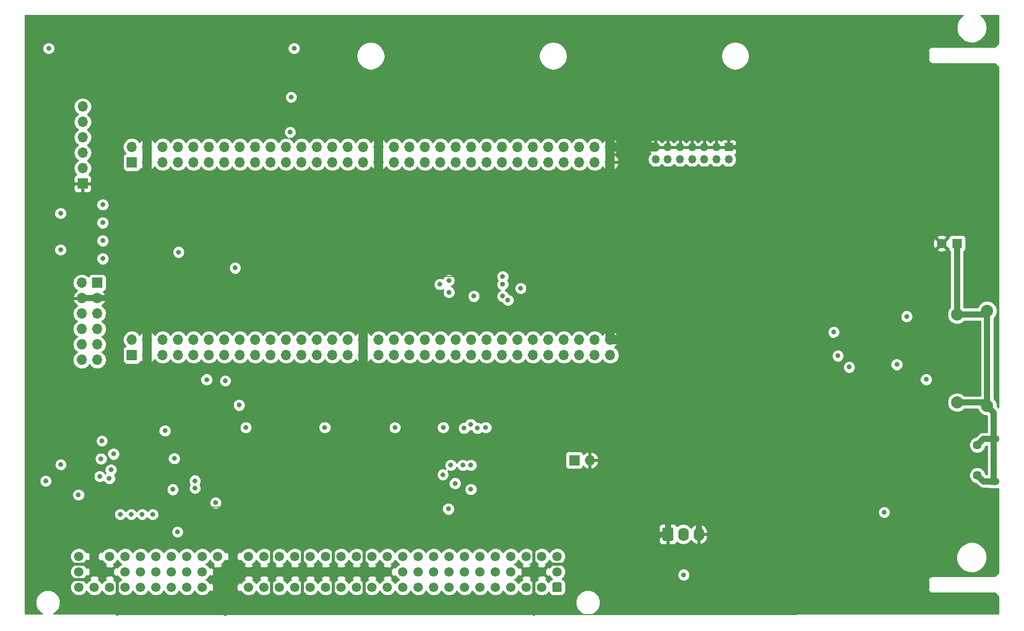
<source format=gbr>
G04 #@! TF.GenerationSoftware,KiCad,Pcbnew,5.0.2+dfsg1-1~bpo9+1*
G04 #@! TF.CreationDate,2022-06-30T13:02:46+02:00*
G04 #@! TF.ProjectId,nubus-to-ztex,6e756275-732d-4746-9f2d-7a7465782e6b,rev?*
G04 #@! TF.SameCoordinates,Original*
G04 #@! TF.FileFunction,Copper,L2,Inr*
G04 #@! TF.FilePolarity,Positive*
%FSLAX46Y46*%
G04 Gerber Fmt 4.6, Leading zero omitted, Abs format (unit mm)*
G04 Created by KiCad (PCBNEW 5.0.2+dfsg1-1~bpo9+1) date Thu Jun 30 13:02:46 2022*
%MOMM*%
%LPD*%
G01*
G04 APERTURE LIST*
G04 #@! TA.AperFunction,ViaPad*
%ADD10O,1.700000X1.700000*%
G04 #@! TD*
G04 #@! TA.AperFunction,ViaPad*
%ADD11R,1.700000X1.700000*%
G04 #@! TD*
G04 #@! TA.AperFunction,ViaPad*
%ADD12C,1.450000*%
G04 #@! TD*
G04 #@! TA.AperFunction,ViaPad*
%ADD13O,1.900000X1.200000*%
G04 #@! TD*
G04 #@! TA.AperFunction,Conductor*
%ADD14C,0.100000*%
G04 #@! TD*
G04 #@! TA.AperFunction,ViaPad*
%ADD15C,1.740000*%
G04 #@! TD*
G04 #@! TA.AperFunction,ViaPad*
%ADD16O,1.740000X2.200000*%
G04 #@! TD*
G04 #@! TA.AperFunction,ViaPad*
%ADD17R,1.350000X1.350000*%
G04 #@! TD*
G04 #@! TA.AperFunction,ViaPad*
%ADD18O,1.350000X1.350000*%
G04 #@! TD*
G04 #@! TA.AperFunction,ViaPad*
%ADD19C,2.000000*%
G04 #@! TD*
G04 #@! TA.AperFunction,ViaPad*
%ADD20R,1.600000X1.600000*%
G04 #@! TD*
G04 #@! TA.AperFunction,ViaPad*
%ADD21C,1.600000*%
G04 #@! TD*
G04 #@! TA.AperFunction,ViaPad*
%ADD22C,1.550000*%
G04 #@! TD*
G04 #@! TA.AperFunction,ViaPad*
%ADD23C,0.800000*%
G04 #@! TD*
G04 #@! TA.AperFunction,Conductor*
%ADD24C,1.500000*%
G04 #@! TD*
G04 #@! TA.AperFunction,Conductor*
%ADD25C,0.152400*%
G04 #@! TD*
G04 #@! TA.AperFunction,Conductor*
%ADD26C,1.000000*%
G04 #@! TD*
G04 #@! TA.AperFunction,Conductor*
%ADD27C,0.500000*%
G04 #@! TD*
G04 #@! TA.AperFunction,Conductor*
%ADD28C,0.800000*%
G04 #@! TD*
G04 #@! TA.AperFunction,Conductor*
%ADD29C,0.254000*%
G04 #@! TD*
G04 APERTURE END LIST*
D10*
G04 #@! TO.N,PMOD-12*
G04 #@! TO.C,J9*
X121760000Y-62550000D03*
G04 #@! TO.N,PMOD-11*
X124300000Y-62550000D03*
G04 #@! TO.N,PMOD-10*
X121760000Y-60010000D03*
G04 #@! TO.N,PMOD-9*
X124300000Y-60010000D03*
G04 #@! TO.N,PMOD-8*
X121760000Y-57470000D03*
G04 #@! TO.N,PMOD-7*
X124300000Y-57470000D03*
G04 #@! TO.N,PMOD-6*
X121760000Y-54930000D03*
G04 #@! TO.N,PMOD-5*
X124300000Y-54930000D03*
G04 #@! TO.N,GND*
X121760000Y-52390000D03*
X124300000Y-52390000D03*
G04 #@! TO.N,+3V3*
X121760000Y-49850000D03*
D11*
X124300000Y-49850000D03*
G04 #@! TD*
D12*
G04 #@! TO.N,SHIELD*
G04 #@! TO.C,J6*
X269197500Y-81570000D03*
X269197500Y-76570000D03*
D13*
X271897500Y-82570000D03*
X271897500Y-75570000D03*
G04 #@! TD*
D11*
G04 #@! TO.N,+3V3*
G04 #@! TO.C,J8*
X202830000Y-79080000D03*
D10*
G04 #@! TO.N,GND*
X205370000Y-79080000D03*
G04 #@! TD*
D14*
G04 #@! TO.N,GND*
G04 #@! TO.C,J7*
G36*
X218884505Y-90171204D02*
X218908773Y-90174804D01*
X218932572Y-90180765D01*
X218955671Y-90189030D01*
X218977850Y-90199520D01*
X218998893Y-90212132D01*
X219018599Y-90226747D01*
X219036777Y-90243223D01*
X219053253Y-90261401D01*
X219067868Y-90281107D01*
X219080480Y-90302150D01*
X219090970Y-90324329D01*
X219099235Y-90347428D01*
X219105196Y-90371227D01*
X219108796Y-90395495D01*
X219110000Y-90419999D01*
X219110000Y-92120001D01*
X219108796Y-92144505D01*
X219105196Y-92168773D01*
X219099235Y-92192572D01*
X219090970Y-92215671D01*
X219080480Y-92237850D01*
X219067868Y-92258893D01*
X219053253Y-92278599D01*
X219036777Y-92296777D01*
X219018599Y-92313253D01*
X218998893Y-92327868D01*
X218977850Y-92340480D01*
X218955671Y-92350970D01*
X218932572Y-92359235D01*
X218908773Y-92365196D01*
X218884505Y-92368796D01*
X218860001Y-92370000D01*
X217619999Y-92370000D01*
X217595495Y-92368796D01*
X217571227Y-92365196D01*
X217547428Y-92359235D01*
X217524329Y-92350970D01*
X217502150Y-92340480D01*
X217481107Y-92327868D01*
X217461401Y-92313253D01*
X217443223Y-92296777D01*
X217426747Y-92278599D01*
X217412132Y-92258893D01*
X217399520Y-92237850D01*
X217389030Y-92215671D01*
X217380765Y-92192572D01*
X217374804Y-92168773D01*
X217371204Y-92144505D01*
X217370000Y-92120001D01*
X217370000Y-90419999D01*
X217371204Y-90395495D01*
X217374804Y-90371227D01*
X217380765Y-90347428D01*
X217389030Y-90324329D01*
X217399520Y-90302150D01*
X217412132Y-90281107D01*
X217426747Y-90261401D01*
X217443223Y-90243223D01*
X217461401Y-90226747D01*
X217481107Y-90212132D01*
X217502150Y-90199520D01*
X217524329Y-90189030D01*
X217547428Y-90180765D01*
X217571227Y-90174804D01*
X217595495Y-90171204D01*
X217619999Y-90170000D01*
X218860001Y-90170000D01*
X218884505Y-90171204D01*
X218884505Y-90171204D01*
G37*
D15*
X218240000Y-91270000D03*
D16*
G04 #@! TO.N,+5V*
X220780000Y-91270000D03*
G04 #@! TO.N,GND*
X223320000Y-91270000D03*
G04 #@! TD*
D11*
G04 #@! TO.N,Net-(JCD1-Pad1)*
G04 #@! TO.C,JCD1*
X130000000Y-30000000D03*
D10*
G04 #@! TO.N,Net-(JCD1-Pad2)*
X130000000Y-27460000D03*
G04 #@! TO.N,GND*
X132540000Y-30000000D03*
X132540000Y-27460000D03*
G04 #@! TO.N,/B2B/RX*
X135080000Y-30000000D03*
G04 #@! TO.N,/B2B/TX*
X135080000Y-27460000D03*
G04 #@! TO.N,~ID3_3V3*
X137620000Y-30000000D03*
G04 #@! TO.N,~ID2_3V3*
X137620000Y-27460000D03*
G04 #@! TO.N,~ID0_3V3*
X140160000Y-30000000D03*
G04 #@! TO.N,~ID1_3V3*
X140160000Y-27460000D03*
G04 #@! TO.N,~ARB3_3V3*
X142700000Y-30000000D03*
G04 #@! TO.N,~ARB2_3V3*
X142700000Y-27460000D03*
G04 #@! TO.N,~ARB0_3V3*
X145240000Y-30000000D03*
G04 #@! TO.N,~ARB1_3V3*
X145240000Y-27460000D03*
G04 #@! TO.N,PMOD-6*
X147780000Y-30000000D03*
G04 #@! TO.N,~CLK2X_3V3*
X147780000Y-27460000D03*
G04 #@! TO.N,PMOD-5*
X150320000Y-30000000D03*
G04 #@! TO.N,SD_D1*
X150320000Y-27460000D03*
G04 #@! TO.N,PMOD-8*
X152860000Y-30000000D03*
G04 #@! TO.N,SD_D0*
X152860000Y-27460000D03*
G04 #@! TO.N,PMOD-7*
X155400000Y-30000000D03*
G04 #@! TO.N,SD_CLK*
X155400000Y-27460000D03*
G04 #@! TO.N,PMOD-10*
X157940000Y-30000000D03*
G04 #@! TO.N,SD_CMD*
X157940000Y-27460000D03*
G04 #@! TO.N,PMOD-9*
X160480000Y-30000000D03*
G04 #@! TO.N,SD_D3*
X160480000Y-27460000D03*
G04 #@! TO.N,PMOD-12*
X163020000Y-30000000D03*
G04 #@! TO.N,SD_D2*
X163020000Y-27460000D03*
G04 #@! TO.N,PMOD-11*
X165560000Y-30000000D03*
G04 #@! TO.N,TMx_oe_n*
X165560000Y-27460000D03*
G04 #@! TO.N,+3V3*
X168100000Y-30000000D03*
X168100000Y-27460000D03*
G04 #@! TO.N,GND*
X170640000Y-30000000D03*
X170640000Y-27460000D03*
G04 #@! TO.N,+3V3*
X173180000Y-30000000D03*
X173180000Y-27460000D03*
G04 #@! TO.N,HDMI_HPD_A*
X175720000Y-30000000D03*
G04 #@! TO.N,~TM0_3V3*
X175720000Y-27460000D03*
G04 #@! TO.N,HDMI_SDA_A*
X178260000Y-30000000D03*
G04 #@! TO.N,~TM1_3V3*
X178260000Y-27460000D03*
G04 #@! TO.N,HDMI_SCL_A*
X180800000Y-30000000D03*
G04 #@! TO.N,TM1_n_o*
X180800000Y-27460000D03*
G04 #@! TO.N,HDMI_CEC_A*
X183340000Y-30000000D03*
G04 #@! TO.N,TM0_n_o*
X183340000Y-27460000D03*
G04 #@! TO.N,HDMI_CLK-*
X185880000Y-30000000D03*
G04 #@! TO.N,TM2_oe_n*
X185880000Y-27460000D03*
G04 #@! TO.N,HDMI_CLK+*
X188420000Y-30000000D03*
G04 #@! TO.N,TM2_o_n*
X188420000Y-27460000D03*
G04 #@! TO.N,HDMI_D0+*
X190960000Y-30000000D03*
G04 #@! TO.N,~TM2_3V3*
X190960000Y-27460000D03*
G04 #@! TO.N,HDMI_D0-*
X193500000Y-30000000D03*
G04 #@! TO.N,~RESET_3V3*
X193500000Y-27460000D03*
G04 #@! TO.N,HDMI_D1+*
X196040000Y-30000000D03*
G04 #@! TO.N,LED0*
X196040000Y-27460000D03*
G04 #@! TO.N,HDMI_D1-*
X198580000Y-30000000D03*
G04 #@! TO.N,LED1*
X198580000Y-27460000D03*
G04 #@! TO.N,HDMI_D2-*
X201120000Y-30000000D03*
G04 #@! TO.N,LED2*
X201120000Y-27460000D03*
G04 #@! TO.N,HDMI_D2+*
X203660000Y-30000000D03*
G04 #@! TO.N,LED3*
X203660000Y-27460000D03*
G04 #@! TO.N,FPGA_JTAG_TDO*
X206200000Y-30000000D03*
G04 #@! TO.N,FPGA_JTAG_TMS*
X206200000Y-27460000D03*
G04 #@! TO.N,GND*
X208740000Y-30000000D03*
X208740000Y-27460000D03*
G04 #@! TD*
D17*
G04 #@! TO.N,GND*
G04 #@! TO.C,J1*
X228230000Y-27500000D03*
D18*
G04 #@! TO.N,/B2B/JTAG_VIO*
X228230000Y-29500000D03*
G04 #@! TO.N,GND*
X226230000Y-27500000D03*
G04 #@! TO.N,FPGA_JTAG_TMS*
X226230000Y-29500000D03*
G04 #@! TO.N,GND*
X224230000Y-27500000D03*
G04 #@! TO.N,FPGA_JTAG_TCK*
X224230000Y-29500000D03*
G04 #@! TO.N,GND*
X222230000Y-27500000D03*
G04 #@! TO.N,FPGA_JTAG_TDO*
X222230000Y-29500000D03*
G04 #@! TO.N,GND*
X220230000Y-27500000D03*
G04 #@! TO.N,FPGA_JTAG_TDI*
X220230000Y-29500000D03*
G04 #@! TO.N,GND*
X218230000Y-27500000D03*
G04 #@! TO.N,Net-(J1-Pad12)*
X218230000Y-29500000D03*
G04 #@! TO.N,GND*
X216230000Y-27500000D03*
G04 #@! TO.N,Net-(J1-Pad14)*
X216230000Y-29500000D03*
G04 #@! TD*
D19*
G04 #@! TO.N,SHIELD*
G04 #@! TO.C,J5*
X270800000Y-70150000D03*
X270800000Y-54450000D03*
X265850000Y-69550000D03*
X265850000Y-55050000D03*
G04 #@! TD*
D20*
G04 #@! TO.N,SHIELD*
G04 #@! TO.C,C39*
X265840000Y-43360000D03*
D21*
G04 #@! TO.N,GND*
X263340000Y-43360000D03*
G04 #@! TD*
D14*
G04 #@! TO.N,-12V*
G04 #@! TO.C,J4*
G36*
X200549505Y-99226204D02*
X200573773Y-99229804D01*
X200597572Y-99235765D01*
X200620671Y-99244030D01*
X200642850Y-99254520D01*
X200663893Y-99267132D01*
X200683599Y-99281747D01*
X200701777Y-99298223D01*
X200718253Y-99316401D01*
X200732868Y-99336107D01*
X200745480Y-99357150D01*
X200755970Y-99379329D01*
X200764235Y-99402428D01*
X200770196Y-99426227D01*
X200773796Y-99450495D01*
X200775000Y-99474999D01*
X200775000Y-100525001D01*
X200773796Y-100549505D01*
X200770196Y-100573773D01*
X200764235Y-100597572D01*
X200755970Y-100620671D01*
X200745480Y-100642850D01*
X200732868Y-100663893D01*
X200718253Y-100683599D01*
X200701777Y-100701777D01*
X200683599Y-100718253D01*
X200663893Y-100732868D01*
X200642850Y-100745480D01*
X200620671Y-100755970D01*
X200597572Y-100764235D01*
X200573773Y-100770196D01*
X200549505Y-100773796D01*
X200525001Y-100775000D01*
X199474999Y-100775000D01*
X199450495Y-100773796D01*
X199426227Y-100770196D01*
X199402428Y-100764235D01*
X199379329Y-100755970D01*
X199357150Y-100745480D01*
X199336107Y-100732868D01*
X199316401Y-100718253D01*
X199298223Y-100701777D01*
X199281747Y-100683599D01*
X199267132Y-100663893D01*
X199254520Y-100642850D01*
X199244030Y-100620671D01*
X199235765Y-100597572D01*
X199229804Y-100573773D01*
X199226204Y-100549505D01*
X199225000Y-100525001D01*
X199225000Y-99474999D01*
X199226204Y-99450495D01*
X199229804Y-99426227D01*
X199235765Y-99402428D01*
X199244030Y-99379329D01*
X199254520Y-99357150D01*
X199267132Y-99336107D01*
X199281747Y-99316401D01*
X199298223Y-99298223D01*
X199316401Y-99281747D01*
X199336107Y-99267132D01*
X199357150Y-99254520D01*
X199379329Y-99244030D01*
X199402428Y-99235765D01*
X199426227Y-99229804D01*
X199450495Y-99226204D01*
X199474999Y-99225000D01*
X200525001Y-99225000D01*
X200549505Y-99226204D01*
X200549505Y-99226204D01*
G37*
D22*
X200000000Y-100000000D03*
G04 #@! TO.N,SB0_5V*
X197460000Y-100000000D03*
G04 #@! TO.N,~SPV_5V*
X194920000Y-100000000D03*
G04 #@! TO.N,~SP_5V*
X192380000Y-100000000D03*
G04 #@! TO.N,~TM1_5V*
X189840000Y-100000000D03*
G04 #@! TO.N,~AD1_5V*
X187300000Y-100000000D03*
G04 #@! TO.N,~AD3_5V*
X184760000Y-100000000D03*
G04 #@! TO.N,~AD5_5V*
X182220000Y-100000000D03*
G04 #@! TO.N,~AD7_5V*
X179680000Y-100000000D03*
G04 #@! TO.N,~AD9_5V*
X177140000Y-100000000D03*
G04 #@! TO.N,~AD11_5V*
X174600000Y-100000000D03*
G04 #@! TO.N,~AD13_5V*
X172060000Y-100000000D03*
G04 #@! TO.N,~AD15_5V*
X169520000Y-100000000D03*
G04 #@! TO.N,~AD17_5V*
X166980000Y-100000000D03*
G04 #@! TO.N,~AD19_5V*
X164440000Y-100000000D03*
G04 #@! TO.N,~AD21_5V*
X161900000Y-100000000D03*
G04 #@! TO.N,~AD23_5V*
X159360000Y-100000000D03*
G04 #@! TO.N,~AD25_5V*
X156820000Y-100000000D03*
G04 #@! TO.N,~AD27_5V*
X154280000Y-100000000D03*
G04 #@! TO.N,~AD29_5V*
X151740000Y-100000000D03*
G04 #@! TO.N,~AD31_5V*
X149200000Y-100000000D03*
G04 #@! TO.N,GND*
X146660000Y-100000000D03*
X144120000Y-100000000D03*
G04 #@! TO.N,~ARB1_5V*
X141580000Y-100000000D03*
G04 #@! TO.N,~ARB3_5V*
X139040000Y-100000000D03*
G04 #@! TO.N,~ID1_5V*
X136500000Y-100000000D03*
G04 #@! TO.N,~ID3_5V*
X133960000Y-100000000D03*
G04 #@! TO.N,~ACK_5V*
X131420000Y-100000000D03*
G04 #@! TO.N,+5V*
X128880000Y-100000000D03*
G04 #@! TO.N,~RQST_5V*
X126340000Y-100000000D03*
G04 #@! TO.N,~NMRQ_5V*
X123800000Y-100000000D03*
G04 #@! TO.N,+12V*
X121260000Y-100000000D03*
G04 #@! TO.N,-12V*
X200000000Y-97460000D03*
G04 #@! TO.N,GND*
X197460000Y-97460000D03*
X194920000Y-97460000D03*
G04 #@! TO.N,+5V*
X192380000Y-97460000D03*
X189840000Y-97460000D03*
X187300000Y-97460000D03*
X184760000Y-97460000D03*
G04 #@! TO.N,~TM2_5V*
X182220000Y-97460000D03*
G04 #@! TO.N,~CM0_5V*
X179680000Y-97460000D03*
G04 #@! TO.N,~CM1_5V*
X177140000Y-97460000D03*
G04 #@! TO.N,~CM2_5V*
X174600000Y-97460000D03*
G04 #@! TO.N,GND*
X172060000Y-97460000D03*
X169520000Y-97460000D03*
X166980000Y-97460000D03*
X164440000Y-97460000D03*
X161900000Y-97460000D03*
X159360000Y-97460000D03*
X156820000Y-97460000D03*
X154280000Y-97460000D03*
X151740000Y-97460000D03*
X149200000Y-97460000D03*
X146660000Y-97460000D03*
X144120000Y-97460000D03*
G04 #@! TO.N,~CLK2X_5V*
X141580000Y-97460000D03*
G04 #@! TO.N,STDBYPWR*
X139040000Y-97460000D03*
G04 #@! TO.N,~CLK2XEN_5V*
X136500000Y-97460000D03*
G04 #@! TO.N,~CBUSY_5V*
X133960000Y-97460000D03*
G04 #@! TO.N,+5V*
X131420000Y-97460000D03*
X128880000Y-97460000D03*
G04 #@! TO.N,GND*
X126340000Y-97460000D03*
X123800000Y-97460000D03*
G04 #@! TO.N,+12V*
X121260000Y-97460000D03*
G04 #@! TO.N,~RESET_5V*
X200000000Y-94920000D03*
G04 #@! TO.N,SB1_5V*
X197460000Y-94920000D03*
G04 #@! TO.N,+5V*
X194920000Y-94920000D03*
X192380000Y-94920000D03*
G04 #@! TO.N,~TM0_5V*
X189840000Y-94920000D03*
G04 #@! TO.N,~AD0_5V*
X187300000Y-94920000D03*
G04 #@! TO.N,~AD2_5V*
X184760000Y-94920000D03*
G04 #@! TO.N,~AD4_5V*
X182220000Y-94920000D03*
G04 #@! TO.N,~AD6_5V*
X179680000Y-94920000D03*
G04 #@! TO.N,~AD8_5V*
X177140000Y-94920000D03*
G04 #@! TO.N,~AD10_5V*
X174600000Y-94920000D03*
G04 #@! TO.N,~AD12_5V*
X172060000Y-94920000D03*
G04 #@! TO.N,~AD14_5V*
X169520000Y-94920000D03*
G04 #@! TO.N,~AD16_5V*
X166980000Y-94920000D03*
G04 #@! TO.N,~AD18_5V*
X164440000Y-94920000D03*
G04 #@! TO.N,~AD20_5V*
X161900000Y-94920000D03*
G04 #@! TO.N,~AD22_5V*
X159360000Y-94920000D03*
G04 #@! TO.N,~AD24_5V*
X156820000Y-94920000D03*
G04 #@! TO.N,~AD26_5V*
X154280000Y-94920000D03*
G04 #@! TO.N,~AD28_5V*
X151740000Y-94920000D03*
G04 #@! TO.N,~AD30_5V*
X149200000Y-94920000D03*
G04 #@! TO.N,GND*
X146660000Y-94920000D03*
G04 #@! TO.N,~PFW_5V*
X144120000Y-94920000D03*
G04 #@! TO.N,~ARB0_5V*
X141580000Y-94920000D03*
G04 #@! TO.N,~ARB2_5V*
X139040000Y-94920000D03*
G04 #@! TO.N,~ID0_5V*
X136500000Y-94920000D03*
G04 #@! TO.N,~ID2_5V*
X133960000Y-94920000D03*
G04 #@! TO.N,~START_5V*
X131420000Y-94920000D03*
G04 #@! TO.N,+5V*
X128880000Y-94920000D03*
X126340000Y-94920000D03*
G04 #@! TO.N,GND*
X123800000Y-94920000D03*
G04 #@! TO.N,~CLK_5V*
X121260000Y-94920000D03*
G04 #@! TD*
D10*
G04 #@! TO.N,Net-(J3-Pad6)*
G04 #@! TO.C,J3*
X121900000Y-20800000D03*
G04 #@! TO.N,/B2B/TX*
X121900000Y-23340000D03*
G04 #@! TO.N,/B2B/RX*
X121900000Y-25880000D03*
G04 #@! TO.N,Net-(J3-Pad3)*
X121900000Y-28420000D03*
G04 #@! TO.N,Net-(J3-Pad2)*
X121900000Y-30960000D03*
D11*
G04 #@! TO.N,GND*
X121900000Y-33500000D03*
G04 #@! TD*
D10*
G04 #@! TO.N,GND*
G04 #@! TO.C,JAB1*
X208740000Y-59210000D03*
G04 #@! TO.N,/B2B/JTAG_VIO*
X208740000Y-61750000D03*
G04 #@! TO.N,FPGA_JTAG_TCK*
X206200000Y-59210000D03*
G04 #@! TO.N,FPGA_JTAG_TDI*
X206200000Y-61750000D03*
G04 #@! TO.N,USBH0_D-*
X203660000Y-59210000D03*
G04 #@! TO.N,USBH0_D+*
X203660000Y-61750000D03*
G04 #@! TO.N,~AD0_3V3*
X201120000Y-59210000D03*
G04 #@! TO.N,~AD1_3V3*
X201120000Y-61750000D03*
G04 #@! TO.N,~AD2_3V3*
X198580000Y-59210000D03*
G04 #@! TO.N,~AD3_3V3*
X198580000Y-61750000D03*
G04 #@! TO.N,~AD4_3V3*
X196040000Y-59210000D03*
G04 #@! TO.N,~AD5_3V3*
X196040000Y-61750000D03*
G04 #@! TO.N,~AD6_3V3*
X193500000Y-59210000D03*
G04 #@! TO.N,~AD7_3V3*
X193500000Y-61750000D03*
G04 #@! TO.N,~AD8_3V3*
X190960000Y-59210000D03*
G04 #@! TO.N,~AD9_3V3*
X190960000Y-61750000D03*
G04 #@! TO.N,~AD10_3V3*
X188420000Y-59210000D03*
G04 #@! TO.N,~AD11_3V3*
X188420000Y-61750000D03*
G04 #@! TO.N,~AD12_3V3*
X185880000Y-59210000D03*
G04 #@! TO.N,~AD13_3V3*
X185880000Y-61750000D03*
G04 #@! TO.N,~AD14_3V3*
X183340000Y-59210000D03*
G04 #@! TO.N,~AD15_3V3*
X183340000Y-61750000D03*
G04 #@! TO.N,~AD16_3V3*
X180800000Y-59210000D03*
G04 #@! TO.N,~AD17_3V3*
X180800000Y-61750000D03*
G04 #@! TO.N,~AD18_3V3*
X178260000Y-59210000D03*
G04 #@! TO.N,~AD19_3V3*
X178260000Y-61750000D03*
G04 #@! TO.N,~AD20_3V3*
X175720000Y-59210000D03*
G04 #@! TO.N,~AD21_3V3*
X175720000Y-61750000D03*
G04 #@! TO.N,~AD22_3V3*
X173180000Y-59210000D03*
G04 #@! TO.N,~AD23_3V3*
X173180000Y-61750000D03*
G04 #@! TO.N,+3V3*
X170640000Y-59210000D03*
X170640000Y-61750000D03*
G04 #@! TO.N,GND*
X168100000Y-59210000D03*
X168100000Y-61750000D03*
G04 #@! TO.N,+3V3*
X165560000Y-59210000D03*
X165560000Y-61750000D03*
G04 #@! TO.N,~AD24_3V3*
X163020000Y-59210000D03*
G04 #@! TO.N,NUBUS_OE*
X163020000Y-61750000D03*
G04 #@! TO.N,~AD26_3V3*
X160480000Y-59210000D03*
G04 #@! TO.N,~AD25_3V3*
X160480000Y-61750000D03*
G04 #@! TO.N,~AD28_3V3*
X157940000Y-59210000D03*
G04 #@! TO.N,~AD27_3V3*
X157940000Y-61750000D03*
G04 #@! TO.N,~AD30_3V3*
X155400000Y-59210000D03*
G04 #@! TO.N,~AD29_3V3*
X155400000Y-61750000D03*
G04 #@! TO.N,~CLK_3V3*
X152860000Y-59210000D03*
G04 #@! TO.N,~AD31_3V3*
X152860000Y-61750000D03*
G04 #@! TO.N,ARB1_o_n*
X150320000Y-59210000D03*
G04 #@! TO.N,NUBUS_AD_DIR*
X150320000Y-61750000D03*
G04 #@! TO.N,ARB2_o_n*
X147780000Y-59210000D03*
G04 #@! TO.N,ARB3_o_n*
X147780000Y-61750000D03*
G04 #@! TO.N,ACK_o_n*
X145240000Y-59210000D03*
G04 #@! TO.N,ARB0_o_n*
X145240000Y-61750000D03*
G04 #@! TO.N,ACK_oe_n*
X142700000Y-59210000D03*
G04 #@! TO.N,START_o_n*
X142700000Y-61750000D03*
G04 #@! TO.N,RQST_o_n*
X140160000Y-59210000D03*
G04 #@! TO.N,START_oe_n*
X140160000Y-61750000D03*
G04 #@! TO.N,~ACK_3V3*
X137620000Y-59210000D03*
G04 #@! TO.N,~START_3V3*
X137620000Y-61750000D03*
G04 #@! TO.N,~NMRQ_3V3*
X135080000Y-59210000D03*
G04 #@! TO.N,~RQST_3V3*
X135080000Y-61750000D03*
G04 #@! TO.N,GND*
X132540000Y-59210000D03*
X132540000Y-61750000D03*
G04 #@! TO.N,+5V*
X130000000Y-59210000D03*
D11*
X130000000Y-61750000D03*
G04 #@! TD*
D23*
G04 #@! TO.N,GND*
X137500000Y-89312500D03*
X256220000Y-61875000D03*
X252900000Y-82730000D03*
X262640000Y-79355000D03*
X149900000Y-71000000D03*
X117200000Y-84780000D03*
X189500000Y-71000000D03*
X115200000Y-87480000D03*
X145400000Y-88100000D03*
X139300000Y-87450000D03*
X155357500Y-79750000D03*
X148200000Y-86800000D03*
X256010000Y-87920000D03*
X179857500Y-79750000D03*
X115200000Y-90730000D03*
X263200000Y-67357500D03*
X145300000Y-90050000D03*
X194857500Y-79750000D03*
X168357500Y-79750000D03*
X163000000Y-71000000D03*
X267730000Y-79355000D03*
X267720000Y-77180000D03*
X267000000Y-65550000D03*
X174500000Y-71000000D03*
X267000000Y-58050000D03*
X255500000Y-58625000D03*
X255040000Y-53812500D03*
X263050000Y-39710000D03*
X115200000Y-89430000D03*
X183600000Y-71000000D03*
X116300000Y-16437500D03*
X246062500Y-59100000D03*
X267000000Y-61050000D03*
X244180000Y-99750000D03*
X236450000Y-82730000D03*
X158100000Y-92000000D03*
X196200000Y-92480000D03*
X196200000Y-89100000D03*
X123800000Y-93000000D03*
X128025000Y-75550000D03*
X130850000Y-77500000D03*
X130850000Y-79450000D03*
X134150000Y-78150000D03*
X134150000Y-76200000D03*
X135400000Y-70150000D03*
X185000000Y-48800000D03*
X185000000Y-50750000D03*
X185000000Y-52700000D03*
X188250000Y-49450000D03*
X188250000Y-51400000D03*
X154500000Y-13300000D03*
X149925000Y-14350000D03*
X163675000Y-14350000D03*
X157937500Y-25050000D03*
X157787500Y-19250000D03*
X139252400Y-47600000D03*
X145125000Y-50200000D03*
X150850000Y-50900000D03*
X187000000Y-83100000D03*
X195480000Y-15062500D03*
X185500000Y-15052500D03*
X168650000Y-91575000D03*
X118534670Y-98720000D03*
G04 #@! TO.N,+3V3*
X135450000Y-74225000D03*
X248080000Y-63750000D03*
X161750000Y-73687500D03*
X148750000Y-73687500D03*
X257550000Y-55387500D03*
X173300000Y-73700000D03*
X118265134Y-44400000D03*
X118265134Y-38400000D03*
X137500000Y-90887500D03*
X245550000Y-57975000D03*
X136727523Y-83900000D03*
X188250000Y-73687500D03*
X121200000Y-84780000D03*
X181250000Y-73687500D03*
X116300000Y-11212500D03*
X182100000Y-87100000D03*
X118300000Y-79800000D03*
X115812500Y-82500000D03*
X126287500Y-82100000D03*
X143787500Y-86100000D03*
X140387500Y-83700000D03*
X191050000Y-48800000D03*
X156212500Y-19250000D03*
X156700000Y-11212500D03*
X156062500Y-25025000D03*
X137700000Y-44789641D03*
X147000000Y-47400000D03*
G04 #@! TO.N,+5V*
X253850000Y-87660000D03*
X246230000Y-61872500D03*
X131697842Y-88000000D03*
X129897842Y-88000000D03*
X128097842Y-88000000D03*
X133421568Y-88014972D03*
X220840000Y-97970000D03*
G04 #@! TO.N,~RESET_5V*
X194000000Y-50750000D03*
G04 #@! TO.N,~TM1_5V*
X180700000Y-50100000D03*
X182500000Y-79900000D03*
G04 #@! TO.N,~TM2_5V*
X186900000Y-73800000D03*
X191900000Y-52700000D03*
G04 #@! TO.N,~TM0_5V*
X185800000Y-83875000D03*
X185800000Y-79900000D03*
X186300000Y-52050000D03*
G04 #@! TO.N,~ID3_3V3*
X125200000Y-36977042D03*
G04 #@! TO.N,~ID2_3V3*
X125200000Y-39943708D03*
G04 #@! TO.N,~ID1_3V3*
X125200000Y-42910374D03*
G04 #@! TO.N,~ID0_3V3*
X125200000Y-45877042D03*
G04 #@! TO.N,~CLK_3V3*
X136975000Y-78800000D03*
G04 #@! TO.N,~CLK2X_5V*
X147650000Y-70000000D03*
G04 #@! TO.N,~RESET_3V3*
X191050000Y-50100000D03*
G04 #@! TO.N,~TM0_3V3*
X182200000Y-51400000D03*
G04 #@! TO.N,~TM1_3V3*
X182200000Y-49450000D03*
G04 #@! TO.N,HDMI_5V*
X255920000Y-63320000D03*
X260760000Y-65782500D03*
G04 #@! TO.N,~TM2_3V3*
X191050000Y-52050000D03*
G04 #@! TO.N,ARB1_o_n*
X145387500Y-66000000D03*
G04 #@! TO.N,ARB3_o_n*
X140375000Y-82475000D03*
G04 #@! TO.N,ARB2_o_n*
X142300000Y-65800000D03*
G04 #@! TO.N,RQST_o_n*
X125066330Y-75900000D03*
G04 #@! TO.N,START_o_n*
X126550000Y-80675000D03*
G04 #@! TO.N,START_oe_n*
X124712500Y-81750000D03*
G04 #@! TO.N,ACK_o_n*
X126975000Y-78050000D03*
G04 #@! TO.N,ACK_oe_n*
X124925000Y-78850000D03*
G04 #@! TO.N,TMx_oe_n*
X181200000Y-81450000D03*
G04 #@! TO.N,TM1_n_o*
X183200000Y-82900000D03*
G04 #@! TO.N,TM0_n_o*
X184477400Y-79900000D03*
G04 #@! TO.N,TM2_o_n*
X185800000Y-73175000D03*
G04 #@! TO.N,TM2_oe_n*
X184700000Y-73800000D03*
G04 #@! TD*
D24*
G04 #@! TO.N,GND*
X146660000Y-97460000D02*
X146660000Y-94920000D01*
D25*
X226230000Y-27500000D02*
X228230000Y-27500000D01*
X183600000Y-71000000D02*
X202250000Y-71000000D01*
D26*
X223320000Y-91270000D02*
X223320000Y-90017600D01*
D24*
X208740000Y-59210000D02*
X208740000Y-58007919D01*
D27*
X222362400Y-89060000D02*
X218800000Y-89060000D01*
D25*
X256010000Y-87920000D02*
X244180000Y-99750000D01*
X256970000Y-39670000D02*
X256970000Y-39770000D01*
X115200000Y-89430000D02*
X115200000Y-87480000D01*
D24*
X164440000Y-97460000D02*
X166980000Y-97460000D01*
D25*
X203510000Y-75210000D02*
X205370000Y-77070000D01*
D24*
X123800000Y-97460000D02*
X123800000Y-94920000D01*
D25*
X132540000Y-23462500D02*
X132540000Y-23660000D01*
D27*
X144120000Y-103230000D02*
X145390000Y-104500000D01*
D24*
X124896015Y-97460000D02*
X126340000Y-97460000D01*
D25*
X216230000Y-27500000D02*
X218230000Y-27500000D01*
D24*
X144120000Y-100000000D02*
X144120000Y-97460000D01*
D25*
X196170000Y-97490000D02*
X196200000Y-97460000D01*
X198190000Y-75210000D02*
X203510000Y-75210000D01*
X196170000Y-104500000D02*
X145390000Y-104500000D01*
X198500000Y-104500000D02*
X196170000Y-104500000D01*
X202250000Y-71000000D02*
X207500000Y-71000000D01*
D24*
X208740000Y-27460000D02*
X216190000Y-27460000D01*
D25*
X149900000Y-71000000D02*
X163000000Y-71000000D01*
D27*
X146660000Y-103230000D02*
X145390000Y-104500000D01*
X198730000Y-96190000D02*
X212350000Y-96190000D01*
D25*
X243770000Y-31070000D02*
X242870000Y-30170000D01*
X148200000Y-86800000D02*
X139950000Y-86800000D01*
X239420000Y-104510000D02*
X198510000Y-104510000D01*
D28*
X168100000Y-56480000D02*
X168820000Y-55760000D01*
D24*
X146660000Y-100000000D02*
X144120000Y-100000000D01*
D25*
X224230000Y-27500000D02*
X226230000Y-27500000D01*
D24*
X132540000Y-30000000D02*
X132540000Y-33600000D01*
D27*
X217270000Y-91270000D02*
X212350000Y-96190000D01*
D26*
X218240000Y-89620000D02*
X218240000Y-91270000D01*
D25*
X170640000Y-31202081D02*
X170688000Y-31250081D01*
D27*
X218800000Y-89060000D02*
X218240000Y-89620000D01*
D25*
X131600000Y-65900000D02*
X132540000Y-64960000D01*
X256220000Y-61875000D02*
X256220000Y-59345000D01*
D24*
X159360000Y-97460000D02*
X161900000Y-97460000D01*
D25*
X218230000Y-27500000D02*
X220230000Y-27500000D01*
X255040000Y-58165000D02*
X255500000Y-58625000D01*
X256010000Y-87920000D02*
X256010000Y-85840000D01*
X139300000Y-87450000D02*
X137500000Y-89250000D01*
X127500000Y-65900000D02*
X131600000Y-65900000D01*
X146660000Y-93260000D02*
X146660000Y-91410000D01*
D24*
X132540000Y-61750000D02*
X132540000Y-64960000D01*
D27*
X196170000Y-97490000D02*
X196170000Y-104500000D01*
D25*
X155357500Y-79750000D02*
X168357500Y-79750000D01*
X267730000Y-77190000D02*
X267720000Y-77180000D01*
X216190000Y-27460000D02*
X216230000Y-27500000D01*
X220230000Y-27500000D02*
X222230000Y-27500000D01*
D27*
X118534670Y-98720000D02*
X118534670Y-98720000D01*
D25*
X264670000Y-65550000D02*
X267000000Y-65550000D01*
X262640000Y-79355000D02*
X256275000Y-79355000D01*
X267000000Y-65550000D02*
X267000000Y-58050000D01*
D26*
X263050000Y-39710000D02*
X257030000Y-39710000D01*
D24*
X168100000Y-59210000D02*
X168100000Y-56480000D01*
D27*
X205370000Y-77070000D02*
X205370000Y-79080000D01*
D24*
X144120000Y-97460000D02*
X146660000Y-97460000D01*
D25*
X132440000Y-33500000D02*
X132540000Y-33600000D01*
D24*
X132540000Y-27460000D02*
X132540000Y-23660000D01*
D25*
X163000000Y-71000000D02*
X168100000Y-71000000D01*
X145390000Y-104500000D02*
X127600000Y-104500000D01*
X222230000Y-27500000D02*
X224230000Y-27500000D01*
D28*
X168820000Y-42180000D02*
X170640000Y-40360000D01*
D24*
X123800000Y-97460000D02*
X124896015Y-97460000D01*
D25*
X257030000Y-39710000D02*
X256970000Y-39770000D01*
X168357500Y-74270000D02*
X168357500Y-79750000D01*
X145300000Y-88200000D02*
X145400000Y-88100000D01*
D26*
X218240000Y-91270000D02*
X217270000Y-91270000D01*
D25*
X256220000Y-59345000D02*
X255500000Y-58625000D01*
D24*
X168100000Y-59210000D02*
X168100000Y-61750000D01*
X146660000Y-100000000D02*
X146660000Y-97460000D01*
X169520000Y-97460000D02*
X172060000Y-97460000D01*
D25*
X256275000Y-79355000D02*
X252900000Y-82730000D01*
D24*
X170640000Y-27460000D02*
X170640000Y-30000000D01*
X197460000Y-97460000D02*
X196200000Y-97460000D01*
X196200000Y-97460000D02*
X194920000Y-97460000D01*
D25*
X115200000Y-87480000D02*
X115200000Y-86780000D01*
D24*
X168100000Y-61750000D02*
X168100000Y-71000000D01*
D25*
X228692400Y-82730000D02*
X222362400Y-89060000D01*
D24*
X146660000Y-100000000D02*
X146660000Y-103230000D01*
X132540000Y-27460000D02*
X132540000Y-30000000D01*
X146660000Y-97460000D02*
X149200000Y-97460000D01*
D25*
X146660000Y-91410000D02*
X145300000Y-90050000D01*
D24*
X170640000Y-40360000D02*
X170640000Y-30000000D01*
D25*
X198190000Y-75210000D02*
X202400000Y-71000000D01*
D27*
X127600000Y-98720000D02*
X127600000Y-104500000D01*
D25*
X168100000Y-74012500D02*
X168357500Y-74270000D01*
D27*
X197460000Y-97460000D02*
X198730000Y-96190000D01*
D25*
X121900000Y-33500000D02*
X132440000Y-33500000D01*
X146900000Y-88100000D02*
X148200000Y-86800000D01*
X145300000Y-90050000D02*
X145300000Y-88200000D01*
D24*
X144120000Y-100000000D02*
X144120000Y-103230000D01*
D25*
X262520000Y-71980000D02*
X262520000Y-67700000D01*
X115200000Y-86780000D02*
X117200000Y-84780000D01*
X223320000Y-91040000D02*
X223320000Y-91270000D01*
D28*
X168100000Y-71000000D02*
X168100000Y-74012500D01*
D25*
X262520000Y-67700000D02*
X264670000Y-65550000D01*
X227402600Y-27500000D02*
X228230000Y-27500000D01*
X255040000Y-53812500D02*
X255040000Y-58165000D01*
D27*
X223320000Y-90017600D02*
X222362400Y-89060000D01*
D25*
X137500000Y-89250000D02*
X137500000Y-89312500D01*
D27*
X126340000Y-97460000D02*
X127600000Y-98720000D01*
D25*
X197897500Y-75210000D02*
X198190000Y-75210000D01*
X145400000Y-88100000D02*
X146900000Y-88100000D01*
X252900000Y-82730000D02*
X236450000Y-82730000D01*
X202250000Y-71000000D02*
X202400000Y-71000000D01*
X262640000Y-79355000D02*
X267730000Y-79355000D01*
D24*
X123800000Y-94920000D02*
X123800000Y-93000000D01*
X146660000Y-94920000D02*
X146660000Y-92000000D01*
D25*
X256010000Y-85840000D02*
X252900000Y-82730000D01*
X267720000Y-77180000D02*
X262520000Y-71980000D01*
D27*
X196200000Y-97460000D02*
X196200000Y-92480000D01*
D24*
X208740000Y-59210000D02*
X210000000Y-59210000D01*
D25*
X243770000Y-35180000D02*
X243770000Y-31070000D01*
X115200000Y-90730000D02*
X115200000Y-89430000D01*
X170640000Y-30000000D02*
X170640000Y-31202081D01*
X127499999Y-65900001D02*
X127500000Y-65900000D01*
X139950000Y-86800000D02*
X139300000Y-87450000D01*
X267730000Y-79355000D02*
X267730000Y-77190000D01*
D24*
X132540000Y-61750000D02*
X132540000Y-59210000D01*
D25*
X198510000Y-104510000D02*
X198500000Y-104500000D01*
X210000000Y-59210000D02*
X211060000Y-59210000D01*
X211060000Y-59210000D02*
X212100000Y-60250000D01*
X212100000Y-66400000D02*
X207500000Y-71000000D01*
D24*
X156820000Y-97460000D02*
X158100000Y-97460000D01*
X158100000Y-97460000D02*
X159360000Y-97460000D01*
X208740000Y-30000000D02*
X208740000Y-27460000D01*
D25*
X240200000Y-27500000D02*
X242870000Y-30170000D01*
D28*
X228230000Y-27500000D02*
X240200000Y-27500000D01*
D25*
X115200000Y-90730000D02*
X115200000Y-95425330D01*
X196200000Y-81092500D02*
X194857500Y-79750000D01*
X196200000Y-82592500D02*
X196200000Y-81092500D01*
X195257499Y-77850001D02*
X197897500Y-75210000D01*
X195257499Y-79350001D02*
X195257499Y-77850001D01*
X194857500Y-79750000D02*
X195257499Y-79350001D01*
X179857500Y-79750000D02*
X168357500Y-79750000D01*
X183600000Y-71000000D02*
X168100000Y-71000000D01*
X125317500Y-16437500D02*
X132540000Y-23660000D01*
X116300000Y-16437500D02*
X125317500Y-16437500D01*
D24*
X149200000Y-97460000D02*
X151740000Y-97460000D01*
D27*
X158100000Y-97460000D02*
X158100000Y-92000000D01*
X123800000Y-97460000D02*
X122530000Y-96190000D01*
X122530000Y-96190000D02*
X119480000Y-96190000D01*
D25*
X119480000Y-96190000D02*
X115964670Y-96190000D01*
X115964670Y-96190000D02*
X118534670Y-98760000D01*
X115200000Y-95425330D02*
X115964670Y-96190000D01*
D27*
X123800000Y-97460000D02*
X122540000Y-98720000D01*
D25*
X244180000Y-99750000D02*
X239420000Y-104510000D01*
X236450000Y-82730000D02*
X228692400Y-82730000D01*
X212100000Y-60250000D02*
X212100000Y-66400000D01*
D27*
X196200000Y-89100000D02*
X196200000Y-82592500D01*
X196200000Y-92480000D02*
X196200000Y-89100000D01*
D25*
X255025000Y-59100000D02*
X255500000Y-58625000D01*
X246062500Y-59100000D02*
X255025000Y-59100000D01*
X168720000Y-52600000D02*
X168820000Y-52500000D01*
D28*
X168820000Y-52500000D02*
X168820000Y-42180000D01*
X168820000Y-55760000D02*
X168820000Y-52500000D01*
D25*
X130850000Y-78884315D02*
X130850000Y-77500000D01*
X130850000Y-79450000D02*
X130850000Y-78884315D01*
X134150000Y-77584315D02*
X134150000Y-76200000D01*
X134150000Y-78150000D02*
X134150000Y-77584315D01*
X128900000Y-75550000D02*
X130850000Y-77500000D01*
X128025000Y-75550000D02*
X128900000Y-75550000D01*
X131500000Y-78150000D02*
X134150000Y-78150000D01*
X130850000Y-77500000D02*
X131500000Y-78150000D01*
X135400000Y-67820000D02*
X132540000Y-64960000D01*
X135400000Y-70150000D02*
X135400000Y-67820000D01*
X134150000Y-71965685D02*
X134150000Y-75634315D01*
X134150000Y-75634315D02*
X134150000Y-76200000D01*
X135400000Y-70715685D02*
X134150000Y-71965685D01*
X135400000Y-70150000D02*
X135400000Y-70715685D01*
X155250000Y-79750000D02*
X155357500Y-79750000D01*
X148200000Y-86800000D02*
X155250000Y-79750000D01*
X185000000Y-52134315D02*
X185000000Y-50750000D01*
X185000000Y-52700000D02*
X185000000Y-52134315D01*
X185000000Y-50750000D02*
X185000000Y-48800000D01*
X188250000Y-51400000D02*
X188250000Y-49450000D01*
X186300000Y-49450000D02*
X188250000Y-49450000D01*
X185000000Y-50750000D02*
X186300000Y-49450000D01*
X179080000Y-48800000D02*
X170640000Y-40360000D01*
X185000000Y-48800000D02*
X179080000Y-48800000D01*
X123500000Y-65900000D02*
X127500000Y-65900000D01*
X117200000Y-72200000D02*
X123500000Y-65900000D01*
X117200000Y-84780000D02*
X117200000Y-72200000D01*
X149922500Y-14352500D02*
X149925000Y-14350000D01*
X150975000Y-13300000D02*
X154500000Y-13300000D01*
X149925000Y-14350000D02*
X150975000Y-13300000D01*
X162625000Y-13300000D02*
X154500000Y-13300000D01*
X163675000Y-14350000D02*
X162625000Y-13300000D01*
X157787500Y-16587500D02*
X154500000Y-13300000D01*
X157787500Y-19250000D02*
X157787500Y-16587500D01*
X157937500Y-19400000D02*
X157787500Y-19250000D01*
X157937500Y-25050000D02*
X157937500Y-19400000D01*
X208740000Y-57660000D02*
X208740000Y-58007919D01*
X231220000Y-35180000D02*
X208740000Y-57660000D01*
X243770000Y-35180000D02*
X231220000Y-35180000D01*
X142525000Y-47600000D02*
X139252400Y-47600000D01*
X145125000Y-50200000D02*
X142525000Y-47600000D01*
X139252400Y-47600000D02*
X132540000Y-47600000D01*
D24*
X132540000Y-33600000D02*
X132540000Y-47600000D01*
X208740000Y-27460000D02*
X208740000Y-24760000D01*
X208740000Y-30000000D02*
X208740000Y-32560000D01*
D25*
X191507500Y-83100000D02*
X194857500Y-79750000D01*
X187000000Y-83100000D02*
X191507500Y-83100000D01*
D24*
X166980000Y-97460000D02*
X168250000Y-97460000D01*
D27*
X168250000Y-97460000D02*
X168250000Y-92250000D01*
D24*
X168250000Y-97460000D02*
X169520000Y-97460000D01*
D27*
X168250000Y-97460000D02*
X168250000Y-102000000D01*
D25*
X195470000Y-15052500D02*
X195480000Y-15062500D01*
X185500000Y-15052500D02*
X195470000Y-15052500D01*
X199042500Y-15062500D02*
X208740000Y-24760000D01*
X195480000Y-15062500D02*
X199042500Y-15062500D01*
D26*
X122962081Y-52390000D02*
X124300000Y-52390000D01*
X121760000Y-52390000D02*
X122962081Y-52390000D01*
D25*
X132410000Y-52390000D02*
X132540000Y-52520000D01*
D26*
X124300000Y-52390000D02*
X132410000Y-52390000D01*
D24*
X132540000Y-52520000D02*
X132540000Y-59210000D01*
X132540000Y-47600000D02*
X132540000Y-52520000D01*
D25*
X255040000Y-46487500D02*
X255040000Y-53812500D01*
X243770000Y-35217500D02*
X255040000Y-46487500D01*
X243770000Y-35180000D02*
X243770000Y-35217500D01*
X255040000Y-41700000D02*
X257030000Y-39710000D01*
X255040000Y-46487500D02*
X255040000Y-41700000D01*
X170640000Y-21315000D02*
X163675000Y-14350000D01*
D24*
X170640000Y-27460000D02*
X170640000Y-21315000D01*
X161900000Y-97460000D02*
X163175000Y-97460000D01*
D27*
X163175000Y-97460000D02*
X163175000Y-91975000D01*
D24*
X163175000Y-97460000D02*
X164440000Y-97460000D01*
D27*
X163175000Y-97460000D02*
X163175000Y-102425000D01*
D24*
X154280000Y-97460000D02*
X156820000Y-97460000D01*
X151740000Y-97460000D02*
X153025000Y-97460000D01*
D27*
X153025000Y-97460000D02*
X153025000Y-92075000D01*
D24*
X153025000Y-97460000D02*
X154280000Y-97460000D01*
D27*
X153025000Y-97460000D02*
X153025000Y-102475000D01*
X168250001Y-91974999D02*
X168650000Y-91575000D01*
X168250000Y-92250000D02*
X168250001Y-91974999D01*
X118534670Y-98720000D02*
X122540000Y-98720000D01*
X158100000Y-97460000D02*
X158100000Y-102800000D01*
D26*
G04 #@! TO.N,SHIELD*
X270200000Y-55050000D02*
X270800000Y-54450000D01*
X265850000Y-55050000D02*
X270200000Y-55050000D01*
X270800000Y-54450000D02*
X270800000Y-70150000D01*
X270200000Y-69550000D02*
X270800000Y-70150000D01*
X265850000Y-69550000D02*
X270200000Y-69550000D01*
X270197500Y-82570000D02*
X269197500Y-81570000D01*
X271897500Y-82570000D02*
X270197500Y-82570000D01*
X270197500Y-75570000D02*
X271897500Y-75570000D01*
X269197500Y-76570000D02*
X270197500Y-75570000D01*
X271897500Y-82570000D02*
X271897500Y-75570000D01*
X271887500Y-71237500D02*
X270800000Y-70150000D01*
D25*
X271897500Y-71247500D02*
X271887500Y-71237500D01*
D26*
X271897500Y-75570000D02*
X271897500Y-71247500D01*
D25*
X265840000Y-55040000D02*
X265850000Y-55050000D01*
D26*
X265840000Y-43360000D02*
X265840000Y-55040000D01*
G04 #@! TD*
D29*
G04 #@! TO.N,GND*
G36*
X266388733Y-6127278D02*
X265970788Y-6752778D01*
X265755240Y-7473520D01*
X265761148Y-8225779D01*
X265987990Y-8943046D01*
X266415709Y-9561904D01*
X267006490Y-10027638D01*
X267708098Y-10299069D01*
X268458502Y-10352201D01*
X269191355Y-10182335D01*
X269841864Y-9804489D01*
X270352514Y-9252071D01*
X270678156Y-8573922D01*
X270790000Y-7830000D01*
X270789688Y-7790260D01*
X270666173Y-7048187D01*
X270329919Y-6375237D01*
X269810655Y-5830908D01*
X269773321Y-5810000D01*
X272620000Y-5810000D01*
X272620001Y-10385908D01*
X272085910Y-10920000D01*
X261869926Y-10920000D01*
X261800000Y-10906091D01*
X261730075Y-10920000D01*
X261730074Y-10920000D01*
X261522972Y-10961195D01*
X261288119Y-11118119D01*
X261131195Y-11352972D01*
X261076091Y-11630000D01*
X261090001Y-11699930D01*
X261090000Y-12960074D01*
X261076091Y-13030000D01*
X261131195Y-13307028D01*
X261288119Y-13541881D01*
X261522972Y-13698805D01*
X261800000Y-13753909D01*
X261869925Y-13740000D01*
X272085910Y-13740000D01*
X272620001Y-14274093D01*
X272620000Y-70364868D01*
X272435000Y-70179868D01*
X272435000Y-69824778D01*
X272186086Y-69223847D01*
X271935000Y-68972761D01*
X271935000Y-55627239D01*
X272186086Y-55376153D01*
X272435000Y-54775222D01*
X272435000Y-54124778D01*
X272186086Y-53523847D01*
X271726153Y-53063914D01*
X271125222Y-52815000D01*
X270474778Y-52815000D01*
X269873847Y-53063914D01*
X269413914Y-53523847D01*
X269251893Y-53915000D01*
X267027239Y-53915000D01*
X266975000Y-53862761D01*
X266975000Y-44699868D01*
X267097809Y-44617809D01*
X267238157Y-44407765D01*
X267287440Y-44160000D01*
X267287440Y-42560000D01*
X267238157Y-42312235D01*
X267097809Y-42102191D01*
X266887765Y-41961843D01*
X266640000Y-41912560D01*
X265040000Y-41912560D01*
X264792235Y-41961843D01*
X264582191Y-42102191D01*
X264441843Y-42312235D01*
X264395307Y-42546187D01*
X264347745Y-42531861D01*
X263519605Y-43360000D01*
X264347745Y-44188139D01*
X264395307Y-44173813D01*
X264441843Y-44407765D01*
X264582191Y-44617809D01*
X264705000Y-44699868D01*
X264705001Y-53882760D01*
X264463914Y-54123847D01*
X264215000Y-54724778D01*
X264215000Y-55375222D01*
X264463914Y-55976153D01*
X264923847Y-56436086D01*
X265524778Y-56685000D01*
X266175222Y-56685000D01*
X266776153Y-56436086D01*
X267027239Y-56185000D01*
X269665000Y-56185000D01*
X269665001Y-68415000D01*
X267027239Y-68415000D01*
X266776153Y-68163914D01*
X266175222Y-67915000D01*
X265524778Y-67915000D01*
X264923847Y-68163914D01*
X264463914Y-68623847D01*
X264215000Y-69224778D01*
X264215000Y-69875222D01*
X264463914Y-70476153D01*
X264923847Y-70936086D01*
X265524778Y-71185000D01*
X266175222Y-71185000D01*
X266776153Y-70936086D01*
X267027239Y-70685000D01*
X269251893Y-70685000D01*
X269413914Y-71076153D01*
X269873847Y-71536086D01*
X270474778Y-71785000D01*
X270762501Y-71785000D01*
X270762500Y-74435000D01*
X270309283Y-74435000D01*
X270197500Y-74412765D01*
X270085717Y-74435000D01*
X269754645Y-74500854D01*
X269379211Y-74751711D01*
X269315891Y-74846477D01*
X268952368Y-75210000D01*
X268926979Y-75210000D01*
X268427122Y-75417048D01*
X268044548Y-75799622D01*
X267837500Y-76299479D01*
X267837500Y-76840521D01*
X268044548Y-77340378D01*
X268427122Y-77722952D01*
X268926979Y-77930000D01*
X269468021Y-77930000D01*
X269967878Y-77722952D01*
X270350452Y-77340378D01*
X270557500Y-76840521D01*
X270557500Y-76815132D01*
X270667632Y-76705000D01*
X270762501Y-76705000D01*
X270762500Y-81435000D01*
X270667632Y-81435000D01*
X270557500Y-81324868D01*
X270557500Y-81299479D01*
X270350452Y-80799622D01*
X269967878Y-80417048D01*
X269468021Y-80210000D01*
X268926979Y-80210000D01*
X268427122Y-80417048D01*
X268044548Y-80799622D01*
X267837500Y-81299479D01*
X267837500Y-81840521D01*
X268044548Y-82340378D01*
X268427122Y-82722952D01*
X268926979Y-82930000D01*
X268952368Y-82930000D01*
X269315891Y-83293523D01*
X269379211Y-83388289D01*
X269473976Y-83451609D01*
X269754645Y-83639146D01*
X270197500Y-83727235D01*
X270309283Y-83705000D01*
X271023207Y-83705000D01*
X271065627Y-83733344D01*
X271425864Y-83805000D01*
X272369136Y-83805000D01*
X272620000Y-83755100D01*
X272620000Y-97635908D01*
X272085910Y-98170000D01*
X261869926Y-98170000D01*
X261800000Y-98156091D01*
X261730075Y-98170000D01*
X261730074Y-98170000D01*
X261522972Y-98211195D01*
X261288119Y-98368119D01*
X261131195Y-98602972D01*
X261076091Y-98880000D01*
X261090001Y-98949930D01*
X261090000Y-100210074D01*
X261076091Y-100280000D01*
X261131195Y-100557028D01*
X261288119Y-100791881D01*
X261522972Y-100948805D01*
X261800000Y-101003909D01*
X261869925Y-100990000D01*
X272085910Y-100990000D01*
X272620001Y-101524092D01*
X272620000Y-104370000D01*
X206045029Y-104370000D01*
X206246896Y-104286384D01*
X206826384Y-103706896D01*
X207140000Y-102949760D01*
X207140000Y-102130240D01*
X206826384Y-101373104D01*
X206246896Y-100793616D01*
X205489760Y-100480000D01*
X204670240Y-100480000D01*
X203913104Y-100793616D01*
X203333616Y-101373104D01*
X203020000Y-102130240D01*
X203020000Y-102949760D01*
X203333616Y-103706896D01*
X203913104Y-104286384D01*
X204114971Y-104370000D01*
X117145029Y-104370000D01*
X117346896Y-104286384D01*
X117926384Y-103706896D01*
X118240000Y-102949760D01*
X118240000Y-102130240D01*
X117926384Y-101373104D01*
X117346896Y-100793616D01*
X116589760Y-100480000D01*
X115770240Y-100480000D01*
X115013104Y-100793616D01*
X114433616Y-101373104D01*
X114120000Y-102130240D01*
X114120000Y-102949760D01*
X114433616Y-103706896D01*
X115013104Y-104286384D01*
X115214971Y-104370000D01*
X112440000Y-104370000D01*
X112440000Y-94639533D01*
X119850000Y-94639533D01*
X119850000Y-95200467D01*
X120064659Y-95718701D01*
X120461299Y-96115341D01*
X120641542Y-96190000D01*
X120461299Y-96264659D01*
X120064659Y-96661299D01*
X119850000Y-97179533D01*
X119850000Y-97740467D01*
X120064659Y-98258701D01*
X120461299Y-98655341D01*
X120641542Y-98730000D01*
X120461299Y-98804659D01*
X120064659Y-99201299D01*
X119850000Y-99719533D01*
X119850000Y-100280467D01*
X120064659Y-100798701D01*
X120461299Y-101195341D01*
X120979533Y-101410000D01*
X121540467Y-101410000D01*
X122058701Y-101195341D01*
X122455341Y-100798701D01*
X122530000Y-100618458D01*
X122604659Y-100798701D01*
X123001299Y-101195341D01*
X123519533Y-101410000D01*
X124080467Y-101410000D01*
X124598701Y-101195341D01*
X124995341Y-100798701D01*
X125070000Y-100618458D01*
X125144659Y-100798701D01*
X125541299Y-101195341D01*
X126059533Y-101410000D01*
X126620467Y-101410000D01*
X127138701Y-101195341D01*
X127535341Y-100798701D01*
X127610000Y-100618458D01*
X127684659Y-100798701D01*
X128081299Y-101195341D01*
X128599533Y-101410000D01*
X129160467Y-101410000D01*
X129678701Y-101195341D01*
X130075341Y-100798701D01*
X130150000Y-100618458D01*
X130224659Y-100798701D01*
X130621299Y-101195341D01*
X131139533Y-101410000D01*
X131700467Y-101410000D01*
X132218701Y-101195341D01*
X132615341Y-100798701D01*
X132690000Y-100618458D01*
X132764659Y-100798701D01*
X133161299Y-101195341D01*
X133679533Y-101410000D01*
X134240467Y-101410000D01*
X134758701Y-101195341D01*
X135155341Y-100798701D01*
X135230000Y-100618458D01*
X135304659Y-100798701D01*
X135701299Y-101195341D01*
X136219533Y-101410000D01*
X136780467Y-101410000D01*
X137298701Y-101195341D01*
X137695341Y-100798701D01*
X137770000Y-100618458D01*
X137844659Y-100798701D01*
X138241299Y-101195341D01*
X138759533Y-101410000D01*
X139320467Y-101410000D01*
X139838701Y-101195341D01*
X140235341Y-100798701D01*
X140310000Y-100618458D01*
X140384659Y-100798701D01*
X140781299Y-101195341D01*
X141299533Y-101410000D01*
X141860467Y-101410000D01*
X142378701Y-101195341D01*
X142584409Y-100989633D01*
X143309972Y-100989633D01*
X143381035Y-101233163D01*
X143909197Y-101422084D01*
X144469451Y-101394506D01*
X144858965Y-101233163D01*
X144930028Y-100989633D01*
X145849972Y-100989633D01*
X145921035Y-101233163D01*
X146449197Y-101422084D01*
X147009451Y-101394506D01*
X147398965Y-101233163D01*
X147470028Y-100989633D01*
X146660000Y-100179605D01*
X145849972Y-100989633D01*
X144930028Y-100989633D01*
X144120000Y-100179605D01*
X143309972Y-100989633D01*
X142584409Y-100989633D01*
X142775341Y-100798701D01*
X142843461Y-100634246D01*
X142886837Y-100738965D01*
X143130367Y-100810028D01*
X143940395Y-100000000D01*
X144299605Y-100000000D01*
X145109633Y-100810028D01*
X145353163Y-100738965D01*
X145387303Y-100643521D01*
X145426837Y-100738965D01*
X145670367Y-100810028D01*
X146480395Y-100000000D01*
X145670367Y-99189972D01*
X145426837Y-99261035D01*
X145392697Y-99356479D01*
X145353163Y-99261035D01*
X145109633Y-99189972D01*
X144299605Y-100000000D01*
X143940395Y-100000000D01*
X143130367Y-99189972D01*
X142886837Y-99261035D01*
X142846637Y-99373422D01*
X142775341Y-99201299D01*
X142378701Y-98804659D01*
X142198458Y-98730000D01*
X142378701Y-98655341D01*
X142584409Y-98449633D01*
X143309972Y-98449633D01*
X143381035Y-98693163D01*
X143476479Y-98727303D01*
X143381035Y-98766837D01*
X143309972Y-99010367D01*
X144120000Y-99820395D01*
X144930028Y-99010367D01*
X144858965Y-98766837D01*
X144763521Y-98732697D01*
X144858965Y-98693163D01*
X144930028Y-98449633D01*
X145849972Y-98449633D01*
X145921035Y-98693163D01*
X146016479Y-98727303D01*
X145921035Y-98766837D01*
X145849972Y-99010367D01*
X146660000Y-99820395D01*
X147470028Y-99010367D01*
X147398965Y-98766837D01*
X147303521Y-98732697D01*
X147398965Y-98693163D01*
X147470028Y-98449633D01*
X146660000Y-97639605D01*
X145849972Y-98449633D01*
X144930028Y-98449633D01*
X144120000Y-97639605D01*
X143309972Y-98449633D01*
X142584409Y-98449633D01*
X142775341Y-98258701D01*
X142843461Y-98094246D01*
X142886837Y-98198965D01*
X143130367Y-98270028D01*
X143940395Y-97460000D01*
X144299605Y-97460000D01*
X145109633Y-98270028D01*
X145353163Y-98198965D01*
X145387303Y-98103521D01*
X145426837Y-98198965D01*
X145670367Y-98270028D01*
X146480395Y-97460000D01*
X146839605Y-97460000D01*
X147649633Y-98270028D01*
X147893163Y-98198965D01*
X147927303Y-98103521D01*
X147966837Y-98198965D01*
X148210367Y-98270028D01*
X149020395Y-97460000D01*
X149379605Y-97460000D01*
X150189633Y-98270028D01*
X150433163Y-98198965D01*
X150467303Y-98103521D01*
X150506837Y-98198965D01*
X150750367Y-98270028D01*
X151560395Y-97460000D01*
X151919605Y-97460000D01*
X152729633Y-98270028D01*
X152973163Y-98198965D01*
X153007303Y-98103521D01*
X153046837Y-98198965D01*
X153290367Y-98270028D01*
X154100395Y-97460000D01*
X154459605Y-97460000D01*
X155269633Y-98270028D01*
X155513163Y-98198965D01*
X155547303Y-98103521D01*
X155586837Y-98198965D01*
X155830367Y-98270028D01*
X156640395Y-97460000D01*
X156999605Y-97460000D01*
X157809633Y-98270028D01*
X158053163Y-98198965D01*
X158087303Y-98103521D01*
X158126837Y-98198965D01*
X158370367Y-98270028D01*
X159180395Y-97460000D01*
X159539605Y-97460000D01*
X160349633Y-98270028D01*
X160593163Y-98198965D01*
X160627303Y-98103521D01*
X160666837Y-98198965D01*
X160910367Y-98270028D01*
X161720395Y-97460000D01*
X162079605Y-97460000D01*
X162889633Y-98270028D01*
X163133163Y-98198965D01*
X163167303Y-98103521D01*
X163206837Y-98198965D01*
X163450367Y-98270028D01*
X164260395Y-97460000D01*
X164619605Y-97460000D01*
X165429633Y-98270028D01*
X165673163Y-98198965D01*
X165707303Y-98103521D01*
X165746837Y-98198965D01*
X165990367Y-98270028D01*
X166800395Y-97460000D01*
X167159605Y-97460000D01*
X167969633Y-98270028D01*
X168213163Y-98198965D01*
X168247303Y-98103521D01*
X168286837Y-98198965D01*
X168530367Y-98270028D01*
X169340395Y-97460000D01*
X169699605Y-97460000D01*
X170509633Y-98270028D01*
X170753163Y-98198965D01*
X170787303Y-98103521D01*
X170826837Y-98198965D01*
X171070367Y-98270028D01*
X171880395Y-97460000D01*
X171070367Y-96649972D01*
X170826837Y-96721035D01*
X170792697Y-96816479D01*
X170753163Y-96721035D01*
X170509633Y-96649972D01*
X169699605Y-97460000D01*
X169340395Y-97460000D01*
X168530367Y-96649972D01*
X168286837Y-96721035D01*
X168252697Y-96816479D01*
X168213163Y-96721035D01*
X167969633Y-96649972D01*
X167159605Y-97460000D01*
X166800395Y-97460000D01*
X165990367Y-96649972D01*
X165746837Y-96721035D01*
X165712697Y-96816479D01*
X165673163Y-96721035D01*
X165429633Y-96649972D01*
X164619605Y-97460000D01*
X164260395Y-97460000D01*
X163450367Y-96649972D01*
X163206837Y-96721035D01*
X163172697Y-96816479D01*
X163133163Y-96721035D01*
X162889633Y-96649972D01*
X162079605Y-97460000D01*
X161720395Y-97460000D01*
X160910367Y-96649972D01*
X160666837Y-96721035D01*
X160632697Y-96816479D01*
X160593163Y-96721035D01*
X160349633Y-96649972D01*
X159539605Y-97460000D01*
X159180395Y-97460000D01*
X158370367Y-96649972D01*
X158126837Y-96721035D01*
X158092697Y-96816479D01*
X158053163Y-96721035D01*
X157809633Y-96649972D01*
X156999605Y-97460000D01*
X156640395Y-97460000D01*
X155830367Y-96649972D01*
X155586837Y-96721035D01*
X155552697Y-96816479D01*
X155513163Y-96721035D01*
X155269633Y-96649972D01*
X154459605Y-97460000D01*
X154100395Y-97460000D01*
X153290367Y-96649972D01*
X153046837Y-96721035D01*
X153012697Y-96816479D01*
X152973163Y-96721035D01*
X152729633Y-96649972D01*
X151919605Y-97460000D01*
X151560395Y-97460000D01*
X150750367Y-96649972D01*
X150506837Y-96721035D01*
X150472697Y-96816479D01*
X150433163Y-96721035D01*
X150189633Y-96649972D01*
X149379605Y-97460000D01*
X149020395Y-97460000D01*
X148210367Y-96649972D01*
X147966837Y-96721035D01*
X147932697Y-96816479D01*
X147893163Y-96721035D01*
X147649633Y-96649972D01*
X146839605Y-97460000D01*
X146480395Y-97460000D01*
X145670367Y-96649972D01*
X145426837Y-96721035D01*
X145392697Y-96816479D01*
X145353163Y-96721035D01*
X145109633Y-96649972D01*
X144299605Y-97460000D01*
X143940395Y-97460000D01*
X143130367Y-96649972D01*
X142886837Y-96721035D01*
X142846637Y-96833422D01*
X142775341Y-96661299D01*
X142378701Y-96264659D01*
X142198458Y-96190000D01*
X142378701Y-96115341D01*
X142775341Y-95718701D01*
X142850000Y-95538458D01*
X142924659Y-95718701D01*
X143321299Y-96115341D01*
X143485754Y-96183461D01*
X143381035Y-96226837D01*
X143309972Y-96470367D01*
X144120000Y-97280395D01*
X144930028Y-96470367D01*
X144858965Y-96226837D01*
X144746578Y-96186637D01*
X144918701Y-96115341D01*
X145124409Y-95909633D01*
X145849972Y-95909633D01*
X145921035Y-96153163D01*
X146016479Y-96187303D01*
X145921035Y-96226837D01*
X145849972Y-96470367D01*
X146660000Y-97280395D01*
X147470028Y-96470367D01*
X147398965Y-96226837D01*
X147303521Y-96192697D01*
X147398965Y-96153163D01*
X147470028Y-95909633D01*
X146660000Y-95099605D01*
X145849972Y-95909633D01*
X145124409Y-95909633D01*
X145315341Y-95718701D01*
X145383461Y-95554246D01*
X145426837Y-95658965D01*
X145670367Y-95730028D01*
X146480395Y-94920000D01*
X146839605Y-94920000D01*
X147649633Y-95730028D01*
X147893163Y-95658965D01*
X147933363Y-95546578D01*
X148004659Y-95718701D01*
X148401299Y-96115341D01*
X148565754Y-96183461D01*
X148461035Y-96226837D01*
X148389972Y-96470367D01*
X149200000Y-97280395D01*
X150010028Y-96470367D01*
X149938965Y-96226837D01*
X149826578Y-96186637D01*
X149998701Y-96115341D01*
X150395341Y-95718701D01*
X150470000Y-95538458D01*
X150544659Y-95718701D01*
X150941299Y-96115341D01*
X151105754Y-96183461D01*
X151001035Y-96226837D01*
X150929972Y-96470367D01*
X151740000Y-97280395D01*
X152550028Y-96470367D01*
X152478965Y-96226837D01*
X152366578Y-96186637D01*
X152538701Y-96115341D01*
X152935341Y-95718701D01*
X153010000Y-95538458D01*
X153084659Y-95718701D01*
X153481299Y-96115341D01*
X153645754Y-96183461D01*
X153541035Y-96226837D01*
X153469972Y-96470367D01*
X154280000Y-97280395D01*
X155090028Y-96470367D01*
X155018965Y-96226837D01*
X154906578Y-96186637D01*
X155078701Y-96115341D01*
X155475341Y-95718701D01*
X155550000Y-95538458D01*
X155624659Y-95718701D01*
X156021299Y-96115341D01*
X156185754Y-96183461D01*
X156081035Y-96226837D01*
X156009972Y-96470367D01*
X156820000Y-97280395D01*
X157630028Y-96470367D01*
X157558965Y-96226837D01*
X157446578Y-96186637D01*
X157618701Y-96115341D01*
X158015341Y-95718701D01*
X158090000Y-95538458D01*
X158164659Y-95718701D01*
X158561299Y-96115341D01*
X158725754Y-96183461D01*
X158621035Y-96226837D01*
X158549972Y-96470367D01*
X159360000Y-97280395D01*
X160170028Y-96470367D01*
X160098965Y-96226837D01*
X159986578Y-96186637D01*
X160158701Y-96115341D01*
X160555341Y-95718701D01*
X160630000Y-95538458D01*
X160704659Y-95718701D01*
X161101299Y-96115341D01*
X161265754Y-96183461D01*
X161161035Y-96226837D01*
X161089972Y-96470367D01*
X161900000Y-97280395D01*
X162710028Y-96470367D01*
X162638965Y-96226837D01*
X162526578Y-96186637D01*
X162698701Y-96115341D01*
X163095341Y-95718701D01*
X163170000Y-95538458D01*
X163244659Y-95718701D01*
X163641299Y-96115341D01*
X163805754Y-96183461D01*
X163701035Y-96226837D01*
X163629972Y-96470367D01*
X164440000Y-97280395D01*
X165250028Y-96470367D01*
X165178965Y-96226837D01*
X165066578Y-96186637D01*
X165238701Y-96115341D01*
X165635341Y-95718701D01*
X165710000Y-95538458D01*
X165784659Y-95718701D01*
X166181299Y-96115341D01*
X166345754Y-96183461D01*
X166241035Y-96226837D01*
X166169972Y-96470367D01*
X166980000Y-97280395D01*
X167790028Y-96470367D01*
X167718965Y-96226837D01*
X167606578Y-96186637D01*
X167778701Y-96115341D01*
X168175341Y-95718701D01*
X168250000Y-95538458D01*
X168324659Y-95718701D01*
X168721299Y-96115341D01*
X168885754Y-96183461D01*
X168781035Y-96226837D01*
X168709972Y-96470367D01*
X169520000Y-97280395D01*
X170330028Y-96470367D01*
X170258965Y-96226837D01*
X170146578Y-96186637D01*
X170318701Y-96115341D01*
X170715341Y-95718701D01*
X170790000Y-95538458D01*
X170864659Y-95718701D01*
X171261299Y-96115341D01*
X171425754Y-96183461D01*
X171321035Y-96226837D01*
X171249972Y-96470367D01*
X172060000Y-97280395D01*
X172870028Y-96470367D01*
X172798965Y-96226837D01*
X172686578Y-96186637D01*
X172858701Y-96115341D01*
X173255341Y-95718701D01*
X173330000Y-95538458D01*
X173404659Y-95718701D01*
X173801299Y-96115341D01*
X173981542Y-96190000D01*
X173801299Y-96264659D01*
X173404659Y-96661299D01*
X173336539Y-96825754D01*
X173293163Y-96721035D01*
X173049633Y-96649972D01*
X172239605Y-97460000D01*
X173049633Y-98270028D01*
X173293163Y-98198965D01*
X173333363Y-98086578D01*
X173404659Y-98258701D01*
X173801299Y-98655341D01*
X173981542Y-98730000D01*
X173801299Y-98804659D01*
X173404659Y-99201299D01*
X173330000Y-99381542D01*
X173255341Y-99201299D01*
X172858701Y-98804659D01*
X172694246Y-98736539D01*
X172798965Y-98693163D01*
X172870028Y-98449633D01*
X172060000Y-97639605D01*
X171249972Y-98449633D01*
X171321035Y-98693163D01*
X171433422Y-98733363D01*
X171261299Y-98804659D01*
X170864659Y-99201299D01*
X170790000Y-99381542D01*
X170715341Y-99201299D01*
X170318701Y-98804659D01*
X170154246Y-98736539D01*
X170258965Y-98693163D01*
X170330028Y-98449633D01*
X169520000Y-97639605D01*
X168709972Y-98449633D01*
X168781035Y-98693163D01*
X168893422Y-98733363D01*
X168721299Y-98804659D01*
X168324659Y-99201299D01*
X168250000Y-99381542D01*
X168175341Y-99201299D01*
X167778701Y-98804659D01*
X167614246Y-98736539D01*
X167718965Y-98693163D01*
X167790028Y-98449633D01*
X166980000Y-97639605D01*
X166169972Y-98449633D01*
X166241035Y-98693163D01*
X166353422Y-98733363D01*
X166181299Y-98804659D01*
X165784659Y-99201299D01*
X165710000Y-99381542D01*
X165635341Y-99201299D01*
X165238701Y-98804659D01*
X165074246Y-98736539D01*
X165178965Y-98693163D01*
X165250028Y-98449633D01*
X164440000Y-97639605D01*
X163629972Y-98449633D01*
X163701035Y-98693163D01*
X163813422Y-98733363D01*
X163641299Y-98804659D01*
X163244659Y-99201299D01*
X163170000Y-99381542D01*
X163095341Y-99201299D01*
X162698701Y-98804659D01*
X162534246Y-98736539D01*
X162638965Y-98693163D01*
X162710028Y-98449633D01*
X161900000Y-97639605D01*
X161089972Y-98449633D01*
X161161035Y-98693163D01*
X161273422Y-98733363D01*
X161101299Y-98804659D01*
X160704659Y-99201299D01*
X160630000Y-99381542D01*
X160555341Y-99201299D01*
X160158701Y-98804659D01*
X159994246Y-98736539D01*
X160098965Y-98693163D01*
X160170028Y-98449633D01*
X159360000Y-97639605D01*
X158549972Y-98449633D01*
X158621035Y-98693163D01*
X158733422Y-98733363D01*
X158561299Y-98804659D01*
X158164659Y-99201299D01*
X158090000Y-99381542D01*
X158015341Y-99201299D01*
X157618701Y-98804659D01*
X157454246Y-98736539D01*
X157558965Y-98693163D01*
X157630028Y-98449633D01*
X156820000Y-97639605D01*
X156009972Y-98449633D01*
X156081035Y-98693163D01*
X156193422Y-98733363D01*
X156021299Y-98804659D01*
X155624659Y-99201299D01*
X155550000Y-99381542D01*
X155475341Y-99201299D01*
X155078701Y-98804659D01*
X154914246Y-98736539D01*
X155018965Y-98693163D01*
X155090028Y-98449633D01*
X154280000Y-97639605D01*
X153469972Y-98449633D01*
X153541035Y-98693163D01*
X153653422Y-98733363D01*
X153481299Y-98804659D01*
X153084659Y-99201299D01*
X153010000Y-99381542D01*
X152935341Y-99201299D01*
X152538701Y-98804659D01*
X152374246Y-98736539D01*
X152478965Y-98693163D01*
X152550028Y-98449633D01*
X151740000Y-97639605D01*
X150929972Y-98449633D01*
X151001035Y-98693163D01*
X151113422Y-98733363D01*
X150941299Y-98804659D01*
X150544659Y-99201299D01*
X150470000Y-99381542D01*
X150395341Y-99201299D01*
X149998701Y-98804659D01*
X149834246Y-98736539D01*
X149938965Y-98693163D01*
X150010028Y-98449633D01*
X149200000Y-97639605D01*
X148389972Y-98449633D01*
X148461035Y-98693163D01*
X148573422Y-98733363D01*
X148401299Y-98804659D01*
X148004659Y-99201299D01*
X147936539Y-99365754D01*
X147893163Y-99261035D01*
X147649633Y-99189972D01*
X146839605Y-100000000D01*
X147649633Y-100810028D01*
X147893163Y-100738965D01*
X147933363Y-100626578D01*
X148004659Y-100798701D01*
X148401299Y-101195341D01*
X148919533Y-101410000D01*
X149480467Y-101410000D01*
X149998701Y-101195341D01*
X150395341Y-100798701D01*
X150470000Y-100618458D01*
X150544659Y-100798701D01*
X150941299Y-101195341D01*
X151459533Y-101410000D01*
X152020467Y-101410000D01*
X152538701Y-101195341D01*
X152935341Y-100798701D01*
X153010000Y-100618458D01*
X153084659Y-100798701D01*
X153481299Y-101195341D01*
X153999533Y-101410000D01*
X154560467Y-101410000D01*
X155078701Y-101195341D01*
X155475341Y-100798701D01*
X155550000Y-100618458D01*
X155624659Y-100798701D01*
X156021299Y-101195341D01*
X156539533Y-101410000D01*
X157100467Y-101410000D01*
X157618701Y-101195341D01*
X158015341Y-100798701D01*
X158090000Y-100618458D01*
X158164659Y-100798701D01*
X158561299Y-101195341D01*
X159079533Y-101410000D01*
X159640467Y-101410000D01*
X160158701Y-101195341D01*
X160555341Y-100798701D01*
X160630000Y-100618458D01*
X160704659Y-100798701D01*
X161101299Y-101195341D01*
X161619533Y-101410000D01*
X162180467Y-101410000D01*
X162698701Y-101195341D01*
X163095341Y-100798701D01*
X163170000Y-100618458D01*
X163244659Y-100798701D01*
X163641299Y-101195341D01*
X164159533Y-101410000D01*
X164720467Y-101410000D01*
X165238701Y-101195341D01*
X165635341Y-100798701D01*
X165710000Y-100618458D01*
X165784659Y-100798701D01*
X166181299Y-101195341D01*
X166699533Y-101410000D01*
X167260467Y-101410000D01*
X167778701Y-101195341D01*
X168175341Y-100798701D01*
X168250000Y-100618458D01*
X168324659Y-100798701D01*
X168721299Y-101195341D01*
X169239533Y-101410000D01*
X169800467Y-101410000D01*
X170318701Y-101195341D01*
X170715341Y-100798701D01*
X170790000Y-100618458D01*
X170864659Y-100798701D01*
X171261299Y-101195341D01*
X171779533Y-101410000D01*
X172340467Y-101410000D01*
X172858701Y-101195341D01*
X173255341Y-100798701D01*
X173330000Y-100618458D01*
X173404659Y-100798701D01*
X173801299Y-101195341D01*
X174319533Y-101410000D01*
X174880467Y-101410000D01*
X175398701Y-101195341D01*
X175795341Y-100798701D01*
X175870000Y-100618458D01*
X175944659Y-100798701D01*
X176341299Y-101195341D01*
X176859533Y-101410000D01*
X177420467Y-101410000D01*
X177938701Y-101195341D01*
X178335341Y-100798701D01*
X178410000Y-100618458D01*
X178484659Y-100798701D01*
X178881299Y-101195341D01*
X179399533Y-101410000D01*
X179960467Y-101410000D01*
X180478701Y-101195341D01*
X180875341Y-100798701D01*
X180950000Y-100618458D01*
X181024659Y-100798701D01*
X181421299Y-101195341D01*
X181939533Y-101410000D01*
X182500467Y-101410000D01*
X183018701Y-101195341D01*
X183415341Y-100798701D01*
X183490000Y-100618458D01*
X183564659Y-100798701D01*
X183961299Y-101195341D01*
X184479533Y-101410000D01*
X185040467Y-101410000D01*
X185558701Y-101195341D01*
X185955341Y-100798701D01*
X186030000Y-100618458D01*
X186104659Y-100798701D01*
X186501299Y-101195341D01*
X187019533Y-101410000D01*
X187580467Y-101410000D01*
X188098701Y-101195341D01*
X188495341Y-100798701D01*
X188570000Y-100618458D01*
X188644659Y-100798701D01*
X189041299Y-101195341D01*
X189559533Y-101410000D01*
X190120467Y-101410000D01*
X190638701Y-101195341D01*
X191035341Y-100798701D01*
X191110000Y-100618458D01*
X191184659Y-100798701D01*
X191581299Y-101195341D01*
X192099533Y-101410000D01*
X192660467Y-101410000D01*
X193178701Y-101195341D01*
X193575341Y-100798701D01*
X193650000Y-100618458D01*
X193724659Y-100798701D01*
X194121299Y-101195341D01*
X194639533Y-101410000D01*
X195200467Y-101410000D01*
X195718701Y-101195341D01*
X196115341Y-100798701D01*
X196190000Y-100618458D01*
X196264659Y-100798701D01*
X196661299Y-101195341D01*
X197179533Y-101410000D01*
X197740467Y-101410000D01*
X198258701Y-101195341D01*
X198635874Y-100818168D01*
X198645873Y-100868436D01*
X198840414Y-101159586D01*
X199131564Y-101354127D01*
X199474999Y-101422440D01*
X200525001Y-101422440D01*
X200868436Y-101354127D01*
X201159586Y-101159586D01*
X201354127Y-100868436D01*
X201422440Y-100525001D01*
X201422440Y-99474999D01*
X201354127Y-99131564D01*
X201159586Y-98840414D01*
X200868436Y-98645873D01*
X200818168Y-98635874D01*
X201195341Y-98258701D01*
X201400200Y-97764126D01*
X219805000Y-97764126D01*
X219805000Y-98175874D01*
X219962569Y-98556280D01*
X220253720Y-98847431D01*
X220634126Y-99005000D01*
X221045874Y-99005000D01*
X221426280Y-98847431D01*
X221717431Y-98556280D01*
X221875000Y-98175874D01*
X221875000Y-97764126D01*
X221717431Y-97383720D01*
X221426280Y-97092569D01*
X221045874Y-96935000D01*
X220634126Y-96935000D01*
X220253720Y-97092569D01*
X219962569Y-97383720D01*
X219805000Y-97764126D01*
X201400200Y-97764126D01*
X201410000Y-97740467D01*
X201410000Y-97179533D01*
X201195341Y-96661299D01*
X200798701Y-96264659D01*
X200618458Y-96190000D01*
X200798701Y-96115341D01*
X201195341Y-95718701D01*
X201410000Y-95200467D01*
X201410000Y-94719997D01*
X265730490Y-94719997D01*
X265736456Y-95479690D01*
X265965540Y-96204045D01*
X266397485Y-96829018D01*
X266994103Y-97299354D01*
X267702644Y-97573467D01*
X268460463Y-97627124D01*
X269200558Y-97455579D01*
X269857495Y-97074000D01*
X270373191Y-96516123D01*
X270702051Y-95831273D01*
X270815000Y-95080000D01*
X270814685Y-95039868D01*
X270689949Y-94290462D01*
X270350373Y-93610862D01*
X269825978Y-93061154D01*
X269163128Y-92689941D01*
X268420430Y-92530042D01*
X267663547Y-92595595D01*
X266959399Y-92880804D01*
X266370243Y-93360453D01*
X265948167Y-93992134D01*
X265730490Y-94719997D01*
X201410000Y-94719997D01*
X201410000Y-94639533D01*
X201195341Y-94121299D01*
X200798701Y-93724659D01*
X200280467Y-93510000D01*
X199719533Y-93510000D01*
X199201299Y-93724659D01*
X198804659Y-94121299D01*
X198730000Y-94301542D01*
X198655341Y-94121299D01*
X198258701Y-93724659D01*
X197740467Y-93510000D01*
X197179533Y-93510000D01*
X196661299Y-93724659D01*
X196264659Y-94121299D01*
X196190000Y-94301542D01*
X196115341Y-94121299D01*
X195718701Y-93724659D01*
X195200467Y-93510000D01*
X194639533Y-93510000D01*
X194121299Y-93724659D01*
X193724659Y-94121299D01*
X193650000Y-94301542D01*
X193575341Y-94121299D01*
X193178701Y-93724659D01*
X192660467Y-93510000D01*
X192099533Y-93510000D01*
X191581299Y-93724659D01*
X191184659Y-94121299D01*
X191110000Y-94301542D01*
X191035341Y-94121299D01*
X190638701Y-93724659D01*
X190120467Y-93510000D01*
X189559533Y-93510000D01*
X189041299Y-93724659D01*
X188644659Y-94121299D01*
X188570000Y-94301542D01*
X188495341Y-94121299D01*
X188098701Y-93724659D01*
X187580467Y-93510000D01*
X187019533Y-93510000D01*
X186501299Y-93724659D01*
X186104659Y-94121299D01*
X186030000Y-94301542D01*
X185955341Y-94121299D01*
X185558701Y-93724659D01*
X185040467Y-93510000D01*
X184479533Y-93510000D01*
X183961299Y-93724659D01*
X183564659Y-94121299D01*
X183490000Y-94301542D01*
X183415341Y-94121299D01*
X183018701Y-93724659D01*
X182500467Y-93510000D01*
X181939533Y-93510000D01*
X181421299Y-93724659D01*
X181024659Y-94121299D01*
X180950000Y-94301542D01*
X180875341Y-94121299D01*
X180478701Y-93724659D01*
X179960467Y-93510000D01*
X179399533Y-93510000D01*
X178881299Y-93724659D01*
X178484659Y-94121299D01*
X178410000Y-94301542D01*
X178335341Y-94121299D01*
X177938701Y-93724659D01*
X177420467Y-93510000D01*
X176859533Y-93510000D01*
X176341299Y-93724659D01*
X175944659Y-94121299D01*
X175870000Y-94301542D01*
X175795341Y-94121299D01*
X175398701Y-93724659D01*
X174880467Y-93510000D01*
X174319533Y-93510000D01*
X173801299Y-93724659D01*
X173404659Y-94121299D01*
X173330000Y-94301542D01*
X173255341Y-94121299D01*
X172858701Y-93724659D01*
X172340467Y-93510000D01*
X171779533Y-93510000D01*
X171261299Y-93724659D01*
X170864659Y-94121299D01*
X170790000Y-94301542D01*
X170715341Y-94121299D01*
X170318701Y-93724659D01*
X169800467Y-93510000D01*
X169239533Y-93510000D01*
X168721299Y-93724659D01*
X168324659Y-94121299D01*
X168250000Y-94301542D01*
X168175341Y-94121299D01*
X167778701Y-93724659D01*
X167260467Y-93510000D01*
X166699533Y-93510000D01*
X166181299Y-93724659D01*
X165784659Y-94121299D01*
X165710000Y-94301542D01*
X165635341Y-94121299D01*
X165238701Y-93724659D01*
X164720467Y-93510000D01*
X164159533Y-93510000D01*
X163641299Y-93724659D01*
X163244659Y-94121299D01*
X163170000Y-94301542D01*
X163095341Y-94121299D01*
X162698701Y-93724659D01*
X162180467Y-93510000D01*
X161619533Y-93510000D01*
X161101299Y-93724659D01*
X160704659Y-94121299D01*
X160630000Y-94301542D01*
X160555341Y-94121299D01*
X160158701Y-93724659D01*
X159640467Y-93510000D01*
X159079533Y-93510000D01*
X158561299Y-93724659D01*
X158164659Y-94121299D01*
X158090000Y-94301542D01*
X158015341Y-94121299D01*
X157618701Y-93724659D01*
X157100467Y-93510000D01*
X156539533Y-93510000D01*
X156021299Y-93724659D01*
X155624659Y-94121299D01*
X155550000Y-94301542D01*
X155475341Y-94121299D01*
X155078701Y-93724659D01*
X154560467Y-93510000D01*
X153999533Y-93510000D01*
X153481299Y-93724659D01*
X153084659Y-94121299D01*
X153010000Y-94301542D01*
X152935341Y-94121299D01*
X152538701Y-93724659D01*
X152020467Y-93510000D01*
X151459533Y-93510000D01*
X150941299Y-93724659D01*
X150544659Y-94121299D01*
X150470000Y-94301542D01*
X150395341Y-94121299D01*
X149998701Y-93724659D01*
X149480467Y-93510000D01*
X148919533Y-93510000D01*
X148401299Y-93724659D01*
X148004659Y-94121299D01*
X147936539Y-94285754D01*
X147893163Y-94181035D01*
X147649633Y-94109972D01*
X146839605Y-94920000D01*
X146480395Y-94920000D01*
X145670367Y-94109972D01*
X145426837Y-94181035D01*
X145386637Y-94293422D01*
X145315341Y-94121299D01*
X145124409Y-93930367D01*
X145849972Y-93930367D01*
X146660000Y-94740395D01*
X147470028Y-93930367D01*
X147398965Y-93686837D01*
X146870803Y-93497916D01*
X146310549Y-93525494D01*
X145921035Y-93686837D01*
X145849972Y-93930367D01*
X145124409Y-93930367D01*
X144918701Y-93724659D01*
X144400467Y-93510000D01*
X143839533Y-93510000D01*
X143321299Y-93724659D01*
X142924659Y-94121299D01*
X142850000Y-94301542D01*
X142775341Y-94121299D01*
X142378701Y-93724659D01*
X141860467Y-93510000D01*
X141299533Y-93510000D01*
X140781299Y-93724659D01*
X140384659Y-94121299D01*
X140310000Y-94301542D01*
X140235341Y-94121299D01*
X139838701Y-93724659D01*
X139320467Y-93510000D01*
X138759533Y-93510000D01*
X138241299Y-93724659D01*
X137844659Y-94121299D01*
X137770000Y-94301542D01*
X137695341Y-94121299D01*
X137298701Y-93724659D01*
X136780467Y-93510000D01*
X136219533Y-93510000D01*
X135701299Y-93724659D01*
X135304659Y-94121299D01*
X135230000Y-94301542D01*
X135155341Y-94121299D01*
X134758701Y-93724659D01*
X134240467Y-93510000D01*
X133679533Y-93510000D01*
X133161299Y-93724659D01*
X132764659Y-94121299D01*
X132690000Y-94301542D01*
X132615341Y-94121299D01*
X132218701Y-93724659D01*
X131700467Y-93510000D01*
X131139533Y-93510000D01*
X130621299Y-93724659D01*
X130224659Y-94121299D01*
X130150000Y-94301542D01*
X130075341Y-94121299D01*
X129678701Y-93724659D01*
X129160467Y-93510000D01*
X128599533Y-93510000D01*
X128081299Y-93724659D01*
X127684659Y-94121299D01*
X127610000Y-94301542D01*
X127535341Y-94121299D01*
X127138701Y-93724659D01*
X126620467Y-93510000D01*
X126059533Y-93510000D01*
X125541299Y-93724659D01*
X125144659Y-94121299D01*
X125076539Y-94285754D01*
X125033163Y-94181035D01*
X124789633Y-94109972D01*
X123979605Y-94920000D01*
X124789633Y-95730028D01*
X125033163Y-95658965D01*
X125073363Y-95546578D01*
X125144659Y-95718701D01*
X125541299Y-96115341D01*
X125705754Y-96183461D01*
X125601035Y-96226837D01*
X125529972Y-96470367D01*
X126340000Y-97280395D01*
X127150028Y-96470367D01*
X127078965Y-96226837D01*
X126966578Y-96186637D01*
X127138701Y-96115341D01*
X127535341Y-95718701D01*
X127610000Y-95538458D01*
X127684659Y-95718701D01*
X128081299Y-96115341D01*
X128261542Y-96190000D01*
X128081299Y-96264659D01*
X127684659Y-96661299D01*
X127616539Y-96825754D01*
X127573163Y-96721035D01*
X127329633Y-96649972D01*
X126519605Y-97460000D01*
X127329633Y-98270028D01*
X127573163Y-98198965D01*
X127613363Y-98086578D01*
X127684659Y-98258701D01*
X128081299Y-98655341D01*
X128261542Y-98730000D01*
X128081299Y-98804659D01*
X127684659Y-99201299D01*
X127610000Y-99381542D01*
X127535341Y-99201299D01*
X127138701Y-98804659D01*
X126974246Y-98736539D01*
X127078965Y-98693163D01*
X127150028Y-98449633D01*
X126340000Y-97639605D01*
X125529972Y-98449633D01*
X125601035Y-98693163D01*
X125713422Y-98733363D01*
X125541299Y-98804659D01*
X125144659Y-99201299D01*
X125070000Y-99381542D01*
X124995341Y-99201299D01*
X124598701Y-98804659D01*
X124434246Y-98736539D01*
X124538965Y-98693163D01*
X124610028Y-98449633D01*
X123800000Y-97639605D01*
X122989972Y-98449633D01*
X123061035Y-98693163D01*
X123173422Y-98733363D01*
X123001299Y-98804659D01*
X122604659Y-99201299D01*
X122530000Y-99381542D01*
X122455341Y-99201299D01*
X122058701Y-98804659D01*
X121878458Y-98730000D01*
X122058701Y-98655341D01*
X122455341Y-98258701D01*
X122523461Y-98094246D01*
X122566837Y-98198965D01*
X122810367Y-98270028D01*
X123620395Y-97460000D01*
X123979605Y-97460000D01*
X124789633Y-98270028D01*
X125033163Y-98198965D01*
X125067303Y-98103521D01*
X125106837Y-98198965D01*
X125350367Y-98270028D01*
X126160395Y-97460000D01*
X125350367Y-96649972D01*
X125106837Y-96721035D01*
X125072697Y-96816479D01*
X125033163Y-96721035D01*
X124789633Y-96649972D01*
X123979605Y-97460000D01*
X123620395Y-97460000D01*
X122810367Y-96649972D01*
X122566837Y-96721035D01*
X122526637Y-96833422D01*
X122455341Y-96661299D01*
X122058701Y-96264659D01*
X121878458Y-96190000D01*
X122058701Y-96115341D01*
X122264409Y-95909633D01*
X122989972Y-95909633D01*
X123061035Y-96153163D01*
X123156479Y-96187303D01*
X123061035Y-96226837D01*
X122989972Y-96470367D01*
X123800000Y-97280395D01*
X124610028Y-96470367D01*
X124538965Y-96226837D01*
X124443521Y-96192697D01*
X124538965Y-96153163D01*
X124610028Y-95909633D01*
X123800000Y-95099605D01*
X122989972Y-95909633D01*
X122264409Y-95909633D01*
X122455341Y-95718701D01*
X122523461Y-95554246D01*
X122566837Y-95658965D01*
X122810367Y-95730028D01*
X123620395Y-94920000D01*
X122810367Y-94109972D01*
X122566837Y-94181035D01*
X122526637Y-94293422D01*
X122455341Y-94121299D01*
X122264409Y-93930367D01*
X122989972Y-93930367D01*
X123800000Y-94740395D01*
X124610028Y-93930367D01*
X124538965Y-93686837D01*
X124010803Y-93497916D01*
X123450549Y-93525494D01*
X123061035Y-93686837D01*
X122989972Y-93930367D01*
X122264409Y-93930367D01*
X122058701Y-93724659D01*
X121540467Y-93510000D01*
X120979533Y-93510000D01*
X120461299Y-93724659D01*
X120064659Y-94121299D01*
X119850000Y-94639533D01*
X112440000Y-94639533D01*
X112440000Y-90681626D01*
X136465000Y-90681626D01*
X136465000Y-91093374D01*
X136622569Y-91473780D01*
X136913720Y-91764931D01*
X137294126Y-91922500D01*
X137705874Y-91922500D01*
X138086280Y-91764931D01*
X138295461Y-91555750D01*
X216735000Y-91555750D01*
X216735000Y-92496310D01*
X216831673Y-92729699D01*
X217010302Y-92908327D01*
X217243691Y-93005000D01*
X217954250Y-93005000D01*
X218113000Y-92846250D01*
X218113000Y-91397000D01*
X216893750Y-91397000D01*
X216735000Y-91555750D01*
X138295461Y-91555750D01*
X138377431Y-91473780D01*
X138535000Y-91093374D01*
X138535000Y-90681626D01*
X138377431Y-90301220D01*
X138119901Y-90043690D01*
X216735000Y-90043690D01*
X216735000Y-90984250D01*
X216893750Y-91143000D01*
X218113000Y-91143000D01*
X218113000Y-89693750D01*
X218367000Y-89693750D01*
X218367000Y-91143000D01*
X218387000Y-91143000D01*
X218387000Y-91397000D01*
X218367000Y-91397000D01*
X218367000Y-92846250D01*
X218525750Y-93005000D01*
X219236309Y-93005000D01*
X219469698Y-92908327D01*
X219648327Y-92729699D01*
X219705364Y-92591999D01*
X220192779Y-92917678D01*
X220780000Y-93034484D01*
X221367222Y-92917678D01*
X221865044Y-92585044D01*
X222057159Y-92297522D01*
X222349509Y-92660533D01*
X222867500Y-92943584D01*
X222959969Y-92961302D01*
X223193000Y-92840246D01*
X223193000Y-91397000D01*
X223447000Y-91397000D01*
X223447000Y-92840246D01*
X223680031Y-92961302D01*
X223772500Y-92943584D01*
X224290491Y-92660533D01*
X224660734Y-92200802D01*
X224826862Y-91634380D01*
X224670582Y-91397000D01*
X223447000Y-91397000D01*
X223193000Y-91397000D01*
X223173000Y-91397000D01*
X223173000Y-91143000D01*
X223193000Y-91143000D01*
X223193000Y-89699754D01*
X223447000Y-89699754D01*
X223447000Y-91143000D01*
X224670582Y-91143000D01*
X224826862Y-90905620D01*
X224660734Y-90339198D01*
X224290491Y-89879467D01*
X223772500Y-89596416D01*
X223680031Y-89578698D01*
X223447000Y-89699754D01*
X223193000Y-89699754D01*
X222959969Y-89578698D01*
X222867500Y-89596416D01*
X222349509Y-89879467D01*
X222057160Y-90242477D01*
X221865044Y-89954956D01*
X221367221Y-89622322D01*
X220780000Y-89505516D01*
X220192778Y-89622322D01*
X219705364Y-89948001D01*
X219648327Y-89810301D01*
X219469698Y-89631673D01*
X219236309Y-89535000D01*
X218525750Y-89535000D01*
X218367000Y-89693750D01*
X218113000Y-89693750D01*
X217954250Y-89535000D01*
X217243691Y-89535000D01*
X217010302Y-89631673D01*
X216831673Y-89810301D01*
X216735000Y-90043690D01*
X138119901Y-90043690D01*
X138086280Y-90010069D01*
X137705874Y-89852500D01*
X137294126Y-89852500D01*
X136913720Y-90010069D01*
X136622569Y-90301220D01*
X136465000Y-90681626D01*
X112440000Y-90681626D01*
X112440000Y-87794126D01*
X127062842Y-87794126D01*
X127062842Y-88205874D01*
X127220411Y-88586280D01*
X127511562Y-88877431D01*
X127891968Y-89035000D01*
X128303716Y-89035000D01*
X128684122Y-88877431D01*
X128975273Y-88586280D01*
X128997842Y-88531794D01*
X129020411Y-88586280D01*
X129311562Y-88877431D01*
X129691968Y-89035000D01*
X130103716Y-89035000D01*
X130484122Y-88877431D01*
X130775273Y-88586280D01*
X130797842Y-88531794D01*
X130820411Y-88586280D01*
X131111562Y-88877431D01*
X131491968Y-89035000D01*
X131903716Y-89035000D01*
X132284122Y-88877431D01*
X132552219Y-88609334D01*
X132835288Y-88892403D01*
X133215694Y-89049972D01*
X133627442Y-89049972D01*
X134007848Y-88892403D01*
X134298999Y-88601252D01*
X134456568Y-88220846D01*
X134456568Y-87809098D01*
X134298999Y-87428692D01*
X134007848Y-87137541D01*
X133627442Y-86979972D01*
X133215694Y-86979972D01*
X132835288Y-87137541D01*
X132567191Y-87405638D01*
X132284122Y-87122569D01*
X131903716Y-86965000D01*
X131491968Y-86965000D01*
X131111562Y-87122569D01*
X130820411Y-87413720D01*
X130797842Y-87468206D01*
X130775273Y-87413720D01*
X130484122Y-87122569D01*
X130103716Y-86965000D01*
X129691968Y-86965000D01*
X129311562Y-87122569D01*
X129020411Y-87413720D01*
X128997842Y-87468206D01*
X128975273Y-87413720D01*
X128684122Y-87122569D01*
X128303716Y-86965000D01*
X127891968Y-86965000D01*
X127511562Y-87122569D01*
X127220411Y-87413720D01*
X127062842Y-87794126D01*
X112440000Y-87794126D01*
X112440000Y-85894126D01*
X142752500Y-85894126D01*
X142752500Y-86305874D01*
X142910069Y-86686280D01*
X143201220Y-86977431D01*
X143581626Y-87135000D01*
X143993374Y-87135000D01*
X144373780Y-86977431D01*
X144457085Y-86894126D01*
X181065000Y-86894126D01*
X181065000Y-87305874D01*
X181222569Y-87686280D01*
X181513720Y-87977431D01*
X181894126Y-88135000D01*
X182305874Y-88135000D01*
X182686280Y-87977431D01*
X182977431Y-87686280D01*
X183073592Y-87454126D01*
X252815000Y-87454126D01*
X252815000Y-87865874D01*
X252972569Y-88246280D01*
X253263720Y-88537431D01*
X253644126Y-88695000D01*
X254055874Y-88695000D01*
X254436280Y-88537431D01*
X254727431Y-88246280D01*
X254885000Y-87865874D01*
X254885000Y-87454126D01*
X254727431Y-87073720D01*
X254436280Y-86782569D01*
X254055874Y-86625000D01*
X253644126Y-86625000D01*
X253263720Y-86782569D01*
X252972569Y-87073720D01*
X252815000Y-87454126D01*
X183073592Y-87454126D01*
X183135000Y-87305874D01*
X183135000Y-86894126D01*
X182977431Y-86513720D01*
X182686280Y-86222569D01*
X182305874Y-86065000D01*
X181894126Y-86065000D01*
X181513720Y-86222569D01*
X181222569Y-86513720D01*
X181065000Y-86894126D01*
X144457085Y-86894126D01*
X144664931Y-86686280D01*
X144822500Y-86305874D01*
X144822500Y-85894126D01*
X144664931Y-85513720D01*
X144373780Y-85222569D01*
X143993374Y-85065000D01*
X143581626Y-85065000D01*
X143201220Y-85222569D01*
X142910069Y-85513720D01*
X142752500Y-85894126D01*
X112440000Y-85894126D01*
X112440000Y-84574126D01*
X120165000Y-84574126D01*
X120165000Y-84985874D01*
X120322569Y-85366280D01*
X120613720Y-85657431D01*
X120994126Y-85815000D01*
X121405874Y-85815000D01*
X121786280Y-85657431D01*
X122077431Y-85366280D01*
X122235000Y-84985874D01*
X122235000Y-84574126D01*
X122077431Y-84193720D01*
X121786280Y-83902569D01*
X121405874Y-83745000D01*
X120994126Y-83745000D01*
X120613720Y-83902569D01*
X120322569Y-84193720D01*
X120165000Y-84574126D01*
X112440000Y-84574126D01*
X112440000Y-83694126D01*
X135692523Y-83694126D01*
X135692523Y-84105874D01*
X135850092Y-84486280D01*
X136141243Y-84777431D01*
X136521649Y-84935000D01*
X136933397Y-84935000D01*
X137313803Y-84777431D01*
X137604954Y-84486280D01*
X137762523Y-84105874D01*
X137762523Y-83694126D01*
X137604954Y-83313720D01*
X137313803Y-83022569D01*
X136933397Y-82865000D01*
X136521649Y-82865000D01*
X136141243Y-83022569D01*
X135850092Y-83313720D01*
X135692523Y-83694126D01*
X112440000Y-83694126D01*
X112440000Y-82294126D01*
X114777500Y-82294126D01*
X114777500Y-82705874D01*
X114935069Y-83086280D01*
X115226220Y-83377431D01*
X115606626Y-83535000D01*
X116018374Y-83535000D01*
X116398780Y-83377431D01*
X116689931Y-83086280D01*
X116847500Y-82705874D01*
X116847500Y-82294126D01*
X116689931Y-81913720D01*
X116398780Y-81622569D01*
X116209402Y-81544126D01*
X123677500Y-81544126D01*
X123677500Y-81955874D01*
X123835069Y-82336280D01*
X124126220Y-82627431D01*
X124506626Y-82785000D01*
X124918374Y-82785000D01*
X125298780Y-82627431D01*
X125360237Y-82565974D01*
X125410069Y-82686280D01*
X125701220Y-82977431D01*
X126081626Y-83135000D01*
X126493374Y-83135000D01*
X126873780Y-82977431D01*
X127164931Y-82686280D01*
X127322500Y-82305874D01*
X127322500Y-82269126D01*
X139340000Y-82269126D01*
X139340000Y-82680874D01*
X139497569Y-83061280D01*
X139530039Y-83093750D01*
X139510069Y-83113720D01*
X139352500Y-83494126D01*
X139352500Y-83905874D01*
X139510069Y-84286280D01*
X139801220Y-84577431D01*
X140181626Y-84735000D01*
X140593374Y-84735000D01*
X140973780Y-84577431D01*
X141264931Y-84286280D01*
X141422500Y-83905874D01*
X141422500Y-83494126D01*
X141264931Y-83113720D01*
X141232461Y-83081250D01*
X141252431Y-83061280D01*
X141404510Y-82694126D01*
X182165000Y-82694126D01*
X182165000Y-83105874D01*
X182322569Y-83486280D01*
X182613720Y-83777431D01*
X182994126Y-83935000D01*
X183405874Y-83935000D01*
X183786280Y-83777431D01*
X183894585Y-83669126D01*
X184765000Y-83669126D01*
X184765000Y-84080874D01*
X184922569Y-84461280D01*
X185213720Y-84752431D01*
X185594126Y-84910000D01*
X186005874Y-84910000D01*
X186386280Y-84752431D01*
X186677431Y-84461280D01*
X186835000Y-84080874D01*
X186835000Y-83669126D01*
X186677431Y-83288720D01*
X186386280Y-82997569D01*
X186005874Y-82840000D01*
X185594126Y-82840000D01*
X185213720Y-82997569D01*
X184922569Y-83288720D01*
X184765000Y-83669126D01*
X183894585Y-83669126D01*
X184077431Y-83486280D01*
X184235000Y-83105874D01*
X184235000Y-82694126D01*
X184077431Y-82313720D01*
X183786280Y-82022569D01*
X183405874Y-81865000D01*
X182994126Y-81865000D01*
X182613720Y-82022569D01*
X182322569Y-82313720D01*
X182165000Y-82694126D01*
X141404510Y-82694126D01*
X141410000Y-82680874D01*
X141410000Y-82269126D01*
X141252431Y-81888720D01*
X140961280Y-81597569D01*
X140580874Y-81440000D01*
X140169126Y-81440000D01*
X139788720Y-81597569D01*
X139497569Y-81888720D01*
X139340000Y-82269126D01*
X127322500Y-82269126D01*
X127322500Y-81894126D01*
X127167878Y-81520833D01*
X127427431Y-81261280D01*
X127434536Y-81244126D01*
X180165000Y-81244126D01*
X180165000Y-81655874D01*
X180322569Y-82036280D01*
X180613720Y-82327431D01*
X180994126Y-82485000D01*
X181405874Y-82485000D01*
X181786280Y-82327431D01*
X182077431Y-82036280D01*
X182235000Y-81655874D01*
X182235000Y-81244126D01*
X182077431Y-80863720D01*
X182045887Y-80832176D01*
X182294126Y-80935000D01*
X182705874Y-80935000D01*
X183086280Y-80777431D01*
X183377431Y-80486280D01*
X183488700Y-80217652D01*
X183599969Y-80486280D01*
X183891120Y-80777431D01*
X184271526Y-80935000D01*
X184683274Y-80935000D01*
X185063680Y-80777431D01*
X185138700Y-80702411D01*
X185213720Y-80777431D01*
X185594126Y-80935000D01*
X186005874Y-80935000D01*
X186386280Y-80777431D01*
X186677431Y-80486280D01*
X186835000Y-80105874D01*
X186835000Y-79694126D01*
X186677431Y-79313720D01*
X186386280Y-79022569D01*
X186005874Y-78865000D01*
X185594126Y-78865000D01*
X185213720Y-79022569D01*
X185138700Y-79097589D01*
X185063680Y-79022569D01*
X184683274Y-78865000D01*
X184271526Y-78865000D01*
X183891120Y-79022569D01*
X183599969Y-79313720D01*
X183488700Y-79582348D01*
X183377431Y-79313720D01*
X183086280Y-79022569D01*
X182705874Y-78865000D01*
X182294126Y-78865000D01*
X181913720Y-79022569D01*
X181622569Y-79313720D01*
X181465000Y-79694126D01*
X181465000Y-80105874D01*
X181622569Y-80486280D01*
X181654113Y-80517824D01*
X181405874Y-80415000D01*
X180994126Y-80415000D01*
X180613720Y-80572569D01*
X180322569Y-80863720D01*
X180165000Y-81244126D01*
X127434536Y-81244126D01*
X127585000Y-80880874D01*
X127585000Y-80469126D01*
X127427431Y-80088720D01*
X127136280Y-79797569D01*
X126755874Y-79640000D01*
X126344126Y-79640000D01*
X125963720Y-79797569D01*
X125672569Y-80088720D01*
X125515000Y-80469126D01*
X125515000Y-80880874D01*
X125669622Y-81254167D01*
X125639763Y-81284026D01*
X125589931Y-81163720D01*
X125298780Y-80872569D01*
X124918374Y-80715000D01*
X124506626Y-80715000D01*
X124126220Y-80872569D01*
X123835069Y-81163720D01*
X123677500Y-81544126D01*
X116209402Y-81544126D01*
X116018374Y-81465000D01*
X115606626Y-81465000D01*
X115226220Y-81622569D01*
X114935069Y-81913720D01*
X114777500Y-82294126D01*
X112440000Y-82294126D01*
X112440000Y-79594126D01*
X117265000Y-79594126D01*
X117265000Y-80005874D01*
X117422569Y-80386280D01*
X117713720Y-80677431D01*
X118094126Y-80835000D01*
X118505874Y-80835000D01*
X118886280Y-80677431D01*
X119177431Y-80386280D01*
X119335000Y-80005874D01*
X119335000Y-79594126D01*
X119177431Y-79213720D01*
X118886280Y-78922569D01*
X118505874Y-78765000D01*
X118094126Y-78765000D01*
X117713720Y-78922569D01*
X117422569Y-79213720D01*
X117265000Y-79594126D01*
X112440000Y-79594126D01*
X112440000Y-78644126D01*
X123890000Y-78644126D01*
X123890000Y-79055874D01*
X124047569Y-79436280D01*
X124338720Y-79727431D01*
X124719126Y-79885000D01*
X125130874Y-79885000D01*
X125511280Y-79727431D01*
X125802431Y-79436280D01*
X125960000Y-79055874D01*
X125960000Y-78644126D01*
X125802431Y-78263720D01*
X125511280Y-77972569D01*
X125201191Y-77844126D01*
X125940000Y-77844126D01*
X125940000Y-78255874D01*
X126097569Y-78636280D01*
X126388720Y-78927431D01*
X126769126Y-79085000D01*
X127180874Y-79085000D01*
X127561280Y-78927431D01*
X127852431Y-78636280D01*
X127869891Y-78594126D01*
X135940000Y-78594126D01*
X135940000Y-79005874D01*
X136097569Y-79386280D01*
X136388720Y-79677431D01*
X136769126Y-79835000D01*
X137180874Y-79835000D01*
X137561280Y-79677431D01*
X137852431Y-79386280D01*
X138010000Y-79005874D01*
X138010000Y-78594126D01*
X137859175Y-78230000D01*
X201332560Y-78230000D01*
X201332560Y-79930000D01*
X201381843Y-80177765D01*
X201522191Y-80387809D01*
X201732235Y-80528157D01*
X201980000Y-80577440D01*
X203680000Y-80577440D01*
X203927765Y-80528157D01*
X204137809Y-80387809D01*
X204278157Y-80177765D01*
X204298739Y-80074292D01*
X204603076Y-80351645D01*
X205013110Y-80521476D01*
X205243000Y-80400155D01*
X205243000Y-79207000D01*
X205497000Y-79207000D01*
X205497000Y-80400155D01*
X205726890Y-80521476D01*
X206136924Y-80351645D01*
X206565183Y-79961358D01*
X206811486Y-79436892D01*
X206690819Y-79207000D01*
X205497000Y-79207000D01*
X205243000Y-79207000D01*
X205223000Y-79207000D01*
X205223000Y-78953000D01*
X205243000Y-78953000D01*
X205243000Y-77759845D01*
X205497000Y-77759845D01*
X205497000Y-78953000D01*
X206690819Y-78953000D01*
X206811486Y-78723108D01*
X206565183Y-78198642D01*
X206136924Y-77808355D01*
X205726890Y-77638524D01*
X205497000Y-77759845D01*
X205243000Y-77759845D01*
X205013110Y-77638524D01*
X204603076Y-77808355D01*
X204298739Y-78085708D01*
X204278157Y-77982235D01*
X204137809Y-77772191D01*
X203927765Y-77631843D01*
X203680000Y-77582560D01*
X201980000Y-77582560D01*
X201732235Y-77631843D01*
X201522191Y-77772191D01*
X201381843Y-77982235D01*
X201332560Y-78230000D01*
X137859175Y-78230000D01*
X137852431Y-78213720D01*
X137561280Y-77922569D01*
X137180874Y-77765000D01*
X136769126Y-77765000D01*
X136388720Y-77922569D01*
X136097569Y-78213720D01*
X135940000Y-78594126D01*
X127869891Y-78594126D01*
X128010000Y-78255874D01*
X128010000Y-77844126D01*
X127852431Y-77463720D01*
X127561280Y-77172569D01*
X127180874Y-77015000D01*
X126769126Y-77015000D01*
X126388720Y-77172569D01*
X126097569Y-77463720D01*
X125940000Y-77844126D01*
X125201191Y-77844126D01*
X125130874Y-77815000D01*
X124719126Y-77815000D01*
X124338720Y-77972569D01*
X124047569Y-78263720D01*
X123890000Y-78644126D01*
X112440000Y-78644126D01*
X112440000Y-75694126D01*
X124031330Y-75694126D01*
X124031330Y-76105874D01*
X124188899Y-76486280D01*
X124480050Y-76777431D01*
X124860456Y-76935000D01*
X125272204Y-76935000D01*
X125652610Y-76777431D01*
X125943761Y-76486280D01*
X126101330Y-76105874D01*
X126101330Y-75694126D01*
X125943761Y-75313720D01*
X125652610Y-75022569D01*
X125272204Y-74865000D01*
X124860456Y-74865000D01*
X124480050Y-75022569D01*
X124188899Y-75313720D01*
X124031330Y-75694126D01*
X112440000Y-75694126D01*
X112440000Y-74019126D01*
X134415000Y-74019126D01*
X134415000Y-74430874D01*
X134572569Y-74811280D01*
X134863720Y-75102431D01*
X135244126Y-75260000D01*
X135655874Y-75260000D01*
X136036280Y-75102431D01*
X136327431Y-74811280D01*
X136485000Y-74430874D01*
X136485000Y-74019126D01*
X136327431Y-73638720D01*
X136170337Y-73481626D01*
X147715000Y-73481626D01*
X147715000Y-73893374D01*
X147872569Y-74273780D01*
X148163720Y-74564931D01*
X148544126Y-74722500D01*
X148955874Y-74722500D01*
X149336280Y-74564931D01*
X149627431Y-74273780D01*
X149785000Y-73893374D01*
X149785000Y-73481626D01*
X160715000Y-73481626D01*
X160715000Y-73893374D01*
X160872569Y-74273780D01*
X161163720Y-74564931D01*
X161544126Y-74722500D01*
X161955874Y-74722500D01*
X162336280Y-74564931D01*
X162627431Y-74273780D01*
X162785000Y-73893374D01*
X162785000Y-73494126D01*
X172265000Y-73494126D01*
X172265000Y-73905874D01*
X172422569Y-74286280D01*
X172713720Y-74577431D01*
X173094126Y-74735000D01*
X173505874Y-74735000D01*
X173886280Y-74577431D01*
X174177431Y-74286280D01*
X174335000Y-73905874D01*
X174335000Y-73494126D01*
X174329823Y-73481626D01*
X180215000Y-73481626D01*
X180215000Y-73893374D01*
X180372569Y-74273780D01*
X180663720Y-74564931D01*
X181044126Y-74722500D01*
X181455874Y-74722500D01*
X181836280Y-74564931D01*
X182127431Y-74273780D01*
X182285000Y-73893374D01*
X182285000Y-73594126D01*
X183665000Y-73594126D01*
X183665000Y-74005874D01*
X183822569Y-74386280D01*
X184113720Y-74677431D01*
X184494126Y-74835000D01*
X184905874Y-74835000D01*
X185286280Y-74677431D01*
X185577431Y-74386280D01*
X185650448Y-74210000D01*
X185949552Y-74210000D01*
X186022569Y-74386280D01*
X186313720Y-74677431D01*
X186694126Y-74835000D01*
X187105874Y-74835000D01*
X187486280Y-74677431D01*
X187631250Y-74532461D01*
X187663720Y-74564931D01*
X188044126Y-74722500D01*
X188455874Y-74722500D01*
X188836280Y-74564931D01*
X189127431Y-74273780D01*
X189285000Y-73893374D01*
X189285000Y-73481626D01*
X189127431Y-73101220D01*
X188836280Y-72810069D01*
X188455874Y-72652500D01*
X188044126Y-72652500D01*
X187663720Y-72810069D01*
X187518750Y-72955039D01*
X187486280Y-72922569D01*
X187105874Y-72765000D01*
X186750448Y-72765000D01*
X186677431Y-72588720D01*
X186386280Y-72297569D01*
X186005874Y-72140000D01*
X185594126Y-72140000D01*
X185213720Y-72297569D01*
X184922569Y-72588720D01*
X184849552Y-72765000D01*
X184494126Y-72765000D01*
X184113720Y-72922569D01*
X183822569Y-73213720D01*
X183665000Y-73594126D01*
X182285000Y-73594126D01*
X182285000Y-73481626D01*
X182127431Y-73101220D01*
X181836280Y-72810069D01*
X181455874Y-72652500D01*
X181044126Y-72652500D01*
X180663720Y-72810069D01*
X180372569Y-73101220D01*
X180215000Y-73481626D01*
X174329823Y-73481626D01*
X174177431Y-73113720D01*
X173886280Y-72822569D01*
X173505874Y-72665000D01*
X173094126Y-72665000D01*
X172713720Y-72822569D01*
X172422569Y-73113720D01*
X172265000Y-73494126D01*
X162785000Y-73494126D01*
X162785000Y-73481626D01*
X162627431Y-73101220D01*
X162336280Y-72810069D01*
X161955874Y-72652500D01*
X161544126Y-72652500D01*
X161163720Y-72810069D01*
X160872569Y-73101220D01*
X160715000Y-73481626D01*
X149785000Y-73481626D01*
X149627431Y-73101220D01*
X149336280Y-72810069D01*
X148955874Y-72652500D01*
X148544126Y-72652500D01*
X148163720Y-72810069D01*
X147872569Y-73101220D01*
X147715000Y-73481626D01*
X136170337Y-73481626D01*
X136036280Y-73347569D01*
X135655874Y-73190000D01*
X135244126Y-73190000D01*
X134863720Y-73347569D01*
X134572569Y-73638720D01*
X134415000Y-74019126D01*
X112440000Y-74019126D01*
X112440000Y-69794126D01*
X146615000Y-69794126D01*
X146615000Y-70205874D01*
X146772569Y-70586280D01*
X147063720Y-70877431D01*
X147444126Y-71035000D01*
X147855874Y-71035000D01*
X148236280Y-70877431D01*
X148527431Y-70586280D01*
X148685000Y-70205874D01*
X148685000Y-69794126D01*
X148527431Y-69413720D01*
X148236280Y-69122569D01*
X147855874Y-68965000D01*
X147444126Y-68965000D01*
X147063720Y-69122569D01*
X146772569Y-69413720D01*
X146615000Y-69794126D01*
X112440000Y-69794126D01*
X112440000Y-65594126D01*
X141265000Y-65594126D01*
X141265000Y-66005874D01*
X141422569Y-66386280D01*
X141713720Y-66677431D01*
X142094126Y-66835000D01*
X142505874Y-66835000D01*
X142886280Y-66677431D01*
X143177431Y-66386280D01*
X143335000Y-66005874D01*
X143335000Y-65794126D01*
X144352500Y-65794126D01*
X144352500Y-66205874D01*
X144510069Y-66586280D01*
X144801220Y-66877431D01*
X145181626Y-67035000D01*
X145593374Y-67035000D01*
X145973780Y-66877431D01*
X146264931Y-66586280D01*
X146422500Y-66205874D01*
X146422500Y-65794126D01*
X146332409Y-65576626D01*
X259725000Y-65576626D01*
X259725000Y-65988374D01*
X259882569Y-66368780D01*
X260173720Y-66659931D01*
X260554126Y-66817500D01*
X260965874Y-66817500D01*
X261346280Y-66659931D01*
X261637431Y-66368780D01*
X261795000Y-65988374D01*
X261795000Y-65576626D01*
X261637431Y-65196220D01*
X261346280Y-64905069D01*
X260965874Y-64747500D01*
X260554126Y-64747500D01*
X260173720Y-64905069D01*
X259882569Y-65196220D01*
X259725000Y-65576626D01*
X146332409Y-65576626D01*
X146264931Y-65413720D01*
X145973780Y-65122569D01*
X145593374Y-64965000D01*
X145181626Y-64965000D01*
X144801220Y-65122569D01*
X144510069Y-65413720D01*
X144352500Y-65794126D01*
X143335000Y-65794126D01*
X143335000Y-65594126D01*
X143177431Y-65213720D01*
X142886280Y-64922569D01*
X142505874Y-64765000D01*
X142094126Y-64765000D01*
X141713720Y-64922569D01*
X141422569Y-65213720D01*
X141265000Y-65594126D01*
X112440000Y-65594126D01*
X112440000Y-54930000D01*
X120245908Y-54930000D01*
X120361161Y-55509418D01*
X120689375Y-56000625D01*
X120987761Y-56200000D01*
X120689375Y-56399375D01*
X120361161Y-56890582D01*
X120245908Y-57470000D01*
X120361161Y-58049418D01*
X120689375Y-58540625D01*
X120987761Y-58740000D01*
X120689375Y-58939375D01*
X120361161Y-59430582D01*
X120245908Y-60010000D01*
X120361161Y-60589418D01*
X120689375Y-61080625D01*
X120987761Y-61280000D01*
X120689375Y-61479375D01*
X120361161Y-61970582D01*
X120245908Y-62550000D01*
X120361161Y-63129418D01*
X120689375Y-63620625D01*
X121180582Y-63948839D01*
X121613744Y-64035000D01*
X121906256Y-64035000D01*
X122339418Y-63948839D01*
X122830625Y-63620625D01*
X123030000Y-63322239D01*
X123229375Y-63620625D01*
X123720582Y-63948839D01*
X124153744Y-64035000D01*
X124446256Y-64035000D01*
X124879418Y-63948839D01*
X125370625Y-63620625D01*
X125421739Y-63544126D01*
X247045000Y-63544126D01*
X247045000Y-63955874D01*
X247202569Y-64336280D01*
X247493720Y-64627431D01*
X247874126Y-64785000D01*
X248285874Y-64785000D01*
X248666280Y-64627431D01*
X248957431Y-64336280D01*
X249115000Y-63955874D01*
X249115000Y-63544126D01*
X248957431Y-63163720D01*
X248907837Y-63114126D01*
X254885000Y-63114126D01*
X254885000Y-63525874D01*
X255042569Y-63906280D01*
X255333720Y-64197431D01*
X255714126Y-64355000D01*
X256125874Y-64355000D01*
X256506280Y-64197431D01*
X256797431Y-63906280D01*
X256955000Y-63525874D01*
X256955000Y-63114126D01*
X256797431Y-62733720D01*
X256506280Y-62442569D01*
X256125874Y-62285000D01*
X255714126Y-62285000D01*
X255333720Y-62442569D01*
X255042569Y-62733720D01*
X254885000Y-63114126D01*
X248907837Y-63114126D01*
X248666280Y-62872569D01*
X248285874Y-62715000D01*
X247874126Y-62715000D01*
X247493720Y-62872569D01*
X247202569Y-63163720D01*
X247045000Y-63544126D01*
X125421739Y-63544126D01*
X125698839Y-63129418D01*
X125814092Y-62550000D01*
X125698839Y-61970582D01*
X125370625Y-61479375D01*
X125072239Y-61280000D01*
X125370625Y-61080625D01*
X125698839Y-60589418D01*
X125814092Y-60010000D01*
X125698839Y-59430582D01*
X125551451Y-59210000D01*
X128485908Y-59210000D01*
X128601161Y-59789418D01*
X128929375Y-60280625D01*
X128947619Y-60292816D01*
X128902235Y-60301843D01*
X128692191Y-60442191D01*
X128551843Y-60652235D01*
X128502560Y-60900000D01*
X128502560Y-62600000D01*
X128551843Y-62847765D01*
X128692191Y-63057809D01*
X128902235Y-63198157D01*
X129150000Y-63247440D01*
X130850000Y-63247440D01*
X131097765Y-63198157D01*
X131307809Y-63057809D01*
X131448157Y-62847765D01*
X131468739Y-62744292D01*
X131773076Y-63021645D01*
X132183110Y-63191476D01*
X132413000Y-63070155D01*
X132413000Y-61877000D01*
X132393000Y-61877000D01*
X132393000Y-61623000D01*
X132413000Y-61623000D01*
X132413000Y-59337000D01*
X132393000Y-59337000D01*
X132393000Y-59083000D01*
X132413000Y-59083000D01*
X132413000Y-57889845D01*
X132667000Y-57889845D01*
X132667000Y-59083000D01*
X132687000Y-59083000D01*
X132687000Y-59337000D01*
X132667000Y-59337000D01*
X132667000Y-61623000D01*
X132687000Y-61623000D01*
X132687000Y-61877000D01*
X132667000Y-61877000D01*
X132667000Y-63070155D01*
X132896890Y-63191476D01*
X133306924Y-63021645D01*
X133735183Y-62631358D01*
X133796157Y-62501522D01*
X134009375Y-62820625D01*
X134500582Y-63148839D01*
X134933744Y-63235000D01*
X135226256Y-63235000D01*
X135659418Y-63148839D01*
X136150625Y-62820625D01*
X136350000Y-62522239D01*
X136549375Y-62820625D01*
X137040582Y-63148839D01*
X137473744Y-63235000D01*
X137766256Y-63235000D01*
X138199418Y-63148839D01*
X138690625Y-62820625D01*
X138890000Y-62522239D01*
X139089375Y-62820625D01*
X139580582Y-63148839D01*
X140013744Y-63235000D01*
X140306256Y-63235000D01*
X140739418Y-63148839D01*
X141230625Y-62820625D01*
X141430000Y-62522239D01*
X141629375Y-62820625D01*
X142120582Y-63148839D01*
X142553744Y-63235000D01*
X142846256Y-63235000D01*
X143279418Y-63148839D01*
X143770625Y-62820625D01*
X143970000Y-62522239D01*
X144169375Y-62820625D01*
X144660582Y-63148839D01*
X145093744Y-63235000D01*
X145386256Y-63235000D01*
X145819418Y-63148839D01*
X146310625Y-62820625D01*
X146510000Y-62522239D01*
X146709375Y-62820625D01*
X147200582Y-63148839D01*
X147633744Y-63235000D01*
X147926256Y-63235000D01*
X148359418Y-63148839D01*
X148850625Y-62820625D01*
X149050000Y-62522239D01*
X149249375Y-62820625D01*
X149740582Y-63148839D01*
X150173744Y-63235000D01*
X150466256Y-63235000D01*
X150899418Y-63148839D01*
X151390625Y-62820625D01*
X151590000Y-62522239D01*
X151789375Y-62820625D01*
X152280582Y-63148839D01*
X152713744Y-63235000D01*
X153006256Y-63235000D01*
X153439418Y-63148839D01*
X153930625Y-62820625D01*
X154130000Y-62522239D01*
X154329375Y-62820625D01*
X154820582Y-63148839D01*
X155253744Y-63235000D01*
X155546256Y-63235000D01*
X155979418Y-63148839D01*
X156470625Y-62820625D01*
X156670000Y-62522239D01*
X156869375Y-62820625D01*
X157360582Y-63148839D01*
X157793744Y-63235000D01*
X158086256Y-63235000D01*
X158519418Y-63148839D01*
X159010625Y-62820625D01*
X159210000Y-62522239D01*
X159409375Y-62820625D01*
X159900582Y-63148839D01*
X160333744Y-63235000D01*
X160626256Y-63235000D01*
X161059418Y-63148839D01*
X161550625Y-62820625D01*
X161750000Y-62522239D01*
X161949375Y-62820625D01*
X162440582Y-63148839D01*
X162873744Y-63235000D01*
X163166256Y-63235000D01*
X163599418Y-63148839D01*
X164090625Y-62820625D01*
X164290000Y-62522239D01*
X164489375Y-62820625D01*
X164980582Y-63148839D01*
X165413744Y-63235000D01*
X165706256Y-63235000D01*
X166139418Y-63148839D01*
X166630625Y-62820625D01*
X166843843Y-62501522D01*
X166904817Y-62631358D01*
X167333076Y-63021645D01*
X167743110Y-63191476D01*
X167973000Y-63070155D01*
X167973000Y-61877000D01*
X167953000Y-61877000D01*
X167953000Y-61623000D01*
X167973000Y-61623000D01*
X167973000Y-59337000D01*
X167953000Y-59337000D01*
X167953000Y-59083000D01*
X167973000Y-59083000D01*
X167973000Y-57889845D01*
X168227000Y-57889845D01*
X168227000Y-59083000D01*
X168247000Y-59083000D01*
X168247000Y-59337000D01*
X168227000Y-59337000D01*
X168227000Y-61623000D01*
X168247000Y-61623000D01*
X168247000Y-61877000D01*
X168227000Y-61877000D01*
X168227000Y-63070155D01*
X168456890Y-63191476D01*
X168866924Y-63021645D01*
X169295183Y-62631358D01*
X169356157Y-62501522D01*
X169569375Y-62820625D01*
X170060582Y-63148839D01*
X170493744Y-63235000D01*
X170786256Y-63235000D01*
X171219418Y-63148839D01*
X171710625Y-62820625D01*
X171910000Y-62522239D01*
X172109375Y-62820625D01*
X172600582Y-63148839D01*
X173033744Y-63235000D01*
X173326256Y-63235000D01*
X173759418Y-63148839D01*
X174250625Y-62820625D01*
X174450000Y-62522239D01*
X174649375Y-62820625D01*
X175140582Y-63148839D01*
X175573744Y-63235000D01*
X175866256Y-63235000D01*
X176299418Y-63148839D01*
X176790625Y-62820625D01*
X176990000Y-62522239D01*
X177189375Y-62820625D01*
X177680582Y-63148839D01*
X178113744Y-63235000D01*
X178406256Y-63235000D01*
X178839418Y-63148839D01*
X179330625Y-62820625D01*
X179530000Y-62522239D01*
X179729375Y-62820625D01*
X180220582Y-63148839D01*
X180653744Y-63235000D01*
X180946256Y-63235000D01*
X181379418Y-63148839D01*
X181870625Y-62820625D01*
X182070000Y-62522239D01*
X182269375Y-62820625D01*
X182760582Y-63148839D01*
X183193744Y-63235000D01*
X183486256Y-63235000D01*
X183919418Y-63148839D01*
X184410625Y-62820625D01*
X184610000Y-62522239D01*
X184809375Y-62820625D01*
X185300582Y-63148839D01*
X185733744Y-63235000D01*
X186026256Y-63235000D01*
X186459418Y-63148839D01*
X186950625Y-62820625D01*
X187150000Y-62522239D01*
X187349375Y-62820625D01*
X187840582Y-63148839D01*
X188273744Y-63235000D01*
X188566256Y-63235000D01*
X188999418Y-63148839D01*
X189490625Y-62820625D01*
X189690000Y-62522239D01*
X189889375Y-62820625D01*
X190380582Y-63148839D01*
X190813744Y-63235000D01*
X191106256Y-63235000D01*
X191539418Y-63148839D01*
X192030625Y-62820625D01*
X192230000Y-62522239D01*
X192429375Y-62820625D01*
X192920582Y-63148839D01*
X193353744Y-63235000D01*
X193646256Y-63235000D01*
X194079418Y-63148839D01*
X194570625Y-62820625D01*
X194770000Y-62522239D01*
X194969375Y-62820625D01*
X195460582Y-63148839D01*
X195893744Y-63235000D01*
X196186256Y-63235000D01*
X196619418Y-63148839D01*
X197110625Y-62820625D01*
X197310000Y-62522239D01*
X197509375Y-62820625D01*
X198000582Y-63148839D01*
X198433744Y-63235000D01*
X198726256Y-63235000D01*
X199159418Y-63148839D01*
X199650625Y-62820625D01*
X199850000Y-62522239D01*
X200049375Y-62820625D01*
X200540582Y-63148839D01*
X200973744Y-63235000D01*
X201266256Y-63235000D01*
X201699418Y-63148839D01*
X202190625Y-62820625D01*
X202390000Y-62522239D01*
X202589375Y-62820625D01*
X203080582Y-63148839D01*
X203513744Y-63235000D01*
X203806256Y-63235000D01*
X204239418Y-63148839D01*
X204730625Y-62820625D01*
X204930000Y-62522239D01*
X205129375Y-62820625D01*
X205620582Y-63148839D01*
X206053744Y-63235000D01*
X206346256Y-63235000D01*
X206779418Y-63148839D01*
X207270625Y-62820625D01*
X207470000Y-62522239D01*
X207669375Y-62820625D01*
X208160582Y-63148839D01*
X208593744Y-63235000D01*
X208886256Y-63235000D01*
X209319418Y-63148839D01*
X209810625Y-62820625D01*
X210138839Y-62329418D01*
X210254092Y-61750000D01*
X210237508Y-61666626D01*
X245195000Y-61666626D01*
X245195000Y-62078374D01*
X245352569Y-62458780D01*
X245643720Y-62749931D01*
X246024126Y-62907500D01*
X246435874Y-62907500D01*
X246816280Y-62749931D01*
X247107431Y-62458780D01*
X247265000Y-62078374D01*
X247265000Y-61666626D01*
X247107431Y-61286220D01*
X246816280Y-60995069D01*
X246435874Y-60837500D01*
X246024126Y-60837500D01*
X245643720Y-60995069D01*
X245352569Y-61286220D01*
X245195000Y-61666626D01*
X210237508Y-61666626D01*
X210138839Y-61170582D01*
X209810625Y-60679375D01*
X209510214Y-60478647D01*
X209935183Y-60091358D01*
X210181486Y-59566892D01*
X210060819Y-59337000D01*
X208867000Y-59337000D01*
X208867000Y-59357000D01*
X208613000Y-59357000D01*
X208613000Y-59337000D01*
X208593000Y-59337000D01*
X208593000Y-59083000D01*
X208613000Y-59083000D01*
X208613000Y-57889845D01*
X208867000Y-57889845D01*
X208867000Y-59083000D01*
X210060819Y-59083000D01*
X210181486Y-58853108D01*
X209935183Y-58328642D01*
X209506924Y-57938355D01*
X209098344Y-57769126D01*
X244515000Y-57769126D01*
X244515000Y-58180874D01*
X244672569Y-58561280D01*
X244963720Y-58852431D01*
X245344126Y-59010000D01*
X245755874Y-59010000D01*
X246136280Y-58852431D01*
X246427431Y-58561280D01*
X246585000Y-58180874D01*
X246585000Y-57769126D01*
X246427431Y-57388720D01*
X246136280Y-57097569D01*
X245755874Y-56940000D01*
X245344126Y-56940000D01*
X244963720Y-57097569D01*
X244672569Y-57388720D01*
X244515000Y-57769126D01*
X209098344Y-57769126D01*
X209096890Y-57768524D01*
X208867000Y-57889845D01*
X208613000Y-57889845D01*
X208383110Y-57768524D01*
X207973076Y-57938355D01*
X207544817Y-58328642D01*
X207483843Y-58458478D01*
X207270625Y-58139375D01*
X206779418Y-57811161D01*
X206346256Y-57725000D01*
X206053744Y-57725000D01*
X205620582Y-57811161D01*
X205129375Y-58139375D01*
X204930000Y-58437761D01*
X204730625Y-58139375D01*
X204239418Y-57811161D01*
X203806256Y-57725000D01*
X203513744Y-57725000D01*
X203080582Y-57811161D01*
X202589375Y-58139375D01*
X202390000Y-58437761D01*
X202190625Y-58139375D01*
X201699418Y-57811161D01*
X201266256Y-57725000D01*
X200973744Y-57725000D01*
X200540582Y-57811161D01*
X200049375Y-58139375D01*
X199850000Y-58437761D01*
X199650625Y-58139375D01*
X199159418Y-57811161D01*
X198726256Y-57725000D01*
X198433744Y-57725000D01*
X198000582Y-57811161D01*
X197509375Y-58139375D01*
X197310000Y-58437761D01*
X197110625Y-58139375D01*
X196619418Y-57811161D01*
X196186256Y-57725000D01*
X195893744Y-57725000D01*
X195460582Y-57811161D01*
X194969375Y-58139375D01*
X194770000Y-58437761D01*
X194570625Y-58139375D01*
X194079418Y-57811161D01*
X193646256Y-57725000D01*
X193353744Y-57725000D01*
X192920582Y-57811161D01*
X192429375Y-58139375D01*
X192230000Y-58437761D01*
X192030625Y-58139375D01*
X191539418Y-57811161D01*
X191106256Y-57725000D01*
X190813744Y-57725000D01*
X190380582Y-57811161D01*
X189889375Y-58139375D01*
X189690000Y-58437761D01*
X189490625Y-58139375D01*
X188999418Y-57811161D01*
X188566256Y-57725000D01*
X188273744Y-57725000D01*
X187840582Y-57811161D01*
X187349375Y-58139375D01*
X187150000Y-58437761D01*
X186950625Y-58139375D01*
X186459418Y-57811161D01*
X186026256Y-57725000D01*
X185733744Y-57725000D01*
X185300582Y-57811161D01*
X184809375Y-58139375D01*
X184610000Y-58437761D01*
X184410625Y-58139375D01*
X183919418Y-57811161D01*
X183486256Y-57725000D01*
X183193744Y-57725000D01*
X182760582Y-57811161D01*
X182269375Y-58139375D01*
X182070000Y-58437761D01*
X181870625Y-58139375D01*
X181379418Y-57811161D01*
X180946256Y-57725000D01*
X180653744Y-57725000D01*
X180220582Y-57811161D01*
X179729375Y-58139375D01*
X179530000Y-58437761D01*
X179330625Y-58139375D01*
X178839418Y-57811161D01*
X178406256Y-57725000D01*
X178113744Y-57725000D01*
X177680582Y-57811161D01*
X177189375Y-58139375D01*
X176990000Y-58437761D01*
X176790625Y-58139375D01*
X176299418Y-57811161D01*
X175866256Y-57725000D01*
X175573744Y-57725000D01*
X175140582Y-57811161D01*
X174649375Y-58139375D01*
X174450000Y-58437761D01*
X174250625Y-58139375D01*
X173759418Y-57811161D01*
X173326256Y-57725000D01*
X173033744Y-57725000D01*
X172600582Y-57811161D01*
X172109375Y-58139375D01*
X171910000Y-58437761D01*
X171710625Y-58139375D01*
X171219418Y-57811161D01*
X170786256Y-57725000D01*
X170493744Y-57725000D01*
X170060582Y-57811161D01*
X169569375Y-58139375D01*
X169356157Y-58458478D01*
X169295183Y-58328642D01*
X168866924Y-57938355D01*
X168456890Y-57768524D01*
X168227000Y-57889845D01*
X167973000Y-57889845D01*
X167743110Y-57768524D01*
X167333076Y-57938355D01*
X166904817Y-58328642D01*
X166843843Y-58458478D01*
X166630625Y-58139375D01*
X166139418Y-57811161D01*
X165706256Y-57725000D01*
X165413744Y-57725000D01*
X164980582Y-57811161D01*
X164489375Y-58139375D01*
X164290000Y-58437761D01*
X164090625Y-58139375D01*
X163599418Y-57811161D01*
X163166256Y-57725000D01*
X162873744Y-57725000D01*
X162440582Y-57811161D01*
X161949375Y-58139375D01*
X161750000Y-58437761D01*
X161550625Y-58139375D01*
X161059418Y-57811161D01*
X160626256Y-57725000D01*
X160333744Y-57725000D01*
X159900582Y-57811161D01*
X159409375Y-58139375D01*
X159210000Y-58437761D01*
X159010625Y-58139375D01*
X158519418Y-57811161D01*
X158086256Y-57725000D01*
X157793744Y-57725000D01*
X157360582Y-57811161D01*
X156869375Y-58139375D01*
X156670000Y-58437761D01*
X156470625Y-58139375D01*
X155979418Y-57811161D01*
X155546256Y-57725000D01*
X155253744Y-57725000D01*
X154820582Y-57811161D01*
X154329375Y-58139375D01*
X154130000Y-58437761D01*
X153930625Y-58139375D01*
X153439418Y-57811161D01*
X153006256Y-57725000D01*
X152713744Y-57725000D01*
X152280582Y-57811161D01*
X151789375Y-58139375D01*
X151590000Y-58437761D01*
X151390625Y-58139375D01*
X150899418Y-57811161D01*
X150466256Y-57725000D01*
X150173744Y-57725000D01*
X149740582Y-57811161D01*
X149249375Y-58139375D01*
X149050000Y-58437761D01*
X148850625Y-58139375D01*
X148359418Y-57811161D01*
X147926256Y-57725000D01*
X147633744Y-57725000D01*
X147200582Y-57811161D01*
X146709375Y-58139375D01*
X146510000Y-58437761D01*
X146310625Y-58139375D01*
X145819418Y-57811161D01*
X145386256Y-57725000D01*
X145093744Y-57725000D01*
X144660582Y-57811161D01*
X144169375Y-58139375D01*
X143970000Y-58437761D01*
X143770625Y-58139375D01*
X143279418Y-57811161D01*
X142846256Y-57725000D01*
X142553744Y-57725000D01*
X142120582Y-57811161D01*
X141629375Y-58139375D01*
X141430000Y-58437761D01*
X141230625Y-58139375D01*
X140739418Y-57811161D01*
X140306256Y-57725000D01*
X140013744Y-57725000D01*
X139580582Y-57811161D01*
X139089375Y-58139375D01*
X138890000Y-58437761D01*
X138690625Y-58139375D01*
X138199418Y-57811161D01*
X137766256Y-57725000D01*
X137473744Y-57725000D01*
X137040582Y-57811161D01*
X136549375Y-58139375D01*
X136350000Y-58437761D01*
X136150625Y-58139375D01*
X135659418Y-57811161D01*
X135226256Y-57725000D01*
X134933744Y-57725000D01*
X134500582Y-57811161D01*
X134009375Y-58139375D01*
X133796157Y-58458478D01*
X133735183Y-58328642D01*
X133306924Y-57938355D01*
X132896890Y-57768524D01*
X132667000Y-57889845D01*
X132413000Y-57889845D01*
X132183110Y-57768524D01*
X131773076Y-57938355D01*
X131344817Y-58328642D01*
X131283843Y-58458478D01*
X131070625Y-58139375D01*
X130579418Y-57811161D01*
X130146256Y-57725000D01*
X129853744Y-57725000D01*
X129420582Y-57811161D01*
X128929375Y-58139375D01*
X128601161Y-58630582D01*
X128485908Y-59210000D01*
X125551451Y-59210000D01*
X125370625Y-58939375D01*
X125072239Y-58740000D01*
X125370625Y-58540625D01*
X125698839Y-58049418D01*
X125814092Y-57470000D01*
X125698839Y-56890582D01*
X125370625Y-56399375D01*
X125072239Y-56200000D01*
X125370625Y-56000625D01*
X125698839Y-55509418D01*
X125764040Y-55181626D01*
X256515000Y-55181626D01*
X256515000Y-55593374D01*
X256672569Y-55973780D01*
X256963720Y-56264931D01*
X257344126Y-56422500D01*
X257755874Y-56422500D01*
X258136280Y-56264931D01*
X258427431Y-55973780D01*
X258585000Y-55593374D01*
X258585000Y-55181626D01*
X258427431Y-54801220D01*
X258136280Y-54510069D01*
X257755874Y-54352500D01*
X257344126Y-54352500D01*
X256963720Y-54510069D01*
X256672569Y-54801220D01*
X256515000Y-55181626D01*
X125764040Y-55181626D01*
X125814092Y-54930000D01*
X125698839Y-54350582D01*
X125370625Y-53859375D01*
X125051522Y-53646157D01*
X125181358Y-53585183D01*
X125571645Y-53156924D01*
X125741476Y-52746890D01*
X125620155Y-52517000D01*
X124427000Y-52517000D01*
X124427000Y-52537000D01*
X124173000Y-52537000D01*
X124173000Y-52517000D01*
X121887000Y-52517000D01*
X121887000Y-52537000D01*
X121633000Y-52537000D01*
X121633000Y-52517000D01*
X120439845Y-52517000D01*
X120318524Y-52746890D01*
X120488355Y-53156924D01*
X120878642Y-53585183D01*
X121008478Y-53646157D01*
X120689375Y-53859375D01*
X120361161Y-54350582D01*
X120245908Y-54930000D01*
X112440000Y-54930000D01*
X112440000Y-49850000D01*
X120245908Y-49850000D01*
X120361161Y-50429418D01*
X120689375Y-50920625D01*
X121008478Y-51133843D01*
X120878642Y-51194817D01*
X120488355Y-51623076D01*
X120318524Y-52033110D01*
X120439845Y-52263000D01*
X121633000Y-52263000D01*
X121633000Y-52243000D01*
X121887000Y-52243000D01*
X121887000Y-52263000D01*
X124173000Y-52263000D01*
X124173000Y-52243000D01*
X124427000Y-52243000D01*
X124427000Y-52263000D01*
X125620155Y-52263000D01*
X125741476Y-52033110D01*
X125571645Y-51623076D01*
X125294292Y-51318739D01*
X125397765Y-51298157D01*
X125607809Y-51157809D01*
X125748157Y-50947765D01*
X125797440Y-50700000D01*
X125797440Y-49894126D01*
X179665000Y-49894126D01*
X179665000Y-50305874D01*
X179822569Y-50686280D01*
X180113720Y-50977431D01*
X180494126Y-51135000D01*
X180905874Y-51135000D01*
X181248229Y-50993192D01*
X181165000Y-51194126D01*
X181165000Y-51605874D01*
X181322569Y-51986280D01*
X181613720Y-52277431D01*
X181994126Y-52435000D01*
X182405874Y-52435000D01*
X182786280Y-52277431D01*
X183077431Y-51986280D01*
X183136312Y-51844126D01*
X185265000Y-51844126D01*
X185265000Y-52255874D01*
X185422569Y-52636280D01*
X185713720Y-52927431D01*
X186094126Y-53085000D01*
X186505874Y-53085000D01*
X186886280Y-52927431D01*
X187177431Y-52636280D01*
X187335000Y-52255874D01*
X187335000Y-51844126D01*
X187177431Y-51463720D01*
X186886280Y-51172569D01*
X186505874Y-51015000D01*
X186094126Y-51015000D01*
X185713720Y-51172569D01*
X185422569Y-51463720D01*
X185265000Y-51844126D01*
X183136312Y-51844126D01*
X183235000Y-51605874D01*
X183235000Y-51194126D01*
X183077431Y-50813720D01*
X182786280Y-50522569D01*
X182550727Y-50425000D01*
X182786280Y-50327431D01*
X183077431Y-50036280D01*
X183235000Y-49655874D01*
X183235000Y-49244126D01*
X183077431Y-48863720D01*
X182807837Y-48594126D01*
X190015000Y-48594126D01*
X190015000Y-49005874D01*
X190172569Y-49386280D01*
X190236289Y-49450000D01*
X190172569Y-49513720D01*
X190015000Y-49894126D01*
X190015000Y-50305874D01*
X190172569Y-50686280D01*
X190463720Y-50977431D01*
X190699273Y-51075000D01*
X190463720Y-51172569D01*
X190172569Y-51463720D01*
X190015000Y-51844126D01*
X190015000Y-52255874D01*
X190172569Y-52636280D01*
X190463720Y-52927431D01*
X190844126Y-53085000D01*
X190939196Y-53085000D01*
X191022569Y-53286280D01*
X191313720Y-53577431D01*
X191694126Y-53735000D01*
X192105874Y-53735000D01*
X192486280Y-53577431D01*
X192777431Y-53286280D01*
X192935000Y-52905874D01*
X192935000Y-52494126D01*
X192777431Y-52113720D01*
X192486280Y-51822569D01*
X192105874Y-51665000D01*
X192010804Y-51665000D01*
X191927431Y-51463720D01*
X191636280Y-51172569D01*
X191400727Y-51075000D01*
X191636280Y-50977431D01*
X191927431Y-50686280D01*
X191986312Y-50544126D01*
X192965000Y-50544126D01*
X192965000Y-50955874D01*
X193122569Y-51336280D01*
X193413720Y-51627431D01*
X193794126Y-51785000D01*
X194205874Y-51785000D01*
X194586280Y-51627431D01*
X194877431Y-51336280D01*
X195035000Y-50955874D01*
X195035000Y-50544126D01*
X194877431Y-50163720D01*
X194586280Y-49872569D01*
X194205874Y-49715000D01*
X193794126Y-49715000D01*
X193413720Y-49872569D01*
X193122569Y-50163720D01*
X192965000Y-50544126D01*
X191986312Y-50544126D01*
X192085000Y-50305874D01*
X192085000Y-49894126D01*
X191927431Y-49513720D01*
X191863711Y-49450000D01*
X191927431Y-49386280D01*
X192085000Y-49005874D01*
X192085000Y-48594126D01*
X191927431Y-48213720D01*
X191636280Y-47922569D01*
X191255874Y-47765000D01*
X190844126Y-47765000D01*
X190463720Y-47922569D01*
X190172569Y-48213720D01*
X190015000Y-48594126D01*
X182807837Y-48594126D01*
X182786280Y-48572569D01*
X182405874Y-48415000D01*
X181994126Y-48415000D01*
X181613720Y-48572569D01*
X181322569Y-48863720D01*
X181190383Y-49182847D01*
X180905874Y-49065000D01*
X180494126Y-49065000D01*
X180113720Y-49222569D01*
X179822569Y-49513720D01*
X179665000Y-49894126D01*
X125797440Y-49894126D01*
X125797440Y-49000000D01*
X125748157Y-48752235D01*
X125607809Y-48542191D01*
X125397765Y-48401843D01*
X125150000Y-48352560D01*
X123450000Y-48352560D01*
X123202235Y-48401843D01*
X122992191Y-48542191D01*
X122851843Y-48752235D01*
X122842816Y-48797619D01*
X122830625Y-48779375D01*
X122339418Y-48451161D01*
X121906256Y-48365000D01*
X121613744Y-48365000D01*
X121180582Y-48451161D01*
X120689375Y-48779375D01*
X120361161Y-49270582D01*
X120245908Y-49850000D01*
X112440000Y-49850000D01*
X112440000Y-47194126D01*
X145965000Y-47194126D01*
X145965000Y-47605874D01*
X146122569Y-47986280D01*
X146413720Y-48277431D01*
X146794126Y-48435000D01*
X147205874Y-48435000D01*
X147586280Y-48277431D01*
X147877431Y-47986280D01*
X148035000Y-47605874D01*
X148035000Y-47194126D01*
X147877431Y-46813720D01*
X147586280Y-46522569D01*
X147205874Y-46365000D01*
X146794126Y-46365000D01*
X146413720Y-46522569D01*
X146122569Y-46813720D01*
X145965000Y-47194126D01*
X112440000Y-47194126D01*
X112440000Y-45671168D01*
X124165000Y-45671168D01*
X124165000Y-46082916D01*
X124322569Y-46463322D01*
X124613720Y-46754473D01*
X124994126Y-46912042D01*
X125405874Y-46912042D01*
X125786280Y-46754473D01*
X126077431Y-46463322D01*
X126235000Y-46082916D01*
X126235000Y-45671168D01*
X126077431Y-45290762D01*
X125786280Y-44999611D01*
X125405874Y-44842042D01*
X124994126Y-44842042D01*
X124613720Y-44999611D01*
X124322569Y-45290762D01*
X124165000Y-45671168D01*
X112440000Y-45671168D01*
X112440000Y-44194126D01*
X117230134Y-44194126D01*
X117230134Y-44605874D01*
X117387703Y-44986280D01*
X117678854Y-45277431D01*
X118059260Y-45435000D01*
X118471008Y-45435000D01*
X118851414Y-45277431D01*
X119142565Y-44986280D01*
X119300134Y-44605874D01*
X119300134Y-44583767D01*
X136665000Y-44583767D01*
X136665000Y-44995515D01*
X136822569Y-45375921D01*
X137113720Y-45667072D01*
X137494126Y-45824641D01*
X137905874Y-45824641D01*
X138286280Y-45667072D01*
X138577431Y-45375921D01*
X138735000Y-44995515D01*
X138735000Y-44583767D01*
X138645521Y-44367745D01*
X262511861Y-44367745D01*
X262585995Y-44613864D01*
X263123223Y-44806965D01*
X263693454Y-44779778D01*
X264094005Y-44613864D01*
X264168139Y-44367745D01*
X263340000Y-43539605D01*
X262511861Y-44367745D01*
X138645521Y-44367745D01*
X138577431Y-44203361D01*
X138286280Y-43912210D01*
X137905874Y-43754641D01*
X137494126Y-43754641D01*
X137113720Y-43912210D01*
X136822569Y-44203361D01*
X136665000Y-44583767D01*
X119300134Y-44583767D01*
X119300134Y-44194126D01*
X119142565Y-43813720D01*
X118851414Y-43522569D01*
X118471008Y-43365000D01*
X118059260Y-43365000D01*
X117678854Y-43522569D01*
X117387703Y-43813720D01*
X117230134Y-44194126D01*
X112440000Y-44194126D01*
X112440000Y-42704500D01*
X124165000Y-42704500D01*
X124165000Y-43116248D01*
X124322569Y-43496654D01*
X124613720Y-43787805D01*
X124994126Y-43945374D01*
X125405874Y-43945374D01*
X125786280Y-43787805D01*
X126077431Y-43496654D01*
X126223826Y-43143223D01*
X261893035Y-43143223D01*
X261920222Y-43713454D01*
X262086136Y-44114005D01*
X262332255Y-44188139D01*
X263160395Y-43360000D01*
X262332255Y-42531861D01*
X262086136Y-42605995D01*
X261893035Y-43143223D01*
X126223826Y-43143223D01*
X126235000Y-43116248D01*
X126235000Y-42704500D01*
X126089096Y-42352255D01*
X262511861Y-42352255D01*
X263340000Y-43180395D01*
X264168139Y-42352255D01*
X264094005Y-42106136D01*
X263556777Y-41913035D01*
X262986546Y-41940222D01*
X262585995Y-42106136D01*
X262511861Y-42352255D01*
X126089096Y-42352255D01*
X126077431Y-42324094D01*
X125786280Y-42032943D01*
X125405874Y-41875374D01*
X124994126Y-41875374D01*
X124613720Y-42032943D01*
X124322569Y-42324094D01*
X124165000Y-42704500D01*
X112440000Y-42704500D01*
X112440000Y-39737834D01*
X124165000Y-39737834D01*
X124165000Y-40149582D01*
X124322569Y-40529988D01*
X124613720Y-40821139D01*
X124994126Y-40978708D01*
X125405874Y-40978708D01*
X125786280Y-40821139D01*
X126077431Y-40529988D01*
X126235000Y-40149582D01*
X126235000Y-39737834D01*
X126077431Y-39357428D01*
X125786280Y-39066277D01*
X125405874Y-38908708D01*
X124994126Y-38908708D01*
X124613720Y-39066277D01*
X124322569Y-39357428D01*
X124165000Y-39737834D01*
X112440000Y-39737834D01*
X112440000Y-38194126D01*
X117230134Y-38194126D01*
X117230134Y-38605874D01*
X117387703Y-38986280D01*
X117678854Y-39277431D01*
X118059260Y-39435000D01*
X118471008Y-39435000D01*
X118851414Y-39277431D01*
X119142565Y-38986280D01*
X119300134Y-38605874D01*
X119300134Y-38194126D01*
X119142565Y-37813720D01*
X118851414Y-37522569D01*
X118471008Y-37365000D01*
X118059260Y-37365000D01*
X117678854Y-37522569D01*
X117387703Y-37813720D01*
X117230134Y-38194126D01*
X112440000Y-38194126D01*
X112440000Y-36771168D01*
X124165000Y-36771168D01*
X124165000Y-37182916D01*
X124322569Y-37563322D01*
X124613720Y-37854473D01*
X124994126Y-38012042D01*
X125405874Y-38012042D01*
X125786280Y-37854473D01*
X126077431Y-37563322D01*
X126235000Y-37182916D01*
X126235000Y-36771168D01*
X126077431Y-36390762D01*
X125786280Y-36099611D01*
X125405874Y-35942042D01*
X124994126Y-35942042D01*
X124613720Y-36099611D01*
X124322569Y-36390762D01*
X124165000Y-36771168D01*
X112440000Y-36771168D01*
X112440000Y-33785750D01*
X120415000Y-33785750D01*
X120415000Y-34476310D01*
X120511673Y-34709699D01*
X120690302Y-34888327D01*
X120923691Y-34985000D01*
X121614250Y-34985000D01*
X121773000Y-34826250D01*
X121773000Y-33627000D01*
X122027000Y-33627000D01*
X122027000Y-34826250D01*
X122185750Y-34985000D01*
X122876309Y-34985000D01*
X123109698Y-34888327D01*
X123288327Y-34709699D01*
X123385000Y-34476310D01*
X123385000Y-33785750D01*
X123226250Y-33627000D01*
X122027000Y-33627000D01*
X121773000Y-33627000D01*
X120573750Y-33627000D01*
X120415000Y-33785750D01*
X112440000Y-33785750D01*
X112440000Y-20800000D01*
X120385908Y-20800000D01*
X120501161Y-21379418D01*
X120829375Y-21870625D01*
X121127761Y-22070000D01*
X120829375Y-22269375D01*
X120501161Y-22760582D01*
X120385908Y-23340000D01*
X120501161Y-23919418D01*
X120829375Y-24410625D01*
X121127761Y-24610000D01*
X120829375Y-24809375D01*
X120501161Y-25300582D01*
X120385908Y-25880000D01*
X120501161Y-26459418D01*
X120829375Y-26950625D01*
X121127761Y-27150000D01*
X120829375Y-27349375D01*
X120501161Y-27840582D01*
X120385908Y-28420000D01*
X120501161Y-28999418D01*
X120829375Y-29490625D01*
X121127761Y-29690000D01*
X120829375Y-29889375D01*
X120501161Y-30380582D01*
X120385908Y-30960000D01*
X120501161Y-31539418D01*
X120829375Y-32030625D01*
X120851033Y-32045096D01*
X120690302Y-32111673D01*
X120511673Y-32290301D01*
X120415000Y-32523690D01*
X120415000Y-33214250D01*
X120573750Y-33373000D01*
X121773000Y-33373000D01*
X121773000Y-33353000D01*
X122027000Y-33353000D01*
X122027000Y-33373000D01*
X123226250Y-33373000D01*
X123385000Y-33214250D01*
X123385000Y-32523690D01*
X123288327Y-32290301D01*
X123109698Y-32111673D01*
X122948967Y-32045096D01*
X122970625Y-32030625D01*
X123298839Y-31539418D01*
X123414092Y-30960000D01*
X123298839Y-30380582D01*
X122970625Y-29889375D01*
X122672239Y-29690000D01*
X122970625Y-29490625D01*
X123298839Y-28999418D01*
X123414092Y-28420000D01*
X123298839Y-27840582D01*
X123044543Y-27460000D01*
X128485908Y-27460000D01*
X128601161Y-28039418D01*
X128929375Y-28530625D01*
X128947619Y-28542816D01*
X128902235Y-28551843D01*
X128692191Y-28692191D01*
X128551843Y-28902235D01*
X128502560Y-29150000D01*
X128502560Y-30850000D01*
X128551843Y-31097765D01*
X128692191Y-31307809D01*
X128902235Y-31448157D01*
X129150000Y-31497440D01*
X130850000Y-31497440D01*
X131097765Y-31448157D01*
X131307809Y-31307809D01*
X131448157Y-31097765D01*
X131468739Y-30994292D01*
X131773076Y-31271645D01*
X132183110Y-31441476D01*
X132413000Y-31320155D01*
X132413000Y-30127000D01*
X132393000Y-30127000D01*
X132393000Y-29873000D01*
X132413000Y-29873000D01*
X132413000Y-27587000D01*
X132393000Y-27587000D01*
X132393000Y-27333000D01*
X132413000Y-27333000D01*
X132413000Y-26139845D01*
X132667000Y-26139845D01*
X132667000Y-27333000D01*
X132687000Y-27333000D01*
X132687000Y-27587000D01*
X132667000Y-27587000D01*
X132667000Y-29873000D01*
X132687000Y-29873000D01*
X132687000Y-30127000D01*
X132667000Y-30127000D01*
X132667000Y-31320155D01*
X132896890Y-31441476D01*
X133306924Y-31271645D01*
X133735183Y-30881358D01*
X133796157Y-30751522D01*
X134009375Y-31070625D01*
X134500582Y-31398839D01*
X134933744Y-31485000D01*
X135226256Y-31485000D01*
X135659418Y-31398839D01*
X136150625Y-31070625D01*
X136350000Y-30772239D01*
X136549375Y-31070625D01*
X137040582Y-31398839D01*
X137473744Y-31485000D01*
X137766256Y-31485000D01*
X138199418Y-31398839D01*
X138690625Y-31070625D01*
X138890000Y-30772239D01*
X139089375Y-31070625D01*
X139580582Y-31398839D01*
X140013744Y-31485000D01*
X140306256Y-31485000D01*
X140739418Y-31398839D01*
X141230625Y-31070625D01*
X141430000Y-30772239D01*
X141629375Y-31070625D01*
X142120582Y-31398839D01*
X142553744Y-31485000D01*
X142846256Y-31485000D01*
X143279418Y-31398839D01*
X143770625Y-31070625D01*
X143970000Y-30772239D01*
X144169375Y-31070625D01*
X144660582Y-31398839D01*
X145093744Y-31485000D01*
X145386256Y-31485000D01*
X145819418Y-31398839D01*
X146310625Y-31070625D01*
X146510000Y-30772239D01*
X146709375Y-31070625D01*
X147200582Y-31398839D01*
X147633744Y-31485000D01*
X147926256Y-31485000D01*
X148359418Y-31398839D01*
X148850625Y-31070625D01*
X149050000Y-30772239D01*
X149249375Y-31070625D01*
X149740582Y-31398839D01*
X150173744Y-31485000D01*
X150466256Y-31485000D01*
X150899418Y-31398839D01*
X151390625Y-31070625D01*
X151590000Y-30772239D01*
X151789375Y-31070625D01*
X152280582Y-31398839D01*
X152713744Y-31485000D01*
X153006256Y-31485000D01*
X153439418Y-31398839D01*
X153930625Y-31070625D01*
X154130000Y-30772239D01*
X154329375Y-31070625D01*
X154820582Y-31398839D01*
X155253744Y-31485000D01*
X155546256Y-31485000D01*
X155979418Y-31398839D01*
X156470625Y-31070625D01*
X156670000Y-30772239D01*
X156869375Y-31070625D01*
X157360582Y-31398839D01*
X157793744Y-31485000D01*
X158086256Y-31485000D01*
X158519418Y-31398839D01*
X159010625Y-31070625D01*
X159210000Y-30772239D01*
X159409375Y-31070625D01*
X159900582Y-31398839D01*
X160333744Y-31485000D01*
X160626256Y-31485000D01*
X161059418Y-31398839D01*
X161550625Y-31070625D01*
X161750000Y-30772239D01*
X161949375Y-31070625D01*
X162440582Y-31398839D01*
X162873744Y-31485000D01*
X163166256Y-31485000D01*
X163599418Y-31398839D01*
X164090625Y-31070625D01*
X164290000Y-30772239D01*
X164489375Y-31070625D01*
X164980582Y-31398839D01*
X165413744Y-31485000D01*
X165706256Y-31485000D01*
X166139418Y-31398839D01*
X166630625Y-31070625D01*
X166830000Y-30772239D01*
X167029375Y-31070625D01*
X167520582Y-31398839D01*
X167953744Y-31485000D01*
X168246256Y-31485000D01*
X168679418Y-31398839D01*
X169170625Y-31070625D01*
X169383843Y-30751522D01*
X169444817Y-30881358D01*
X169873076Y-31271645D01*
X170283110Y-31441476D01*
X170513000Y-31320155D01*
X170513000Y-30127000D01*
X170493000Y-30127000D01*
X170493000Y-29873000D01*
X170513000Y-29873000D01*
X170513000Y-27587000D01*
X170493000Y-27587000D01*
X170493000Y-27333000D01*
X170513000Y-27333000D01*
X170513000Y-26139845D01*
X170767000Y-26139845D01*
X170767000Y-27333000D01*
X170787000Y-27333000D01*
X170787000Y-27587000D01*
X170767000Y-27587000D01*
X170767000Y-29873000D01*
X170787000Y-29873000D01*
X170787000Y-30127000D01*
X170767000Y-30127000D01*
X170767000Y-31320155D01*
X170996890Y-31441476D01*
X171406924Y-31271645D01*
X171835183Y-30881358D01*
X171896157Y-30751522D01*
X172109375Y-31070625D01*
X172600582Y-31398839D01*
X173033744Y-31485000D01*
X173326256Y-31485000D01*
X173759418Y-31398839D01*
X174250625Y-31070625D01*
X174450000Y-30772239D01*
X174649375Y-31070625D01*
X175140582Y-31398839D01*
X175573744Y-31485000D01*
X175866256Y-31485000D01*
X176299418Y-31398839D01*
X176790625Y-31070625D01*
X176990000Y-30772239D01*
X177189375Y-31070625D01*
X177680582Y-31398839D01*
X178113744Y-31485000D01*
X178406256Y-31485000D01*
X178839418Y-31398839D01*
X179330625Y-31070625D01*
X179530000Y-30772239D01*
X179729375Y-31070625D01*
X180220582Y-31398839D01*
X180653744Y-31485000D01*
X180946256Y-31485000D01*
X181379418Y-31398839D01*
X181870625Y-31070625D01*
X182070000Y-30772239D01*
X182269375Y-31070625D01*
X182760582Y-31398839D01*
X183193744Y-31485000D01*
X183486256Y-31485000D01*
X183919418Y-31398839D01*
X184410625Y-31070625D01*
X184610000Y-30772239D01*
X184809375Y-31070625D01*
X185300582Y-31398839D01*
X185733744Y-31485000D01*
X186026256Y-31485000D01*
X186459418Y-31398839D01*
X186950625Y-31070625D01*
X187150000Y-30772239D01*
X187349375Y-31070625D01*
X187840582Y-31398839D01*
X188273744Y-31485000D01*
X188566256Y-31485000D01*
X188999418Y-31398839D01*
X189490625Y-31070625D01*
X189690000Y-30772239D01*
X189889375Y-31070625D01*
X190380582Y-31398839D01*
X190813744Y-31485000D01*
X191106256Y-31485000D01*
X191539418Y-31398839D01*
X192030625Y-31070625D01*
X192230000Y-30772239D01*
X192429375Y-31070625D01*
X192920582Y-31398839D01*
X193353744Y-31485000D01*
X193646256Y-31485000D01*
X194079418Y-31398839D01*
X194570625Y-31070625D01*
X194770000Y-30772239D01*
X194969375Y-31070625D01*
X195460582Y-31398839D01*
X195893744Y-31485000D01*
X196186256Y-31485000D01*
X196619418Y-31398839D01*
X197110625Y-31070625D01*
X197310000Y-30772239D01*
X197509375Y-31070625D01*
X198000582Y-31398839D01*
X198433744Y-31485000D01*
X198726256Y-31485000D01*
X199159418Y-31398839D01*
X199650625Y-31070625D01*
X199850000Y-30772239D01*
X200049375Y-31070625D01*
X200540582Y-31398839D01*
X200973744Y-31485000D01*
X201266256Y-31485000D01*
X201699418Y-31398839D01*
X202190625Y-31070625D01*
X202390000Y-30772239D01*
X202589375Y-31070625D01*
X203080582Y-31398839D01*
X203513744Y-31485000D01*
X203806256Y-31485000D01*
X204239418Y-31398839D01*
X204730625Y-31070625D01*
X204930000Y-30772239D01*
X205129375Y-31070625D01*
X205620582Y-31398839D01*
X206053744Y-31485000D01*
X206346256Y-31485000D01*
X206779418Y-31398839D01*
X207270625Y-31070625D01*
X207483843Y-30751522D01*
X207544817Y-30881358D01*
X207973076Y-31271645D01*
X208383110Y-31441476D01*
X208613000Y-31320155D01*
X208613000Y-30127000D01*
X208867000Y-30127000D01*
X208867000Y-31320155D01*
X209096890Y-31441476D01*
X209506924Y-31271645D01*
X209935183Y-30881358D01*
X210181486Y-30356892D01*
X210060819Y-30127000D01*
X208867000Y-30127000D01*
X208613000Y-30127000D01*
X208593000Y-30127000D01*
X208593000Y-29873000D01*
X208613000Y-29873000D01*
X208613000Y-27587000D01*
X208867000Y-27587000D01*
X208867000Y-29873000D01*
X210060819Y-29873000D01*
X210181486Y-29643108D01*
X210114279Y-29500000D01*
X214894336Y-29500000D01*
X214996007Y-30011136D01*
X215285543Y-30444457D01*
X215718864Y-30733993D01*
X216100978Y-30810000D01*
X216359022Y-30810000D01*
X216741136Y-30733993D01*
X217174457Y-30444457D01*
X217230000Y-30361331D01*
X217285543Y-30444457D01*
X217718864Y-30733993D01*
X218100978Y-30810000D01*
X218359022Y-30810000D01*
X218741136Y-30733993D01*
X219174457Y-30444457D01*
X219230000Y-30361331D01*
X219285543Y-30444457D01*
X219718864Y-30733993D01*
X220100978Y-30810000D01*
X220359022Y-30810000D01*
X220741136Y-30733993D01*
X221174457Y-30444457D01*
X221230000Y-30361331D01*
X221285543Y-30444457D01*
X221718864Y-30733993D01*
X222100978Y-30810000D01*
X222359022Y-30810000D01*
X222741136Y-30733993D01*
X223174457Y-30444457D01*
X223230000Y-30361331D01*
X223285543Y-30444457D01*
X223718864Y-30733993D01*
X224100978Y-30810000D01*
X224359022Y-30810000D01*
X224741136Y-30733993D01*
X225174457Y-30444457D01*
X225230000Y-30361331D01*
X225285543Y-30444457D01*
X225718864Y-30733993D01*
X226100978Y-30810000D01*
X226359022Y-30810000D01*
X226741136Y-30733993D01*
X227174457Y-30444457D01*
X227230000Y-30361331D01*
X227285543Y-30444457D01*
X227718864Y-30733993D01*
X228100978Y-30810000D01*
X228359022Y-30810000D01*
X228741136Y-30733993D01*
X229174457Y-30444457D01*
X229463993Y-30011136D01*
X229565664Y-29500000D01*
X229463993Y-28988864D01*
X229273802Y-28704224D01*
X229443327Y-28534698D01*
X229540000Y-28301309D01*
X229540000Y-27785750D01*
X229381250Y-27627000D01*
X228357000Y-27627000D01*
X228357000Y-27647000D01*
X228103000Y-27647000D01*
X228103000Y-27627000D01*
X226357000Y-27627000D01*
X226357000Y-27647000D01*
X226103000Y-27647000D01*
X226103000Y-27627000D01*
X224357000Y-27627000D01*
X224357000Y-27647000D01*
X224103000Y-27647000D01*
X224103000Y-27627000D01*
X222357000Y-27627000D01*
X222357000Y-27647000D01*
X222103000Y-27647000D01*
X222103000Y-27627000D01*
X220357000Y-27627000D01*
X220357000Y-27647000D01*
X220103000Y-27647000D01*
X220103000Y-27627000D01*
X218357000Y-27627000D01*
X218357000Y-27647000D01*
X218103000Y-27647000D01*
X218103000Y-27627000D01*
X216357000Y-27627000D01*
X216357000Y-27647000D01*
X216103000Y-27647000D01*
X216103000Y-27627000D01*
X215084910Y-27627000D01*
X214962080Y-27829402D01*
X215184651Y-28289540D01*
X215398554Y-28480032D01*
X215285543Y-28555543D01*
X214996007Y-28988864D01*
X214894336Y-29500000D01*
X210114279Y-29500000D01*
X209935183Y-29118642D01*
X209508729Y-28730000D01*
X209935183Y-28341358D01*
X210181486Y-27816892D01*
X210060819Y-27587000D01*
X208867000Y-27587000D01*
X208613000Y-27587000D01*
X208593000Y-27587000D01*
X208593000Y-27333000D01*
X208613000Y-27333000D01*
X208613000Y-26139845D01*
X208867000Y-26139845D01*
X208867000Y-27333000D01*
X210060819Y-27333000D01*
X210146061Y-27170598D01*
X214962080Y-27170598D01*
X215084910Y-27373000D01*
X216103000Y-27373000D01*
X216103000Y-26355776D01*
X216357000Y-26355776D01*
X216357000Y-27373000D01*
X218103000Y-27373000D01*
X218103000Y-26355776D01*
X218357000Y-26355776D01*
X218357000Y-27373000D01*
X220103000Y-27373000D01*
X220103000Y-26355776D01*
X220357000Y-26355776D01*
X220357000Y-27373000D01*
X222103000Y-27373000D01*
X222103000Y-26355776D01*
X222357000Y-26355776D01*
X222357000Y-27373000D01*
X224103000Y-27373000D01*
X224103000Y-26355776D01*
X224357000Y-26355776D01*
X224357000Y-27373000D01*
X226103000Y-27373000D01*
X226103000Y-26355776D01*
X226357000Y-26355776D01*
X226357000Y-27373000D01*
X228103000Y-27373000D01*
X228103000Y-26348750D01*
X228357000Y-26348750D01*
X228357000Y-27373000D01*
X229381250Y-27373000D01*
X229540000Y-27214250D01*
X229540000Y-26698691D01*
X229443327Y-26465302D01*
X229264699Y-26286673D01*
X229031310Y-26190000D01*
X228515750Y-26190000D01*
X228357000Y-26348750D01*
X228103000Y-26348750D01*
X227944250Y-26190000D01*
X227428690Y-26190000D01*
X227195301Y-26286673D01*
X227016673Y-26465302D01*
X227012197Y-26476109D01*
X226893633Y-26370522D01*
X226559400Y-26232090D01*
X226357000Y-26355776D01*
X226103000Y-26355776D01*
X225900600Y-26232090D01*
X225566367Y-26370522D01*
X225230000Y-26670074D01*
X224893633Y-26370522D01*
X224559400Y-26232090D01*
X224357000Y-26355776D01*
X224103000Y-26355776D01*
X223900600Y-26232090D01*
X223566367Y-26370522D01*
X223230000Y-26670074D01*
X222893633Y-26370522D01*
X222559400Y-26232090D01*
X222357000Y-26355776D01*
X222103000Y-26355776D01*
X221900600Y-26232090D01*
X221566367Y-26370522D01*
X221230000Y-26670074D01*
X220893633Y-26370522D01*
X220559400Y-26232090D01*
X220357000Y-26355776D01*
X220103000Y-26355776D01*
X219900600Y-26232090D01*
X219566367Y-26370522D01*
X219230000Y-26670074D01*
X218893633Y-26370522D01*
X218559400Y-26232090D01*
X218357000Y-26355776D01*
X218103000Y-26355776D01*
X217900600Y-26232090D01*
X217566367Y-26370522D01*
X217230000Y-26670074D01*
X216893633Y-26370522D01*
X216559400Y-26232090D01*
X216357000Y-26355776D01*
X216103000Y-26355776D01*
X215900600Y-26232090D01*
X215566367Y-26370522D01*
X215184651Y-26710460D01*
X214962080Y-27170598D01*
X210146061Y-27170598D01*
X210181486Y-27103108D01*
X209935183Y-26578642D01*
X209506924Y-26188355D01*
X209096890Y-26018524D01*
X208867000Y-26139845D01*
X208613000Y-26139845D01*
X208383110Y-26018524D01*
X207973076Y-26188355D01*
X207544817Y-26578642D01*
X207483843Y-26708478D01*
X207270625Y-26389375D01*
X206779418Y-26061161D01*
X206346256Y-25975000D01*
X206053744Y-25975000D01*
X205620582Y-26061161D01*
X205129375Y-26389375D01*
X204930000Y-26687761D01*
X204730625Y-26389375D01*
X204239418Y-26061161D01*
X203806256Y-25975000D01*
X203513744Y-25975000D01*
X203080582Y-26061161D01*
X202589375Y-26389375D01*
X202390000Y-26687761D01*
X202190625Y-26389375D01*
X201699418Y-26061161D01*
X201266256Y-25975000D01*
X200973744Y-25975000D01*
X200540582Y-26061161D01*
X200049375Y-26389375D01*
X199850000Y-26687761D01*
X199650625Y-26389375D01*
X199159418Y-26061161D01*
X198726256Y-25975000D01*
X198433744Y-25975000D01*
X198000582Y-26061161D01*
X197509375Y-26389375D01*
X197310000Y-26687761D01*
X197110625Y-26389375D01*
X196619418Y-26061161D01*
X196186256Y-25975000D01*
X195893744Y-25975000D01*
X195460582Y-26061161D01*
X194969375Y-26389375D01*
X194770000Y-26687761D01*
X194570625Y-26389375D01*
X194079418Y-26061161D01*
X193646256Y-25975000D01*
X193353744Y-25975000D01*
X192920582Y-26061161D01*
X192429375Y-26389375D01*
X192230000Y-26687761D01*
X192030625Y-26389375D01*
X191539418Y-26061161D01*
X191106256Y-25975000D01*
X190813744Y-25975000D01*
X190380582Y-26061161D01*
X189889375Y-26389375D01*
X189690000Y-26687761D01*
X189490625Y-26389375D01*
X188999418Y-26061161D01*
X188566256Y-25975000D01*
X188273744Y-25975000D01*
X187840582Y-26061161D01*
X187349375Y-26389375D01*
X187150000Y-26687761D01*
X186950625Y-26389375D01*
X186459418Y-26061161D01*
X186026256Y-25975000D01*
X185733744Y-25975000D01*
X185300582Y-26061161D01*
X184809375Y-26389375D01*
X184610000Y-26687761D01*
X184410625Y-26389375D01*
X183919418Y-26061161D01*
X183486256Y-25975000D01*
X183193744Y-25975000D01*
X182760582Y-26061161D01*
X182269375Y-26389375D01*
X182070000Y-26687761D01*
X181870625Y-26389375D01*
X181379418Y-26061161D01*
X180946256Y-25975000D01*
X180653744Y-25975000D01*
X180220582Y-26061161D01*
X179729375Y-26389375D01*
X179530000Y-26687761D01*
X179330625Y-26389375D01*
X178839418Y-26061161D01*
X178406256Y-25975000D01*
X178113744Y-25975000D01*
X177680582Y-26061161D01*
X177189375Y-26389375D01*
X176990000Y-26687761D01*
X176790625Y-26389375D01*
X176299418Y-26061161D01*
X175866256Y-25975000D01*
X175573744Y-25975000D01*
X175140582Y-26061161D01*
X174649375Y-26389375D01*
X174450000Y-26687761D01*
X174250625Y-26389375D01*
X173759418Y-26061161D01*
X173326256Y-25975000D01*
X173033744Y-25975000D01*
X172600582Y-26061161D01*
X172109375Y-26389375D01*
X171896157Y-26708478D01*
X171835183Y-26578642D01*
X171406924Y-26188355D01*
X170996890Y-26018524D01*
X170767000Y-26139845D01*
X170513000Y-26139845D01*
X170283110Y-26018524D01*
X169873076Y-26188355D01*
X169444817Y-26578642D01*
X169383843Y-26708478D01*
X169170625Y-26389375D01*
X168679418Y-26061161D01*
X168246256Y-25975000D01*
X167953744Y-25975000D01*
X167520582Y-26061161D01*
X167029375Y-26389375D01*
X166830000Y-26687761D01*
X166630625Y-26389375D01*
X166139418Y-26061161D01*
X165706256Y-25975000D01*
X165413744Y-25975000D01*
X164980582Y-26061161D01*
X164489375Y-26389375D01*
X164290000Y-26687761D01*
X164090625Y-26389375D01*
X163599418Y-26061161D01*
X163166256Y-25975000D01*
X162873744Y-25975000D01*
X162440582Y-26061161D01*
X161949375Y-26389375D01*
X161750000Y-26687761D01*
X161550625Y-26389375D01*
X161059418Y-26061161D01*
X160626256Y-25975000D01*
X160333744Y-25975000D01*
X159900582Y-26061161D01*
X159409375Y-26389375D01*
X159210000Y-26687761D01*
X159010625Y-26389375D01*
X158519418Y-26061161D01*
X158086256Y-25975000D01*
X157793744Y-25975000D01*
X157360582Y-26061161D01*
X156869375Y-26389375D01*
X156670000Y-26687761D01*
X156470625Y-26389375D01*
X155979418Y-26061161D01*
X155973581Y-26060000D01*
X156268374Y-26060000D01*
X156648780Y-25902431D01*
X156939931Y-25611280D01*
X157097500Y-25230874D01*
X157097500Y-24819126D01*
X156939931Y-24438720D01*
X156648780Y-24147569D01*
X156268374Y-23990000D01*
X155856626Y-23990000D01*
X155476220Y-24147569D01*
X155185069Y-24438720D01*
X155027500Y-24819126D01*
X155027500Y-25230874D01*
X155185069Y-25611280D01*
X155476220Y-25902431D01*
X155748574Y-26015243D01*
X155546256Y-25975000D01*
X155253744Y-25975000D01*
X154820582Y-26061161D01*
X154329375Y-26389375D01*
X154130000Y-26687761D01*
X153930625Y-26389375D01*
X153439418Y-26061161D01*
X153006256Y-25975000D01*
X152713744Y-25975000D01*
X152280582Y-26061161D01*
X151789375Y-26389375D01*
X151590000Y-26687761D01*
X151390625Y-26389375D01*
X150899418Y-26061161D01*
X150466256Y-25975000D01*
X150173744Y-25975000D01*
X149740582Y-26061161D01*
X149249375Y-26389375D01*
X149050000Y-26687761D01*
X148850625Y-26389375D01*
X148359418Y-26061161D01*
X147926256Y-25975000D01*
X147633744Y-25975000D01*
X147200582Y-26061161D01*
X146709375Y-26389375D01*
X146510000Y-26687761D01*
X146310625Y-26389375D01*
X145819418Y-26061161D01*
X145386256Y-25975000D01*
X145093744Y-25975000D01*
X144660582Y-26061161D01*
X144169375Y-26389375D01*
X143970000Y-26687761D01*
X143770625Y-26389375D01*
X143279418Y-26061161D01*
X142846256Y-25975000D01*
X142553744Y-25975000D01*
X142120582Y-26061161D01*
X141629375Y-26389375D01*
X141430000Y-26687761D01*
X141230625Y-26389375D01*
X140739418Y-26061161D01*
X140306256Y-25975000D01*
X140013744Y-25975000D01*
X139580582Y-26061161D01*
X139089375Y-26389375D01*
X138890000Y-26687761D01*
X138690625Y-26389375D01*
X138199418Y-26061161D01*
X137766256Y-25975000D01*
X137473744Y-25975000D01*
X137040582Y-26061161D01*
X136549375Y-26389375D01*
X136350000Y-26687761D01*
X136150625Y-26389375D01*
X135659418Y-26061161D01*
X135226256Y-25975000D01*
X134933744Y-25975000D01*
X134500582Y-26061161D01*
X134009375Y-26389375D01*
X133796157Y-26708478D01*
X133735183Y-26578642D01*
X133306924Y-26188355D01*
X132896890Y-26018524D01*
X132667000Y-26139845D01*
X132413000Y-26139845D01*
X132183110Y-26018524D01*
X131773076Y-26188355D01*
X131344817Y-26578642D01*
X131283843Y-26708478D01*
X131070625Y-26389375D01*
X130579418Y-26061161D01*
X130146256Y-25975000D01*
X129853744Y-25975000D01*
X129420582Y-26061161D01*
X128929375Y-26389375D01*
X128601161Y-26880582D01*
X128485908Y-27460000D01*
X123044543Y-27460000D01*
X122970625Y-27349375D01*
X122672239Y-27150000D01*
X122970625Y-26950625D01*
X123298839Y-26459418D01*
X123414092Y-25880000D01*
X123298839Y-25300582D01*
X122970625Y-24809375D01*
X122672239Y-24610000D01*
X122970625Y-24410625D01*
X123298839Y-23919418D01*
X123414092Y-23340000D01*
X123298839Y-22760582D01*
X122970625Y-22269375D01*
X122672239Y-22070000D01*
X122970625Y-21870625D01*
X123298839Y-21379418D01*
X123414092Y-20800000D01*
X123298839Y-20220582D01*
X122970625Y-19729375D01*
X122479418Y-19401161D01*
X122046256Y-19315000D01*
X121753744Y-19315000D01*
X121320582Y-19401161D01*
X120829375Y-19729375D01*
X120501161Y-20220582D01*
X120385908Y-20800000D01*
X112440000Y-20800000D01*
X112440000Y-19044126D01*
X155177500Y-19044126D01*
X155177500Y-19455874D01*
X155335069Y-19836280D01*
X155626220Y-20127431D01*
X156006626Y-20285000D01*
X156418374Y-20285000D01*
X156798780Y-20127431D01*
X157089931Y-19836280D01*
X157247500Y-19455874D01*
X157247500Y-19044126D01*
X157089931Y-18663720D01*
X156798780Y-18372569D01*
X156418374Y-18215000D01*
X156006626Y-18215000D01*
X155626220Y-18372569D01*
X155335069Y-18663720D01*
X155177500Y-19044126D01*
X112440000Y-19044126D01*
X112440000Y-12480000D01*
X166975000Y-12480000D01*
X167090262Y-13207735D01*
X167424765Y-13864234D01*
X167945766Y-14385235D01*
X168602265Y-14719738D01*
X169330000Y-14835000D01*
X170057735Y-14719738D01*
X170714234Y-14385235D01*
X171235235Y-13864234D01*
X171569738Y-13207735D01*
X171685000Y-12480000D01*
X196975000Y-12480000D01*
X197090262Y-13207735D01*
X197424765Y-13864234D01*
X197945766Y-14385235D01*
X198602265Y-14719738D01*
X199330000Y-14835000D01*
X200057735Y-14719738D01*
X200714234Y-14385235D01*
X201235235Y-13864234D01*
X201569738Y-13207735D01*
X201685000Y-12480000D01*
X226975000Y-12480000D01*
X227090262Y-13207735D01*
X227424765Y-13864234D01*
X227945766Y-14385235D01*
X228602265Y-14719738D01*
X229330000Y-14835000D01*
X230057735Y-14719738D01*
X230714234Y-14385235D01*
X231235235Y-13864234D01*
X231569738Y-13207735D01*
X231685000Y-12480000D01*
X231569738Y-11752265D01*
X231235235Y-11095766D01*
X230714234Y-10574765D01*
X230057735Y-10240262D01*
X229330000Y-10125000D01*
X228602265Y-10240262D01*
X227945766Y-10574765D01*
X227424765Y-11095766D01*
X227090262Y-11752265D01*
X226975000Y-12480000D01*
X201685000Y-12480000D01*
X201569738Y-11752265D01*
X201235235Y-11095766D01*
X200714234Y-10574765D01*
X200057735Y-10240262D01*
X199330000Y-10125000D01*
X198602265Y-10240262D01*
X197945766Y-10574765D01*
X197424765Y-11095766D01*
X197090262Y-11752265D01*
X196975000Y-12480000D01*
X171685000Y-12480000D01*
X171569738Y-11752265D01*
X171235235Y-11095766D01*
X170714234Y-10574765D01*
X170057735Y-10240262D01*
X169330000Y-10125000D01*
X168602265Y-10240262D01*
X167945766Y-10574765D01*
X167424765Y-11095766D01*
X167090262Y-11752265D01*
X166975000Y-12480000D01*
X112440000Y-12480000D01*
X112440000Y-11006626D01*
X115265000Y-11006626D01*
X115265000Y-11418374D01*
X115422569Y-11798780D01*
X115713720Y-12089931D01*
X116094126Y-12247500D01*
X116505874Y-12247500D01*
X116886280Y-12089931D01*
X117177431Y-11798780D01*
X117335000Y-11418374D01*
X117335000Y-11006626D01*
X155665000Y-11006626D01*
X155665000Y-11418374D01*
X155822569Y-11798780D01*
X156113720Y-12089931D01*
X156494126Y-12247500D01*
X156905874Y-12247500D01*
X157286280Y-12089931D01*
X157577431Y-11798780D01*
X157735000Y-11418374D01*
X157735000Y-11006626D01*
X157577431Y-10626220D01*
X157286280Y-10335069D01*
X156905874Y-10177500D01*
X156494126Y-10177500D01*
X156113720Y-10335069D01*
X155822569Y-10626220D01*
X155665000Y-11006626D01*
X117335000Y-11006626D01*
X117177431Y-10626220D01*
X116886280Y-10335069D01*
X116505874Y-10177500D01*
X116094126Y-10177500D01*
X115713720Y-10335069D01*
X115422569Y-10626220D01*
X115265000Y-11006626D01*
X112440000Y-11006626D01*
X112440000Y-5810000D01*
X266778449Y-5810000D01*
X266388733Y-6127278D01*
X266388733Y-6127278D01*
G37*
X266388733Y-6127278D02*
X265970788Y-6752778D01*
X265755240Y-7473520D01*
X265761148Y-8225779D01*
X265987990Y-8943046D01*
X266415709Y-9561904D01*
X267006490Y-10027638D01*
X267708098Y-10299069D01*
X268458502Y-10352201D01*
X269191355Y-10182335D01*
X269841864Y-9804489D01*
X270352514Y-9252071D01*
X270678156Y-8573922D01*
X270790000Y-7830000D01*
X270789688Y-7790260D01*
X270666173Y-7048187D01*
X270329919Y-6375237D01*
X269810655Y-5830908D01*
X269773321Y-5810000D01*
X272620000Y-5810000D01*
X272620001Y-10385908D01*
X272085910Y-10920000D01*
X261869926Y-10920000D01*
X261800000Y-10906091D01*
X261730075Y-10920000D01*
X261730074Y-10920000D01*
X261522972Y-10961195D01*
X261288119Y-11118119D01*
X261131195Y-11352972D01*
X261076091Y-11630000D01*
X261090001Y-11699930D01*
X261090000Y-12960074D01*
X261076091Y-13030000D01*
X261131195Y-13307028D01*
X261288119Y-13541881D01*
X261522972Y-13698805D01*
X261800000Y-13753909D01*
X261869925Y-13740000D01*
X272085910Y-13740000D01*
X272620001Y-14274093D01*
X272620000Y-70364868D01*
X272435000Y-70179868D01*
X272435000Y-69824778D01*
X272186086Y-69223847D01*
X271935000Y-68972761D01*
X271935000Y-55627239D01*
X272186086Y-55376153D01*
X272435000Y-54775222D01*
X272435000Y-54124778D01*
X272186086Y-53523847D01*
X271726153Y-53063914D01*
X271125222Y-52815000D01*
X270474778Y-52815000D01*
X269873847Y-53063914D01*
X269413914Y-53523847D01*
X269251893Y-53915000D01*
X267027239Y-53915000D01*
X266975000Y-53862761D01*
X266975000Y-44699868D01*
X267097809Y-44617809D01*
X267238157Y-44407765D01*
X267287440Y-44160000D01*
X267287440Y-42560000D01*
X267238157Y-42312235D01*
X267097809Y-42102191D01*
X266887765Y-41961843D01*
X266640000Y-41912560D01*
X265040000Y-41912560D01*
X264792235Y-41961843D01*
X264582191Y-42102191D01*
X264441843Y-42312235D01*
X264395307Y-42546187D01*
X264347745Y-42531861D01*
X263519605Y-43360000D01*
X264347745Y-44188139D01*
X264395307Y-44173813D01*
X264441843Y-44407765D01*
X264582191Y-44617809D01*
X264705000Y-44699868D01*
X264705001Y-53882760D01*
X264463914Y-54123847D01*
X264215000Y-54724778D01*
X264215000Y-55375222D01*
X264463914Y-55976153D01*
X264923847Y-56436086D01*
X265524778Y-56685000D01*
X266175222Y-56685000D01*
X266776153Y-56436086D01*
X267027239Y-56185000D01*
X269665000Y-56185000D01*
X269665001Y-68415000D01*
X267027239Y-68415000D01*
X266776153Y-68163914D01*
X266175222Y-67915000D01*
X265524778Y-67915000D01*
X264923847Y-68163914D01*
X264463914Y-68623847D01*
X264215000Y-69224778D01*
X264215000Y-69875222D01*
X264463914Y-70476153D01*
X264923847Y-70936086D01*
X265524778Y-71185000D01*
X266175222Y-71185000D01*
X266776153Y-70936086D01*
X267027239Y-70685000D01*
X269251893Y-70685000D01*
X269413914Y-71076153D01*
X269873847Y-71536086D01*
X270474778Y-71785000D01*
X270762501Y-71785000D01*
X270762500Y-74435000D01*
X270309283Y-74435000D01*
X270197500Y-74412765D01*
X270085717Y-74435000D01*
X269754645Y-74500854D01*
X269379211Y-74751711D01*
X269315891Y-74846477D01*
X268952368Y-75210000D01*
X268926979Y-75210000D01*
X268427122Y-75417048D01*
X268044548Y-75799622D01*
X267837500Y-76299479D01*
X267837500Y-76840521D01*
X268044548Y-77340378D01*
X268427122Y-77722952D01*
X268926979Y-77930000D01*
X269468021Y-77930000D01*
X269967878Y-77722952D01*
X270350452Y-77340378D01*
X270557500Y-76840521D01*
X270557500Y-76815132D01*
X270667632Y-76705000D01*
X270762501Y-76705000D01*
X270762500Y-81435000D01*
X270667632Y-81435000D01*
X270557500Y-81324868D01*
X270557500Y-81299479D01*
X270350452Y-80799622D01*
X269967878Y-80417048D01*
X269468021Y-80210000D01*
X268926979Y-80210000D01*
X268427122Y-80417048D01*
X268044548Y-80799622D01*
X267837500Y-81299479D01*
X267837500Y-81840521D01*
X268044548Y-82340378D01*
X268427122Y-82722952D01*
X268926979Y-82930000D01*
X268952368Y-82930000D01*
X269315891Y-83293523D01*
X269379211Y-83388289D01*
X269473976Y-83451609D01*
X269754645Y-83639146D01*
X270197500Y-83727235D01*
X270309283Y-83705000D01*
X271023207Y-83705000D01*
X271065627Y-83733344D01*
X271425864Y-83805000D01*
X272369136Y-83805000D01*
X272620000Y-83755100D01*
X272620000Y-97635908D01*
X272085910Y-98170000D01*
X261869926Y-98170000D01*
X261800000Y-98156091D01*
X261730075Y-98170000D01*
X261730074Y-98170000D01*
X261522972Y-98211195D01*
X261288119Y-98368119D01*
X261131195Y-98602972D01*
X261076091Y-98880000D01*
X261090001Y-98949930D01*
X261090000Y-100210074D01*
X261076091Y-100280000D01*
X261131195Y-100557028D01*
X261288119Y-100791881D01*
X261522972Y-100948805D01*
X261800000Y-101003909D01*
X261869925Y-100990000D01*
X272085910Y-100990000D01*
X272620001Y-101524092D01*
X272620000Y-104370000D01*
X206045029Y-104370000D01*
X206246896Y-104286384D01*
X206826384Y-103706896D01*
X207140000Y-102949760D01*
X207140000Y-102130240D01*
X206826384Y-101373104D01*
X206246896Y-100793616D01*
X205489760Y-100480000D01*
X204670240Y-100480000D01*
X203913104Y-100793616D01*
X203333616Y-101373104D01*
X203020000Y-102130240D01*
X203020000Y-102949760D01*
X203333616Y-103706896D01*
X203913104Y-104286384D01*
X204114971Y-104370000D01*
X117145029Y-104370000D01*
X117346896Y-104286384D01*
X117926384Y-103706896D01*
X118240000Y-102949760D01*
X118240000Y-102130240D01*
X117926384Y-101373104D01*
X117346896Y-100793616D01*
X116589760Y-100480000D01*
X115770240Y-100480000D01*
X115013104Y-100793616D01*
X114433616Y-101373104D01*
X114120000Y-102130240D01*
X114120000Y-102949760D01*
X114433616Y-103706896D01*
X115013104Y-104286384D01*
X115214971Y-104370000D01*
X112440000Y-104370000D01*
X112440000Y-94639533D01*
X119850000Y-94639533D01*
X119850000Y-95200467D01*
X120064659Y-95718701D01*
X120461299Y-96115341D01*
X120641542Y-96190000D01*
X120461299Y-96264659D01*
X120064659Y-96661299D01*
X119850000Y-97179533D01*
X119850000Y-97740467D01*
X120064659Y-98258701D01*
X120461299Y-98655341D01*
X120641542Y-98730000D01*
X120461299Y-98804659D01*
X120064659Y-99201299D01*
X119850000Y-99719533D01*
X119850000Y-100280467D01*
X120064659Y-100798701D01*
X120461299Y-101195341D01*
X120979533Y-101410000D01*
X121540467Y-101410000D01*
X122058701Y-101195341D01*
X122455341Y-100798701D01*
X122530000Y-100618458D01*
X122604659Y-100798701D01*
X123001299Y-101195341D01*
X123519533Y-101410000D01*
X124080467Y-101410000D01*
X124598701Y-101195341D01*
X124995341Y-100798701D01*
X125070000Y-100618458D01*
X125144659Y-100798701D01*
X125541299Y-101195341D01*
X126059533Y-101410000D01*
X126620467Y-101410000D01*
X127138701Y-101195341D01*
X127535341Y-100798701D01*
X127610000Y-100618458D01*
X127684659Y-100798701D01*
X128081299Y-101195341D01*
X128599533Y-101410000D01*
X129160467Y-101410000D01*
X129678701Y-101195341D01*
X130075341Y-100798701D01*
X130150000Y-100618458D01*
X130224659Y-100798701D01*
X130621299Y-101195341D01*
X131139533Y-101410000D01*
X131700467Y-101410000D01*
X132218701Y-101195341D01*
X132615341Y-100798701D01*
X132690000Y-100618458D01*
X132764659Y-100798701D01*
X133161299Y-101195341D01*
X133679533Y-101410000D01*
X134240467Y-101410000D01*
X134758701Y-101195341D01*
X135155341Y-100798701D01*
X135230000Y-100618458D01*
X135304659Y-100798701D01*
X135701299Y-101195341D01*
X136219533Y-101410000D01*
X136780467Y-101410000D01*
X137298701Y-101195341D01*
X137695341Y-100798701D01*
X137770000Y-100618458D01*
X137844659Y-100798701D01*
X138241299Y-101195341D01*
X138759533Y-101410000D01*
X139320467Y-101410000D01*
X139838701Y-101195341D01*
X140235341Y-100798701D01*
X140310000Y-100618458D01*
X140384659Y-100798701D01*
X140781299Y-101195341D01*
X141299533Y-101410000D01*
X141860467Y-101410000D01*
X142378701Y-101195341D01*
X142584409Y-100989633D01*
X143309972Y-100989633D01*
X143381035Y-101233163D01*
X143909197Y-101422084D01*
X144469451Y-101394506D01*
X144858965Y-101233163D01*
X144930028Y-100989633D01*
X145849972Y-100989633D01*
X145921035Y-101233163D01*
X146449197Y-101422084D01*
X147009451Y-101394506D01*
X147398965Y-101233163D01*
X147470028Y-100989633D01*
X146660000Y-100179605D01*
X145849972Y-100989633D01*
X144930028Y-100989633D01*
X144120000Y-100179605D01*
X143309972Y-100989633D01*
X142584409Y-100989633D01*
X142775341Y-100798701D01*
X142843461Y-100634246D01*
X142886837Y-100738965D01*
X143130367Y-100810028D01*
X143940395Y-100000000D01*
X144299605Y-100000000D01*
X145109633Y-100810028D01*
X145353163Y-100738965D01*
X145387303Y-100643521D01*
X145426837Y-100738965D01*
X145670367Y-100810028D01*
X146480395Y-100000000D01*
X145670367Y-99189972D01*
X145426837Y-99261035D01*
X145392697Y-99356479D01*
X145353163Y-99261035D01*
X145109633Y-99189972D01*
X144299605Y-100000000D01*
X143940395Y-100000000D01*
X143130367Y-99189972D01*
X142886837Y-99261035D01*
X142846637Y-99373422D01*
X142775341Y-99201299D01*
X142378701Y-98804659D01*
X142198458Y-98730000D01*
X142378701Y-98655341D01*
X142584409Y-98449633D01*
X143309972Y-98449633D01*
X143381035Y-98693163D01*
X143476479Y-98727303D01*
X143381035Y-98766837D01*
X143309972Y-99010367D01*
X144120000Y-99820395D01*
X144930028Y-99010367D01*
X144858965Y-98766837D01*
X144763521Y-98732697D01*
X144858965Y-98693163D01*
X144930028Y-98449633D01*
X145849972Y-98449633D01*
X145921035Y-98693163D01*
X146016479Y-98727303D01*
X145921035Y-98766837D01*
X145849972Y-99010367D01*
X146660000Y-99820395D01*
X147470028Y-99010367D01*
X147398965Y-98766837D01*
X147303521Y-98732697D01*
X147398965Y-98693163D01*
X147470028Y-98449633D01*
X146660000Y-97639605D01*
X145849972Y-98449633D01*
X144930028Y-98449633D01*
X144120000Y-97639605D01*
X143309972Y-98449633D01*
X142584409Y-98449633D01*
X142775341Y-98258701D01*
X142843461Y-98094246D01*
X142886837Y-98198965D01*
X143130367Y-98270028D01*
X143940395Y-97460000D01*
X144299605Y-97460000D01*
X145109633Y-98270028D01*
X145353163Y-98198965D01*
X145387303Y-98103521D01*
X145426837Y-98198965D01*
X145670367Y-98270028D01*
X146480395Y-97460000D01*
X146839605Y-97460000D01*
X147649633Y-98270028D01*
X147893163Y-98198965D01*
X147927303Y-98103521D01*
X147966837Y-98198965D01*
X148210367Y-98270028D01*
X149020395Y-97460000D01*
X149379605Y-97460000D01*
X150189633Y-98270028D01*
X150433163Y-98198965D01*
X150467303Y-98103521D01*
X150506837Y-98198965D01*
X150750367Y-98270028D01*
X151560395Y-97460000D01*
X151919605Y-97460000D01*
X152729633Y-98270028D01*
X152973163Y-98198965D01*
X153007303Y-98103521D01*
X153046837Y-98198965D01*
X153290367Y-98270028D01*
X154100395Y-97460000D01*
X154459605Y-97460000D01*
X155269633Y-98270028D01*
X155513163Y-98198965D01*
X155547303Y-98103521D01*
X155586837Y-98198965D01*
X155830367Y-98270028D01*
X156640395Y-97460000D01*
X156999605Y-97460000D01*
X157809633Y-98270028D01*
X158053163Y-98198965D01*
X158087303Y-98103521D01*
X158126837Y-98198965D01*
X158370367Y-98270028D01*
X159180395Y-97460000D01*
X159539605Y-97460000D01*
X160349633Y-98270028D01*
X160593163Y-98198965D01*
X160627303Y-98103521D01*
X160666837Y-98198965D01*
X160910367Y-98270028D01*
X161720395Y-97460000D01*
X162079605Y-97460000D01*
X162889633Y-98270028D01*
X163133163Y-98198965D01*
X163167303Y-98103521D01*
X163206837Y-98198965D01*
X163450367Y-98270028D01*
X164260395Y-97460000D01*
X164619605Y-97460000D01*
X165429633Y-98270028D01*
X165673163Y-98198965D01*
X165707303Y-98103521D01*
X165746837Y-98198965D01*
X165990367Y-98270028D01*
X166800395Y-97460000D01*
X167159605Y-97460000D01*
X167969633Y-98270028D01*
X168213163Y-98198965D01*
X168247303Y-98103521D01*
X168286837Y-98198965D01*
X168530367Y-98270028D01*
X169340395Y-97460000D01*
X169699605Y-97460000D01*
X170509633Y-98270028D01*
X170753163Y-98198965D01*
X170787303Y-98103521D01*
X170826837Y-98198965D01*
X171070367Y-98270028D01*
X171880395Y-97460000D01*
X171070367Y-96649972D01*
X170826837Y-96721035D01*
X170792697Y-96816479D01*
X170753163Y-96721035D01*
X170509633Y-96649972D01*
X169699605Y-97460000D01*
X169340395Y-97460000D01*
X168530367Y-96649972D01*
X168286837Y-96721035D01*
X168252697Y-96816479D01*
X168213163Y-96721035D01*
X167969633Y-96649972D01*
X167159605Y-97460000D01*
X166800395Y-97460000D01*
X165990367Y-96649972D01*
X165746837Y-96721035D01*
X165712697Y-96816479D01*
X165673163Y-96721035D01*
X165429633Y-96649972D01*
X164619605Y-97460000D01*
X164260395Y-97460000D01*
X163450367Y-96649972D01*
X163206837Y-96721035D01*
X163172697Y-96816479D01*
X163133163Y-96721035D01*
X162889633Y-96649972D01*
X162079605Y-97460000D01*
X161720395Y-97460000D01*
X160910367Y-96649972D01*
X160666837Y-96721035D01*
X160632697Y-96816479D01*
X160593163Y-96721035D01*
X160349633Y-96649972D01*
X159539605Y-97460000D01*
X159180395Y-97460000D01*
X158370367Y-96649972D01*
X158126837Y-96721035D01*
X158092697Y-96816479D01*
X158053163Y-96721035D01*
X157809633Y-96649972D01*
X156999605Y-97460000D01*
X156640395Y-97460000D01*
X155830367Y-96649972D01*
X155586837Y-96721035D01*
X155552697Y-96816479D01*
X155513163Y-96721035D01*
X155269633Y-96649972D01*
X154459605Y-97460000D01*
X154100395Y-97460000D01*
X153290367Y-96649972D01*
X153046837Y-96721035D01*
X153012697Y-96816479D01*
X152973163Y-96721035D01*
X152729633Y-96649972D01*
X151919605Y-97460000D01*
X151560395Y-97460000D01*
X150750367Y-96649972D01*
X150506837Y-96721035D01*
X150472697Y-96816479D01*
X150433163Y-96721035D01*
X150189633Y-96649972D01*
X149379605Y-97460000D01*
X149020395Y-97460000D01*
X148210367Y-96649972D01*
X147966837Y-96721035D01*
X147932697Y-96816479D01*
X147893163Y-96721035D01*
X147649633Y-96649972D01*
X146839605Y-97460000D01*
X146480395Y-97460000D01*
X145670367Y-96649972D01*
X145426837Y-96721035D01*
X145392697Y-96816479D01*
X145353163Y-96721035D01*
X145109633Y-96649972D01*
X144299605Y-97460000D01*
X143940395Y-97460000D01*
X143130367Y-96649972D01*
X142886837Y-96721035D01*
X142846637Y-96833422D01*
X142775341Y-96661299D01*
X142378701Y-96264659D01*
X142198458Y-96190000D01*
X142378701Y-96115341D01*
X142775341Y-95718701D01*
X142850000Y-95538458D01*
X142924659Y-95718701D01*
X143321299Y-96115341D01*
X143485754Y-96183461D01*
X143381035Y-96226837D01*
X143309972Y-96470367D01*
X144120000Y-97280395D01*
X144930028Y-96470367D01*
X144858965Y-96226837D01*
X144746578Y-96186637D01*
X144918701Y-96115341D01*
X145124409Y-95909633D01*
X145849972Y-95909633D01*
X145921035Y-96153163D01*
X146016479Y-96187303D01*
X145921035Y-96226837D01*
X145849972Y-96470367D01*
X146660000Y-97280395D01*
X147470028Y-96470367D01*
X147398965Y-96226837D01*
X147303521Y-96192697D01*
X147398965Y-96153163D01*
X147470028Y-95909633D01*
X146660000Y-95099605D01*
X145849972Y-95909633D01*
X145124409Y-95909633D01*
X145315341Y-95718701D01*
X145383461Y-95554246D01*
X145426837Y-95658965D01*
X145670367Y-95730028D01*
X146480395Y-94920000D01*
X146839605Y-94920000D01*
X147649633Y-95730028D01*
X147893163Y-95658965D01*
X147933363Y-95546578D01*
X148004659Y-95718701D01*
X148401299Y-96115341D01*
X148565754Y-96183461D01*
X148461035Y-96226837D01*
X148389972Y-96470367D01*
X149200000Y-97280395D01*
X150010028Y-96470367D01*
X149938965Y-96226837D01*
X149826578Y-96186637D01*
X149998701Y-96115341D01*
X150395341Y-95718701D01*
X150470000Y-95538458D01*
X150544659Y-95718701D01*
X150941299Y-96115341D01*
X151105754Y-96183461D01*
X151001035Y-96226837D01*
X150929972Y-96470367D01*
X151740000Y-97280395D01*
X152550028Y-96470367D01*
X152478965Y-96226837D01*
X152366578Y-96186637D01*
X152538701Y-96115341D01*
X152935341Y-95718701D01*
X153010000Y-95538458D01*
X153084659Y-95718701D01*
X153481299Y-96115341D01*
X153645754Y-96183461D01*
X153541035Y-96226837D01*
X153469972Y-96470367D01*
X154280000Y-97280395D01*
X155090028Y-96470367D01*
X155018965Y-96226837D01*
X154906578Y-96186637D01*
X155078701Y-96115341D01*
X155475341Y-95718701D01*
X155550000Y-95538458D01*
X155624659Y-95718701D01*
X156021299Y-96115341D01*
X156185754Y-96183461D01*
X156081035Y-96226837D01*
X156009972Y-96470367D01*
X156820000Y-97280395D01*
X157630028Y-96470367D01*
X157558965Y-96226837D01*
X157446578Y-96186637D01*
X157618701Y-96115341D01*
X158015341Y-95718701D01*
X158090000Y-95538458D01*
X158164659Y-95718701D01*
X158561299Y-96115341D01*
X158725754Y-96183461D01*
X158621035Y-96226837D01*
X158549972Y-96470367D01*
X159360000Y-97280395D01*
X160170028Y-96470367D01*
X160098965Y-96226837D01*
X159986578Y-96186637D01*
X160158701Y-96115341D01*
X160555341Y-95718701D01*
X160630000Y-95538458D01*
X160704659Y-95718701D01*
X161101299Y-96115341D01*
X161265754Y-96183461D01*
X161161035Y-96226837D01*
X161089972Y-96470367D01*
X161900000Y-97280395D01*
X162710028Y-96470367D01*
X162638965Y-96226837D01*
X162526578Y-96186637D01*
X162698701Y-96115341D01*
X163095341Y-95718701D01*
X163170000Y-95538458D01*
X163244659Y-95718701D01*
X163641299Y-96115341D01*
X163805754Y-96183461D01*
X163701035Y-96226837D01*
X163629972Y-96470367D01*
X164440000Y-97280395D01*
X165250028Y-96470367D01*
X165178965Y-96226837D01*
X165066578Y-96186637D01*
X165238701Y-96115341D01*
X165635341Y-95718701D01*
X165710000Y-95538458D01*
X165784659Y-95718701D01*
X166181299Y-96115341D01*
X166345754Y-96183461D01*
X166241035Y-96226837D01*
X166169972Y-96470367D01*
X166980000Y-97280395D01*
X167790028Y-96470367D01*
X167718965Y-96226837D01*
X167606578Y-96186637D01*
X167778701Y-96115341D01*
X168175341Y-95718701D01*
X168250000Y-95538458D01*
X168324659Y-95718701D01*
X168721299Y-96115341D01*
X168885754Y-96183461D01*
X168781035Y-96226837D01*
X168709972Y-96470367D01*
X169520000Y-97280395D01*
X170330028Y-96470367D01*
X170258965Y-96226837D01*
X170146578Y-96186637D01*
X170318701Y-96115341D01*
X170715341Y-95718701D01*
X170790000Y-95538458D01*
X170864659Y-95718701D01*
X171261299Y-96115341D01*
X171425754Y-96183461D01*
X171321035Y-96226837D01*
X171249972Y-96470367D01*
X172060000Y-97280395D01*
X172870028Y-96470367D01*
X172798965Y-96226837D01*
X172686578Y-96186637D01*
X172858701Y-96115341D01*
X173255341Y-95718701D01*
X173330000Y-95538458D01*
X173404659Y-95718701D01*
X173801299Y-96115341D01*
X173981542Y-96190000D01*
X173801299Y-96264659D01*
X173404659Y-96661299D01*
X173336539Y-96825754D01*
X173293163Y-96721035D01*
X173049633Y-96649972D01*
X172239605Y-97460000D01*
X173049633Y-98270028D01*
X173293163Y-98198965D01*
X173333363Y-98086578D01*
X173404659Y-98258701D01*
X173801299Y-98655341D01*
X173981542Y-98730000D01*
X173801299Y-98804659D01*
X173404659Y-99201299D01*
X173330000Y-99381542D01*
X173255341Y-99201299D01*
X172858701Y-98804659D01*
X172694246Y-98736539D01*
X172798965Y-98693163D01*
X172870028Y-98449633D01*
X172060000Y-97639605D01*
X171249972Y-98449633D01*
X171321035Y-98693163D01*
X171433422Y-98733363D01*
X171261299Y-98804659D01*
X170864659Y-99201299D01*
X170790000Y-99381542D01*
X170715341Y-99201299D01*
X170318701Y-98804659D01*
X170154246Y-98736539D01*
X170258965Y-98693163D01*
X170330028Y-98449633D01*
X169520000Y-97639605D01*
X168709972Y-98449633D01*
X168781035Y-98693163D01*
X168893422Y-98733363D01*
X168721299Y-98804659D01*
X168324659Y-99201299D01*
X168250000Y-99381542D01*
X168175341Y-99201299D01*
X167778701Y-98804659D01*
X167614246Y-98736539D01*
X167718965Y-98693163D01*
X167790028Y-98449633D01*
X166980000Y-97639605D01*
X166169972Y-98449633D01*
X166241035Y-98693163D01*
X166353422Y-98733363D01*
X166181299Y-98804659D01*
X165784659Y-99201299D01*
X165710000Y-99381542D01*
X165635341Y-99201299D01*
X165238701Y-98804659D01*
X165074246Y-98736539D01*
X165178965Y-98693163D01*
X165250028Y-98449633D01*
X164440000Y-97639605D01*
X163629972Y-98449633D01*
X163701035Y-98693163D01*
X163813422Y-98733363D01*
X163641299Y-98804659D01*
X163244659Y-99201299D01*
X163170000Y-99381542D01*
X163095341Y-99201299D01*
X162698701Y-98804659D01*
X162534246Y-98736539D01*
X162638965Y-98693163D01*
X162710028Y-98449633D01*
X161900000Y-97639605D01*
X161089972Y-98449633D01*
X161161035Y-98693163D01*
X161273422Y-98733363D01*
X161101299Y-98804659D01*
X160704659Y-99201299D01*
X160630000Y-99381542D01*
X160555341Y-99201299D01*
X160158701Y-98804659D01*
X159994246Y-98736539D01*
X160098965Y-98693163D01*
X160170028Y-98449633D01*
X159360000Y-97639605D01*
X158549972Y-98449633D01*
X158621035Y-98693163D01*
X158733422Y-98733363D01*
X158561299Y-98804659D01*
X158164659Y-99201299D01*
X158090000Y-99381542D01*
X158015341Y-99201299D01*
X157618701Y-98804659D01*
X157454246Y-98736539D01*
X157558965Y-98693163D01*
X157630028Y-98449633D01*
X156820000Y-97639605D01*
X156009972Y-98449633D01*
X156081035Y-98693163D01*
X156193422Y-98733363D01*
X156021299Y-98804659D01*
X155624659Y-99201299D01*
X155550000Y-99381542D01*
X155475341Y-99201299D01*
X155078701Y-98804659D01*
X154914246Y-98736539D01*
X155018965Y-98693163D01*
X155090028Y-98449633D01*
X154280000Y-97639605D01*
X153469972Y-98449633D01*
X153541035Y-98693163D01*
X153653422Y-98733363D01*
X153481299Y-98804659D01*
X153084659Y-99201299D01*
X153010000Y-99381542D01*
X152935341Y-99201299D01*
X152538701Y-98804659D01*
X152374246Y-98736539D01*
X152478965Y-98693163D01*
X152550028Y-98449633D01*
X151740000Y-97639605D01*
X150929972Y-98449633D01*
X151001035Y-98693163D01*
X151113422Y-98733363D01*
X150941299Y-98804659D01*
X150544659Y-99201299D01*
X150470000Y-99381542D01*
X150395341Y-99201299D01*
X149998701Y-98804659D01*
X149834246Y-98736539D01*
X149938965Y-98693163D01*
X150010028Y-98449633D01*
X149200000Y-97639605D01*
X148389972Y-98449633D01*
X148461035Y-98693163D01*
X148573422Y-98733363D01*
X148401299Y-98804659D01*
X148004659Y-99201299D01*
X147936539Y-99365754D01*
X147893163Y-99261035D01*
X147649633Y-99189972D01*
X146839605Y-100000000D01*
X147649633Y-100810028D01*
X147893163Y-100738965D01*
X147933363Y-100626578D01*
X148004659Y-100798701D01*
X148401299Y-101195341D01*
X148919533Y-101410000D01*
X149480467Y-101410000D01*
X149998701Y-101195341D01*
X150395341Y-100798701D01*
X150470000Y-100618458D01*
X150544659Y-100798701D01*
X150941299Y-101195341D01*
X151459533Y-101410000D01*
X152020467Y-101410000D01*
X152538701Y-101195341D01*
X152935341Y-100798701D01*
X153010000Y-100618458D01*
X153084659Y-100798701D01*
X153481299Y-101195341D01*
X153999533Y-101410000D01*
X154560467Y-101410000D01*
X155078701Y-101195341D01*
X155475341Y-100798701D01*
X155550000Y-100618458D01*
X155624659Y-100798701D01*
X156021299Y-101195341D01*
X156539533Y-101410000D01*
X157100467Y-101410000D01*
X157618701Y-101195341D01*
X158015341Y-100798701D01*
X158090000Y-100618458D01*
X158164659Y-100798701D01*
X158561299Y-101195341D01*
X159079533Y-101410000D01*
X159640467Y-101410000D01*
X160158701Y-101195341D01*
X160555341Y-100798701D01*
X160630000Y-100618458D01*
X160704659Y-100798701D01*
X161101299Y-101195341D01*
X161619533Y-101410000D01*
X162180467Y-101410000D01*
X162698701Y-101195341D01*
X163095341Y-100798701D01*
X163170000Y-100618458D01*
X163244659Y-100798701D01*
X163641299Y-101195341D01*
X164159533Y-101410000D01*
X164720467Y-101410000D01*
X165238701Y-101195341D01*
X165635341Y-100798701D01*
X165710000Y-100618458D01*
X165784659Y-100798701D01*
X166181299Y-101195341D01*
X166699533Y-101410000D01*
X167260467Y-101410000D01*
X167778701Y-101195341D01*
X168175341Y-100798701D01*
X168250000Y-100618458D01*
X168324659Y-100798701D01*
X168721299Y-101195341D01*
X169239533Y-101410000D01*
X169800467Y-101410000D01*
X170318701Y-101195341D01*
X170715341Y-100798701D01*
X170790000Y-100618458D01*
X170864659Y-100798701D01*
X171261299Y-101195341D01*
X171779533Y-101410000D01*
X172340467Y-101410000D01*
X172858701Y-101195341D01*
X173255341Y-100798701D01*
X173330000Y-100618458D01*
X173404659Y-100798701D01*
X173801299Y-101195341D01*
X174319533Y-101410000D01*
X174880467Y-101410000D01*
X175398701Y-101195341D01*
X175795341Y-100798701D01*
X175870000Y-100618458D01*
X175944659Y-100798701D01*
X176341299Y-101195341D01*
X176859533Y-101410000D01*
X177420467Y-101410000D01*
X177938701Y-101195341D01*
X178335341Y-100798701D01*
X178410000Y-100618458D01*
X178484659Y-100798701D01*
X178881299Y-101195341D01*
X179399533Y-101410000D01*
X179960467Y-101410000D01*
X180478701Y-101195341D01*
X180875341Y-100798701D01*
X180950000Y-100618458D01*
X181024659Y-100798701D01*
X181421299Y-101195341D01*
X181939533Y-101410000D01*
X182500467Y-101410000D01*
X183018701Y-101195341D01*
X183415341Y-100798701D01*
X183490000Y-100618458D01*
X183564659Y-100798701D01*
X183961299Y-101195341D01*
X184479533Y-101410000D01*
X185040467Y-101410000D01*
X185558701Y-101195341D01*
X185955341Y-100798701D01*
X186030000Y-100618458D01*
X186104659Y-100798701D01*
X186501299Y-101195341D01*
X187019533Y-101410000D01*
X187580467Y-101410000D01*
X188098701Y-101195341D01*
X188495341Y-100798701D01*
X188570000Y-100618458D01*
X188644659Y-100798701D01*
X189041299Y-101195341D01*
X189559533Y-101410000D01*
X190120467Y-101410000D01*
X190638701Y-101195341D01*
X191035341Y-100798701D01*
X191110000Y-100618458D01*
X191184659Y-100798701D01*
X191581299Y-101195341D01*
X192099533Y-101410000D01*
X192660467Y-101410000D01*
X193178701Y-101195341D01*
X193575341Y-100798701D01*
X193650000Y-100618458D01*
X193724659Y-100798701D01*
X194121299Y-101195341D01*
X194639533Y-101410000D01*
X195200467Y-101410000D01*
X195718701Y-101195341D01*
X196115341Y-100798701D01*
X196190000Y-100618458D01*
X196264659Y-100798701D01*
X196661299Y-101195341D01*
X197179533Y-101410000D01*
X197740467Y-101410000D01*
X198258701Y-101195341D01*
X198635874Y-100818168D01*
X198645873Y-100868436D01*
X198840414Y-101159586D01*
X199131564Y-101354127D01*
X199474999Y-101422440D01*
X200525001Y-101422440D01*
X200868436Y-101354127D01*
X201159586Y-101159586D01*
X201354127Y-100868436D01*
X201422440Y-100525001D01*
X201422440Y-99474999D01*
X201354127Y-99131564D01*
X201159586Y-98840414D01*
X200868436Y-98645873D01*
X200818168Y-98635874D01*
X201195341Y-98258701D01*
X201400200Y-97764126D01*
X219805000Y-97764126D01*
X219805000Y-98175874D01*
X219962569Y-98556280D01*
X220253720Y-98847431D01*
X220634126Y-99005000D01*
X221045874Y-99005000D01*
X221426280Y-98847431D01*
X221717431Y-98556280D01*
X221875000Y-98175874D01*
X221875000Y-97764126D01*
X221717431Y-97383720D01*
X221426280Y-97092569D01*
X221045874Y-96935000D01*
X220634126Y-96935000D01*
X220253720Y-97092569D01*
X219962569Y-97383720D01*
X219805000Y-97764126D01*
X201400200Y-97764126D01*
X201410000Y-97740467D01*
X201410000Y-97179533D01*
X201195341Y-96661299D01*
X200798701Y-96264659D01*
X200618458Y-96190000D01*
X200798701Y-96115341D01*
X201195341Y-95718701D01*
X201410000Y-95200467D01*
X201410000Y-94719997D01*
X265730490Y-94719997D01*
X265736456Y-95479690D01*
X265965540Y-96204045D01*
X266397485Y-96829018D01*
X266994103Y-97299354D01*
X267702644Y-97573467D01*
X268460463Y-97627124D01*
X269200558Y-97455579D01*
X269857495Y-97074000D01*
X270373191Y-96516123D01*
X270702051Y-95831273D01*
X270815000Y-95080000D01*
X270814685Y-95039868D01*
X270689949Y-94290462D01*
X270350373Y-93610862D01*
X269825978Y-93061154D01*
X269163128Y-92689941D01*
X268420430Y-92530042D01*
X267663547Y-92595595D01*
X266959399Y-92880804D01*
X266370243Y-93360453D01*
X265948167Y-93992134D01*
X265730490Y-94719997D01*
X201410000Y-94719997D01*
X201410000Y-94639533D01*
X201195341Y-94121299D01*
X200798701Y-93724659D01*
X200280467Y-93510000D01*
X199719533Y-93510000D01*
X199201299Y-93724659D01*
X198804659Y-94121299D01*
X198730000Y-94301542D01*
X198655341Y-94121299D01*
X198258701Y-93724659D01*
X197740467Y-93510000D01*
X197179533Y-93510000D01*
X196661299Y-93724659D01*
X196264659Y-94121299D01*
X196190000Y-94301542D01*
X196115341Y-94121299D01*
X195718701Y-93724659D01*
X195200467Y-93510000D01*
X194639533Y-93510000D01*
X194121299Y-93724659D01*
X193724659Y-94121299D01*
X193650000Y-94301542D01*
X193575341Y-94121299D01*
X193178701Y-93724659D01*
X192660467Y-93510000D01*
X192099533Y-93510000D01*
X191581299Y-93724659D01*
X191184659Y-94121299D01*
X191110000Y-94301542D01*
X191035341Y-94121299D01*
X190638701Y-93724659D01*
X190120467Y-93510000D01*
X189559533Y-93510000D01*
X189041299Y-93724659D01*
X188644659Y-94121299D01*
X188570000Y-94301542D01*
X188495341Y-94121299D01*
X188098701Y-93724659D01*
X187580467Y-93510000D01*
X187019533Y-93510000D01*
X186501299Y-93724659D01*
X186104659Y-94121299D01*
X186030000Y-94301542D01*
X185955341Y-94121299D01*
X185558701Y-93724659D01*
X185040467Y-93510000D01*
X184479533Y-93510000D01*
X183961299Y-93724659D01*
X183564659Y-94121299D01*
X183490000Y-94301542D01*
X183415341Y-94121299D01*
X183018701Y-93724659D01*
X182500467Y-93510000D01*
X181939533Y-93510000D01*
X181421299Y-93724659D01*
X181024659Y-94121299D01*
X180950000Y-94301542D01*
X180875341Y-94121299D01*
X180478701Y-93724659D01*
X179960467Y-93510000D01*
X179399533Y-93510000D01*
X178881299Y-93724659D01*
X178484659Y-94121299D01*
X178410000Y-94301542D01*
X178335341Y-94121299D01*
X177938701Y-93724659D01*
X177420467Y-93510000D01*
X176859533Y-93510000D01*
X176341299Y-93724659D01*
X175944659Y-94121299D01*
X175870000Y-94301542D01*
X175795341Y-94121299D01*
X175398701Y-93724659D01*
X174880467Y-93510000D01*
X174319533Y-93510000D01*
X173801299Y-93724659D01*
X173404659Y-94121299D01*
X173330000Y-94301542D01*
X173255341Y-94121299D01*
X172858701Y-93724659D01*
X172340467Y-93510000D01*
X171779533Y-93510000D01*
X171261299Y-93724659D01*
X170864659Y-94121299D01*
X170790000Y-94301542D01*
X170715341Y-94121299D01*
X170318701Y-93724659D01*
X169800467Y-93510000D01*
X169239533Y-93510000D01*
X168721299Y-93724659D01*
X168324659Y-94121299D01*
X168250000Y-94301542D01*
X168175341Y-94121299D01*
X167778701Y-93724659D01*
X167260467Y-93510000D01*
X166699533Y-93510000D01*
X166181299Y-93724659D01*
X165784659Y-94121299D01*
X165710000Y-94301542D01*
X165635341Y-94121299D01*
X165238701Y-93724659D01*
X164720467Y-93510000D01*
X164159533Y-93510000D01*
X163641299Y-93724659D01*
X163244659Y-94121299D01*
X163170000Y-94301542D01*
X163095341Y-94121299D01*
X162698701Y-93724659D01*
X162180467Y-93510000D01*
X161619533Y-93510000D01*
X161101299Y-93724659D01*
X160704659Y-94121299D01*
X160630000Y-94301542D01*
X160555341Y-94121299D01*
X160158701Y-93724659D01*
X159640467Y-93510000D01*
X159079533Y-93510000D01*
X158561299Y-93724659D01*
X158164659Y-94121299D01*
X158090000Y-94301542D01*
X158015341Y-94121299D01*
X157618701Y-93724659D01*
X157100467Y-93510000D01*
X156539533Y-93510000D01*
X156021299Y-93724659D01*
X155624659Y-94121299D01*
X155550000Y-94301542D01*
X155475341Y-94121299D01*
X155078701Y-93724659D01*
X154560467Y-93510000D01*
X153999533Y-93510000D01*
X153481299Y-93724659D01*
X153084659Y-94121299D01*
X153010000Y-94301542D01*
X152935341Y-94121299D01*
X152538701Y-93724659D01*
X152020467Y-93510000D01*
X151459533Y-93510000D01*
X150941299Y-93724659D01*
X150544659Y-94121299D01*
X150470000Y-94301542D01*
X150395341Y-94121299D01*
X149998701Y-93724659D01*
X149480467Y-93510000D01*
X148919533Y-93510000D01*
X148401299Y-93724659D01*
X148004659Y-94121299D01*
X147936539Y-94285754D01*
X147893163Y-94181035D01*
X147649633Y-94109972D01*
X146839605Y-94920000D01*
X146480395Y-94920000D01*
X145670367Y-94109972D01*
X145426837Y-94181035D01*
X145386637Y-94293422D01*
X145315341Y-94121299D01*
X145124409Y-93930367D01*
X145849972Y-93930367D01*
X146660000Y-94740395D01*
X147470028Y-93930367D01*
X147398965Y-93686837D01*
X146870803Y-93497916D01*
X146310549Y-93525494D01*
X145921035Y-93686837D01*
X145849972Y-93930367D01*
X145124409Y-93930367D01*
X144918701Y-93724659D01*
X144400467Y-93510000D01*
X143839533Y-93510000D01*
X143321299Y-93724659D01*
X142924659Y-94121299D01*
X142850000Y-94301542D01*
X142775341Y-94121299D01*
X142378701Y-93724659D01*
X141860467Y-93510000D01*
X141299533Y-93510000D01*
X140781299Y-93724659D01*
X140384659Y-94121299D01*
X140310000Y-94301542D01*
X140235341Y-94121299D01*
X139838701Y-93724659D01*
X139320467Y-93510000D01*
X138759533Y-93510000D01*
X138241299Y-93724659D01*
X137844659Y-94121299D01*
X137770000Y-94301542D01*
X137695341Y-94121299D01*
X137298701Y-93724659D01*
X136780467Y-93510000D01*
X136219533Y-93510000D01*
X135701299Y-93724659D01*
X135304659Y-94121299D01*
X135230000Y-94301542D01*
X135155341Y-94121299D01*
X134758701Y-93724659D01*
X134240467Y-93510000D01*
X133679533Y-93510000D01*
X133161299Y-93724659D01*
X132764659Y-94121299D01*
X132690000Y-94301542D01*
X132615341Y-94121299D01*
X132218701Y-93724659D01*
X131700467Y-93510000D01*
X131139533Y-93510000D01*
X130621299Y-93724659D01*
X130224659Y-94121299D01*
X130150000Y-94301542D01*
X130075341Y-94121299D01*
X129678701Y-93724659D01*
X129160467Y-93510000D01*
X128599533Y-93510000D01*
X128081299Y-93724659D01*
X127684659Y-94121299D01*
X127610000Y-94301542D01*
X127535341Y-94121299D01*
X127138701Y-93724659D01*
X126620467Y-93510000D01*
X126059533Y-93510000D01*
X125541299Y-93724659D01*
X125144659Y-94121299D01*
X125076539Y-94285754D01*
X125033163Y-94181035D01*
X124789633Y-94109972D01*
X123979605Y-94920000D01*
X124789633Y-95730028D01*
X125033163Y-95658965D01*
X125073363Y-95546578D01*
X125144659Y-95718701D01*
X125541299Y-96115341D01*
X125705754Y-96183461D01*
X125601035Y-96226837D01*
X125529972Y-96470367D01*
X126340000Y-97280395D01*
X127150028Y-96470367D01*
X127078965Y-96226837D01*
X126966578Y-96186637D01*
X127138701Y-96115341D01*
X127535341Y-95718701D01*
X127610000Y-95538458D01*
X127684659Y-95718701D01*
X128081299Y-96115341D01*
X128261542Y-96190000D01*
X128081299Y-96264659D01*
X127684659Y-96661299D01*
X127616539Y-96825754D01*
X127573163Y-96721035D01*
X127329633Y-96649972D01*
X126519605Y-97460000D01*
X127329633Y-98270028D01*
X127573163Y-98198965D01*
X127613363Y-98086578D01*
X127684659Y-98258701D01*
X128081299Y-98655341D01*
X128261542Y-98730000D01*
X128081299Y-98804659D01*
X127684659Y-99201299D01*
X127610000Y-99381542D01*
X127535341Y-99201299D01*
X127138701Y-98804659D01*
X126974246Y-98736539D01*
X127078965Y-98693163D01*
X127150028Y-98449633D01*
X126340000Y-97639605D01*
X125529972Y-98449633D01*
X125601035Y-98693163D01*
X125713422Y-98733363D01*
X125541299Y-98804659D01*
X125144659Y-99201299D01*
X125070000Y-99381542D01*
X124995341Y-99201299D01*
X124598701Y-98804659D01*
X124434246Y-98736539D01*
X124538965Y-98693163D01*
X124610028Y-98449633D01*
X123800000Y-97639605D01*
X122989972Y-98449633D01*
X123061035Y-98693163D01*
X123173422Y-98733363D01*
X123001299Y-98804659D01*
X122604659Y-99201299D01*
X122530000Y-99381542D01*
X122455341Y-99201299D01*
X122058701Y-98804659D01*
X121878458Y-98730000D01*
X122058701Y-98655341D01*
X122455341Y-98258701D01*
X122523461Y-98094246D01*
X122566837Y-98198965D01*
X122810367Y-98270028D01*
X123620395Y-97460000D01*
X123979605Y-97460000D01*
X124789633Y-98270028D01*
X125033163Y-98198965D01*
X125067303Y-98103521D01*
X125106837Y-98198965D01*
X125350367Y-98270028D01*
X126160395Y-97460000D01*
X125350367Y-96649972D01*
X125106837Y-96721035D01*
X125072697Y-96816479D01*
X125033163Y-96721035D01*
X124789633Y-96649972D01*
X123979605Y-97460000D01*
X123620395Y-97460000D01*
X122810367Y-96649972D01*
X122566837Y-96721035D01*
X122526637Y-96833422D01*
X122455341Y-96661299D01*
X122058701Y-96264659D01*
X121878458Y-96190000D01*
X122058701Y-96115341D01*
X122264409Y-95909633D01*
X122989972Y-95909633D01*
X123061035Y-96153163D01*
X123156479Y-96187303D01*
X123061035Y-96226837D01*
X122989972Y-96470367D01*
X123800000Y-97280395D01*
X124610028Y-96470367D01*
X124538965Y-96226837D01*
X124443521Y-96192697D01*
X124538965Y-96153163D01*
X124610028Y-95909633D01*
X123800000Y-95099605D01*
X122989972Y-95909633D01*
X122264409Y-95909633D01*
X122455341Y-95718701D01*
X122523461Y-95554246D01*
X122566837Y-95658965D01*
X122810367Y-95730028D01*
X123620395Y-94920000D01*
X122810367Y-94109972D01*
X122566837Y-94181035D01*
X122526637Y-94293422D01*
X122455341Y-94121299D01*
X122264409Y-93930367D01*
X122989972Y-93930367D01*
X123800000Y-94740395D01*
X124610028Y-93930367D01*
X124538965Y-93686837D01*
X124010803Y-93497916D01*
X123450549Y-93525494D01*
X123061035Y-93686837D01*
X122989972Y-93930367D01*
X122264409Y-93930367D01*
X122058701Y-93724659D01*
X121540467Y-93510000D01*
X120979533Y-93510000D01*
X120461299Y-93724659D01*
X120064659Y-94121299D01*
X119850000Y-94639533D01*
X112440000Y-94639533D01*
X112440000Y-90681626D01*
X136465000Y-90681626D01*
X136465000Y-91093374D01*
X136622569Y-91473780D01*
X136913720Y-91764931D01*
X137294126Y-91922500D01*
X137705874Y-91922500D01*
X138086280Y-91764931D01*
X138295461Y-91555750D01*
X216735000Y-91555750D01*
X216735000Y-92496310D01*
X216831673Y-92729699D01*
X217010302Y-92908327D01*
X217243691Y-93005000D01*
X217954250Y-93005000D01*
X218113000Y-92846250D01*
X218113000Y-91397000D01*
X216893750Y-91397000D01*
X216735000Y-91555750D01*
X138295461Y-91555750D01*
X138377431Y-91473780D01*
X138535000Y-91093374D01*
X138535000Y-90681626D01*
X138377431Y-90301220D01*
X138119901Y-90043690D01*
X216735000Y-90043690D01*
X216735000Y-90984250D01*
X216893750Y-91143000D01*
X218113000Y-91143000D01*
X218113000Y-89693750D01*
X218367000Y-89693750D01*
X218367000Y-91143000D01*
X218387000Y-91143000D01*
X218387000Y-91397000D01*
X218367000Y-91397000D01*
X218367000Y-92846250D01*
X218525750Y-93005000D01*
X219236309Y-93005000D01*
X219469698Y-92908327D01*
X219648327Y-92729699D01*
X219705364Y-92591999D01*
X220192779Y-92917678D01*
X220780000Y-93034484D01*
X221367222Y-92917678D01*
X221865044Y-92585044D01*
X222057159Y-92297522D01*
X222349509Y-92660533D01*
X222867500Y-92943584D01*
X222959969Y-92961302D01*
X223193000Y-92840246D01*
X223193000Y-91397000D01*
X223447000Y-91397000D01*
X223447000Y-92840246D01*
X223680031Y-92961302D01*
X223772500Y-92943584D01*
X224290491Y-92660533D01*
X224660734Y-92200802D01*
X224826862Y-91634380D01*
X224670582Y-91397000D01*
X223447000Y-91397000D01*
X223193000Y-91397000D01*
X223173000Y-91397000D01*
X223173000Y-91143000D01*
X223193000Y-91143000D01*
X223193000Y-89699754D01*
X223447000Y-89699754D01*
X223447000Y-91143000D01*
X224670582Y-91143000D01*
X224826862Y-90905620D01*
X224660734Y-90339198D01*
X224290491Y-89879467D01*
X223772500Y-89596416D01*
X223680031Y-89578698D01*
X223447000Y-89699754D01*
X223193000Y-89699754D01*
X222959969Y-89578698D01*
X222867500Y-89596416D01*
X222349509Y-89879467D01*
X222057160Y-90242477D01*
X221865044Y-89954956D01*
X221367221Y-89622322D01*
X220780000Y-89505516D01*
X220192778Y-89622322D01*
X219705364Y-89948001D01*
X219648327Y-89810301D01*
X219469698Y-89631673D01*
X219236309Y-89535000D01*
X218525750Y-89535000D01*
X218367000Y-89693750D01*
X218113000Y-89693750D01*
X217954250Y-89535000D01*
X217243691Y-89535000D01*
X217010302Y-89631673D01*
X216831673Y-89810301D01*
X216735000Y-90043690D01*
X138119901Y-90043690D01*
X138086280Y-90010069D01*
X137705874Y-89852500D01*
X137294126Y-89852500D01*
X136913720Y-90010069D01*
X136622569Y-90301220D01*
X136465000Y-90681626D01*
X112440000Y-90681626D01*
X112440000Y-87794126D01*
X127062842Y-87794126D01*
X127062842Y-88205874D01*
X127220411Y-88586280D01*
X127511562Y-88877431D01*
X127891968Y-89035000D01*
X128303716Y-89035000D01*
X128684122Y-88877431D01*
X128975273Y-88586280D01*
X128997842Y-88531794D01*
X129020411Y-88586280D01*
X129311562Y-88877431D01*
X129691968Y-89035000D01*
X130103716Y-89035000D01*
X130484122Y-88877431D01*
X130775273Y-88586280D01*
X130797842Y-88531794D01*
X130820411Y-88586280D01*
X131111562Y-88877431D01*
X131491968Y-89035000D01*
X131903716Y-89035000D01*
X132284122Y-88877431D01*
X132552219Y-88609334D01*
X132835288Y-88892403D01*
X133215694Y-89049972D01*
X133627442Y-89049972D01*
X134007848Y-88892403D01*
X134298999Y-88601252D01*
X134456568Y-88220846D01*
X134456568Y-87809098D01*
X134298999Y-87428692D01*
X134007848Y-87137541D01*
X133627442Y-86979972D01*
X133215694Y-86979972D01*
X132835288Y-87137541D01*
X132567191Y-87405638D01*
X132284122Y-87122569D01*
X131903716Y-86965000D01*
X131491968Y-86965000D01*
X131111562Y-87122569D01*
X130820411Y-87413720D01*
X130797842Y-87468206D01*
X130775273Y-87413720D01*
X130484122Y-87122569D01*
X130103716Y-86965000D01*
X129691968Y-86965000D01*
X129311562Y-87122569D01*
X129020411Y-87413720D01*
X128997842Y-87468206D01*
X128975273Y-87413720D01*
X128684122Y-87122569D01*
X128303716Y-86965000D01*
X127891968Y-86965000D01*
X127511562Y-87122569D01*
X127220411Y-87413720D01*
X127062842Y-87794126D01*
X112440000Y-87794126D01*
X112440000Y-85894126D01*
X142752500Y-85894126D01*
X142752500Y-86305874D01*
X142910069Y-86686280D01*
X143201220Y-86977431D01*
X143581626Y-87135000D01*
X143993374Y-87135000D01*
X144373780Y-86977431D01*
X144457085Y-86894126D01*
X181065000Y-86894126D01*
X181065000Y-87305874D01*
X181222569Y-87686280D01*
X181513720Y-87977431D01*
X181894126Y-88135000D01*
X182305874Y-88135000D01*
X182686280Y-87977431D01*
X182977431Y-87686280D01*
X183073592Y-87454126D01*
X252815000Y-87454126D01*
X252815000Y-87865874D01*
X252972569Y-88246280D01*
X253263720Y-88537431D01*
X253644126Y-88695000D01*
X254055874Y-88695000D01*
X254436280Y-88537431D01*
X254727431Y-88246280D01*
X254885000Y-87865874D01*
X254885000Y-87454126D01*
X254727431Y-87073720D01*
X254436280Y-86782569D01*
X254055874Y-86625000D01*
X253644126Y-86625000D01*
X253263720Y-86782569D01*
X252972569Y-87073720D01*
X252815000Y-87454126D01*
X183073592Y-87454126D01*
X183135000Y-87305874D01*
X183135000Y-86894126D01*
X182977431Y-86513720D01*
X182686280Y-86222569D01*
X182305874Y-86065000D01*
X181894126Y-86065000D01*
X181513720Y-86222569D01*
X181222569Y-86513720D01*
X181065000Y-86894126D01*
X144457085Y-86894126D01*
X144664931Y-86686280D01*
X144822500Y-86305874D01*
X144822500Y-85894126D01*
X144664931Y-85513720D01*
X144373780Y-85222569D01*
X143993374Y-85065000D01*
X143581626Y-85065000D01*
X143201220Y-85222569D01*
X142910069Y-85513720D01*
X142752500Y-85894126D01*
X112440000Y-85894126D01*
X112440000Y-84574126D01*
X120165000Y-84574126D01*
X120165000Y-84985874D01*
X120322569Y-85366280D01*
X120613720Y-85657431D01*
X120994126Y-85815000D01*
X121405874Y-85815000D01*
X121786280Y-85657431D01*
X122077431Y-85366280D01*
X122235000Y-84985874D01*
X122235000Y-84574126D01*
X122077431Y-84193720D01*
X121786280Y-83902569D01*
X121405874Y-83745000D01*
X120994126Y-83745000D01*
X120613720Y-83902569D01*
X120322569Y-84193720D01*
X120165000Y-84574126D01*
X112440000Y-84574126D01*
X112440000Y-83694126D01*
X135692523Y-83694126D01*
X135692523Y-84105874D01*
X135850092Y-84486280D01*
X136141243Y-84777431D01*
X136521649Y-84935000D01*
X136933397Y-84935000D01*
X137313803Y-84777431D01*
X137604954Y-84486280D01*
X137762523Y-84105874D01*
X137762523Y-83694126D01*
X137604954Y-83313720D01*
X137313803Y-83022569D01*
X136933397Y-82865000D01*
X136521649Y-82865000D01*
X136141243Y-83022569D01*
X135850092Y-83313720D01*
X135692523Y-83694126D01*
X112440000Y-83694126D01*
X112440000Y-82294126D01*
X114777500Y-82294126D01*
X114777500Y-82705874D01*
X114935069Y-83086280D01*
X115226220Y-83377431D01*
X115606626Y-83535000D01*
X116018374Y-83535000D01*
X116398780Y-83377431D01*
X116689931Y-83086280D01*
X116847500Y-82705874D01*
X116847500Y-82294126D01*
X116689931Y-81913720D01*
X116398780Y-81622569D01*
X116209402Y-81544126D01*
X123677500Y-81544126D01*
X123677500Y-81955874D01*
X123835069Y-82336280D01*
X124126220Y-82627431D01*
X124506626Y-82785000D01*
X124918374Y-82785000D01*
X125298780Y-82627431D01*
X125360237Y-82565974D01*
X125410069Y-82686280D01*
X125701220Y-82977431D01*
X126081626Y-83135000D01*
X126493374Y-83135000D01*
X126873780Y-82977431D01*
X127164931Y-82686280D01*
X127322500Y-82305874D01*
X127322500Y-82269126D01*
X139340000Y-82269126D01*
X139340000Y-82680874D01*
X139497569Y-83061280D01*
X139530039Y-83093750D01*
X139510069Y-83113720D01*
X139352500Y-83494126D01*
X139352500Y-83905874D01*
X139510069Y-84286280D01*
X139801220Y-84577431D01*
X140181626Y-84735000D01*
X140593374Y-84735000D01*
X140973780Y-84577431D01*
X141264931Y-84286280D01*
X141422500Y-83905874D01*
X141422500Y-83494126D01*
X141264931Y-83113720D01*
X141232461Y-83081250D01*
X141252431Y-83061280D01*
X141404510Y-82694126D01*
X182165000Y-82694126D01*
X182165000Y-83105874D01*
X182322569Y-83486280D01*
X182613720Y-83777431D01*
X182994126Y-83935000D01*
X183405874Y-83935000D01*
X183786280Y-83777431D01*
X183894585Y-83669126D01*
X184765000Y-83669126D01*
X184765000Y-84080874D01*
X184922569Y-84461280D01*
X185213720Y-84752431D01*
X185594126Y-84910000D01*
X186005874Y-84910000D01*
X186386280Y-84752431D01*
X186677431Y-84461280D01*
X186835000Y-84080874D01*
X186835000Y-83669126D01*
X186677431Y-83288720D01*
X186386280Y-82997569D01*
X186005874Y-82840000D01*
X185594126Y-82840000D01*
X185213720Y-82997569D01*
X184922569Y-83288720D01*
X184765000Y-83669126D01*
X183894585Y-83669126D01*
X184077431Y-83486280D01*
X184235000Y-83105874D01*
X184235000Y-82694126D01*
X184077431Y-82313720D01*
X183786280Y-82022569D01*
X183405874Y-81865000D01*
X182994126Y-81865000D01*
X182613720Y-82022569D01*
X182322569Y-82313720D01*
X182165000Y-82694126D01*
X141404510Y-82694126D01*
X141410000Y-82680874D01*
X141410000Y-82269126D01*
X141252431Y-81888720D01*
X140961280Y-81597569D01*
X140580874Y-81440000D01*
X140169126Y-81440000D01*
X139788720Y-81597569D01*
X139497569Y-81888720D01*
X139340000Y-82269126D01*
X127322500Y-82269126D01*
X127322500Y-81894126D01*
X127167878Y-81520833D01*
X127427431Y-81261280D01*
X127434536Y-81244126D01*
X180165000Y-81244126D01*
X180165000Y-81655874D01*
X180322569Y-82036280D01*
X180613720Y-82327431D01*
X180994126Y-82485000D01*
X181405874Y-82485000D01*
X181786280Y-82327431D01*
X182077431Y-82036280D01*
X182235000Y-81655874D01*
X182235000Y-81244126D01*
X182077431Y-80863720D01*
X182045887Y-80832176D01*
X182294126Y-80935000D01*
X182705874Y-80935000D01*
X183086280Y-80777431D01*
X183377431Y-80486280D01*
X183488700Y-80217652D01*
X183599969Y-80486280D01*
X183891120Y-80777431D01*
X184271526Y-80935000D01*
X184683274Y-80935000D01*
X185063680Y-80777431D01*
X185138700Y-80702411D01*
X185213720Y-80777431D01*
X185594126Y-80935000D01*
X186005874Y-80935000D01*
X186386280Y-80777431D01*
X186677431Y-80486280D01*
X186835000Y-80105874D01*
X186835000Y-79694126D01*
X186677431Y-79313720D01*
X186386280Y-79022569D01*
X186005874Y-78865000D01*
X185594126Y-78865000D01*
X185213720Y-79022569D01*
X185138700Y-79097589D01*
X185063680Y-79022569D01*
X184683274Y-78865000D01*
X184271526Y-78865000D01*
X183891120Y-79022569D01*
X183599969Y-79313720D01*
X183488700Y-79582348D01*
X183377431Y-79313720D01*
X183086280Y-79022569D01*
X182705874Y-78865000D01*
X182294126Y-78865000D01*
X181913720Y-79022569D01*
X181622569Y-79313720D01*
X181465000Y-79694126D01*
X181465000Y-80105874D01*
X181622569Y-80486280D01*
X181654113Y-80517824D01*
X181405874Y-80415000D01*
X180994126Y-80415000D01*
X180613720Y-80572569D01*
X180322569Y-80863720D01*
X180165000Y-81244126D01*
X127434536Y-81244126D01*
X127585000Y-80880874D01*
X127585000Y-80469126D01*
X127427431Y-80088720D01*
X127136280Y-79797569D01*
X126755874Y-79640000D01*
X126344126Y-79640000D01*
X125963720Y-79797569D01*
X125672569Y-80088720D01*
X125515000Y-80469126D01*
X125515000Y-80880874D01*
X125669622Y-81254167D01*
X125639763Y-81284026D01*
X125589931Y-81163720D01*
X125298780Y-80872569D01*
X124918374Y-80715000D01*
X124506626Y-80715000D01*
X124126220Y-80872569D01*
X123835069Y-81163720D01*
X123677500Y-81544126D01*
X116209402Y-81544126D01*
X116018374Y-81465000D01*
X115606626Y-81465000D01*
X115226220Y-81622569D01*
X114935069Y-81913720D01*
X114777500Y-82294126D01*
X112440000Y-82294126D01*
X112440000Y-79594126D01*
X117265000Y-79594126D01*
X117265000Y-80005874D01*
X117422569Y-80386280D01*
X117713720Y-80677431D01*
X118094126Y-80835000D01*
X118505874Y-80835000D01*
X118886280Y-80677431D01*
X119177431Y-80386280D01*
X119335000Y-80005874D01*
X119335000Y-79594126D01*
X119177431Y-79213720D01*
X118886280Y-78922569D01*
X118505874Y-78765000D01*
X118094126Y-78765000D01*
X117713720Y-78922569D01*
X117422569Y-79213720D01*
X117265000Y-79594126D01*
X112440000Y-79594126D01*
X112440000Y-78644126D01*
X123890000Y-78644126D01*
X123890000Y-79055874D01*
X124047569Y-79436280D01*
X124338720Y-79727431D01*
X124719126Y-79885000D01*
X125130874Y-79885000D01*
X125511280Y-79727431D01*
X125802431Y-79436280D01*
X125960000Y-79055874D01*
X125960000Y-78644126D01*
X125802431Y-78263720D01*
X125511280Y-77972569D01*
X125201191Y-77844126D01*
X125940000Y-77844126D01*
X125940000Y-78255874D01*
X126097569Y-78636280D01*
X126388720Y-78927431D01*
X126769126Y-79085000D01*
X127180874Y-79085000D01*
X127561280Y-78927431D01*
X127852431Y-78636280D01*
X127869891Y-78594126D01*
X135940000Y-78594126D01*
X135940000Y-79005874D01*
X136097569Y-79386280D01*
X136388720Y-79677431D01*
X136769126Y-79835000D01*
X137180874Y-79835000D01*
X137561280Y-79677431D01*
X137852431Y-79386280D01*
X138010000Y-79005874D01*
X138010000Y-78594126D01*
X137859175Y-78230000D01*
X201332560Y-78230000D01*
X201332560Y-79930000D01*
X201381843Y-80177765D01*
X201522191Y-80387809D01*
X201732235Y-80528157D01*
X201980000Y-80577440D01*
X203680000Y-80577440D01*
X203927765Y-80528157D01*
X204137809Y-80387809D01*
X204278157Y-80177765D01*
X204298739Y-80074292D01*
X204603076Y-80351645D01*
X205013110Y-80521476D01*
X205243000Y-80400155D01*
X205243000Y-79207000D01*
X205497000Y-79207000D01*
X205497000Y-80400155D01*
X205726890Y-80521476D01*
X206136924Y-80351645D01*
X206565183Y-79961358D01*
X206811486Y-79436892D01*
X206690819Y-79207000D01*
X205497000Y-79207000D01*
X205243000Y-79207000D01*
X205223000Y-79207000D01*
X205223000Y-78953000D01*
X205243000Y-78953000D01*
X205243000Y-77759845D01*
X205497000Y-77759845D01*
X205497000Y-78953000D01*
X206690819Y-78953000D01*
X206811486Y-78723108D01*
X206565183Y-78198642D01*
X206136924Y-77808355D01*
X205726890Y-77638524D01*
X205497000Y-77759845D01*
X205243000Y-77759845D01*
X205013110Y-77638524D01*
X204603076Y-77808355D01*
X204298739Y-78085708D01*
X204278157Y-77982235D01*
X204137809Y-77772191D01*
X203927765Y-77631843D01*
X203680000Y-77582560D01*
X201980000Y-77582560D01*
X201732235Y-77631843D01*
X201522191Y-77772191D01*
X201381843Y-77982235D01*
X201332560Y-78230000D01*
X137859175Y-78230000D01*
X137852431Y-78213720D01*
X137561280Y-77922569D01*
X137180874Y-77765000D01*
X136769126Y-77765000D01*
X136388720Y-77922569D01*
X136097569Y-78213720D01*
X135940000Y-78594126D01*
X127869891Y-78594126D01*
X128010000Y-78255874D01*
X128010000Y-77844126D01*
X127852431Y-77463720D01*
X127561280Y-77172569D01*
X127180874Y-77015000D01*
X126769126Y-77015000D01*
X126388720Y-77172569D01*
X126097569Y-77463720D01*
X125940000Y-77844126D01*
X125201191Y-77844126D01*
X125130874Y-77815000D01*
X124719126Y-77815000D01*
X124338720Y-77972569D01*
X124047569Y-78263720D01*
X123890000Y-78644126D01*
X112440000Y-78644126D01*
X112440000Y-75694126D01*
X124031330Y-75694126D01*
X124031330Y-76105874D01*
X124188899Y-76486280D01*
X124480050Y-76777431D01*
X124860456Y-76935000D01*
X125272204Y-76935000D01*
X125652610Y-76777431D01*
X125943761Y-76486280D01*
X126101330Y-76105874D01*
X126101330Y-75694126D01*
X125943761Y-75313720D01*
X125652610Y-75022569D01*
X125272204Y-74865000D01*
X124860456Y-74865000D01*
X124480050Y-75022569D01*
X124188899Y-75313720D01*
X124031330Y-75694126D01*
X112440000Y-75694126D01*
X112440000Y-74019126D01*
X134415000Y-74019126D01*
X134415000Y-74430874D01*
X134572569Y-74811280D01*
X134863720Y-75102431D01*
X135244126Y-75260000D01*
X135655874Y-75260000D01*
X136036280Y-75102431D01*
X136327431Y-74811280D01*
X136485000Y-74430874D01*
X136485000Y-74019126D01*
X136327431Y-73638720D01*
X136170337Y-73481626D01*
X147715000Y-73481626D01*
X147715000Y-73893374D01*
X147872569Y-74273780D01*
X148163720Y-74564931D01*
X148544126Y-74722500D01*
X148955874Y-74722500D01*
X149336280Y-74564931D01*
X149627431Y-74273780D01*
X149785000Y-73893374D01*
X149785000Y-73481626D01*
X160715000Y-73481626D01*
X160715000Y-73893374D01*
X160872569Y-74273780D01*
X161163720Y-74564931D01*
X161544126Y-74722500D01*
X161955874Y-74722500D01*
X162336280Y-74564931D01*
X162627431Y-74273780D01*
X162785000Y-73893374D01*
X162785000Y-73494126D01*
X172265000Y-73494126D01*
X172265000Y-73905874D01*
X172422569Y-74286280D01*
X172713720Y-74577431D01*
X173094126Y-74735000D01*
X173505874Y-74735000D01*
X173886280Y-74577431D01*
X174177431Y-74286280D01*
X174335000Y-73905874D01*
X174335000Y-73494126D01*
X174329823Y-73481626D01*
X180215000Y-73481626D01*
X180215000Y-73893374D01*
X180372569Y-74273780D01*
X180663720Y-74564931D01*
X181044126Y-74722500D01*
X181455874Y-74722500D01*
X181836280Y-74564931D01*
X182127431Y-74273780D01*
X182285000Y-73893374D01*
X182285000Y-73594126D01*
X183665000Y-73594126D01*
X183665000Y-74005874D01*
X183822569Y-74386280D01*
X184113720Y-74677431D01*
X184494126Y-74835000D01*
X184905874Y-74835000D01*
X185286280Y-74677431D01*
X185577431Y-74386280D01*
X185650448Y-74210000D01*
X185949552Y-74210000D01*
X186022569Y-74386280D01*
X186313720Y-74677431D01*
X186694126Y-74835000D01*
X187105874Y-74835000D01*
X187486280Y-74677431D01*
X187631250Y-74532461D01*
X187663720Y-74564931D01*
X188044126Y-74722500D01*
X188455874Y-74722500D01*
X188836280Y-74564931D01*
X189127431Y-74273780D01*
X189285000Y-73893374D01*
X189285000Y-73481626D01*
X189127431Y-73101220D01*
X188836280Y-72810069D01*
X188455874Y-72652500D01*
X188044126Y-72652500D01*
X187663720Y-72810069D01*
X187518750Y-72955039D01*
X187486280Y-72922569D01*
X187105874Y-72765000D01*
X186750448Y-72765000D01*
X186677431Y-72588720D01*
X186386280Y-72297569D01*
X186005874Y-72140000D01*
X185594126Y-72140000D01*
X185213720Y-72297569D01*
X184922569Y-72588720D01*
X184849552Y-72765000D01*
X184494126Y-72765000D01*
X184113720Y-72922569D01*
X183822569Y-73213720D01*
X183665000Y-73594126D01*
X182285000Y-73594126D01*
X182285000Y-73481626D01*
X182127431Y-73101220D01*
X181836280Y-72810069D01*
X181455874Y-72652500D01*
X181044126Y-72652500D01*
X180663720Y-72810069D01*
X180372569Y-73101220D01*
X180215000Y-73481626D01*
X174329823Y-73481626D01*
X174177431Y-73113720D01*
X173886280Y-72822569D01*
X173505874Y-72665000D01*
X173094126Y-72665000D01*
X172713720Y-72822569D01*
X172422569Y-73113720D01*
X172265000Y-73494126D01*
X162785000Y-73494126D01*
X162785000Y-73481626D01*
X162627431Y-73101220D01*
X162336280Y-72810069D01*
X161955874Y-72652500D01*
X161544126Y-72652500D01*
X161163720Y-72810069D01*
X160872569Y-73101220D01*
X160715000Y-73481626D01*
X149785000Y-73481626D01*
X149627431Y-73101220D01*
X149336280Y-72810069D01*
X148955874Y-72652500D01*
X148544126Y-72652500D01*
X148163720Y-72810069D01*
X147872569Y-73101220D01*
X147715000Y-73481626D01*
X136170337Y-73481626D01*
X136036280Y-73347569D01*
X135655874Y-73190000D01*
X135244126Y-73190000D01*
X134863720Y-73347569D01*
X134572569Y-73638720D01*
X134415000Y-74019126D01*
X112440000Y-74019126D01*
X112440000Y-69794126D01*
X146615000Y-69794126D01*
X146615000Y-70205874D01*
X146772569Y-70586280D01*
X147063720Y-70877431D01*
X147444126Y-71035000D01*
X147855874Y-71035000D01*
X148236280Y-70877431D01*
X148527431Y-70586280D01*
X148685000Y-70205874D01*
X148685000Y-69794126D01*
X148527431Y-69413720D01*
X148236280Y-69122569D01*
X147855874Y-68965000D01*
X147444126Y-68965000D01*
X147063720Y-69122569D01*
X146772569Y-69413720D01*
X146615000Y-69794126D01*
X112440000Y-69794126D01*
X112440000Y-65594126D01*
X141265000Y-65594126D01*
X141265000Y-66005874D01*
X141422569Y-66386280D01*
X141713720Y-66677431D01*
X142094126Y-66835000D01*
X142505874Y-66835000D01*
X142886280Y-66677431D01*
X143177431Y-66386280D01*
X143335000Y-66005874D01*
X143335000Y-65794126D01*
X144352500Y-65794126D01*
X144352500Y-66205874D01*
X144510069Y-66586280D01*
X144801220Y-66877431D01*
X145181626Y-67035000D01*
X145593374Y-67035000D01*
X145973780Y-66877431D01*
X146264931Y-66586280D01*
X146422500Y-66205874D01*
X146422500Y-65794126D01*
X146332409Y-65576626D01*
X259725000Y-65576626D01*
X259725000Y-65988374D01*
X259882569Y-66368780D01*
X260173720Y-66659931D01*
X260554126Y-66817500D01*
X260965874Y-66817500D01*
X261346280Y-66659931D01*
X261637431Y-66368780D01*
X261795000Y-65988374D01*
X261795000Y-65576626D01*
X261637431Y-65196220D01*
X261346280Y-64905069D01*
X260965874Y-64747500D01*
X260554126Y-64747500D01*
X260173720Y-64905069D01*
X259882569Y-65196220D01*
X259725000Y-65576626D01*
X146332409Y-65576626D01*
X146264931Y-65413720D01*
X145973780Y-65122569D01*
X145593374Y-64965000D01*
X145181626Y-64965000D01*
X144801220Y-65122569D01*
X144510069Y-65413720D01*
X144352500Y-65794126D01*
X143335000Y-65794126D01*
X143335000Y-65594126D01*
X143177431Y-65213720D01*
X142886280Y-64922569D01*
X142505874Y-64765000D01*
X142094126Y-64765000D01*
X141713720Y-64922569D01*
X141422569Y-65213720D01*
X141265000Y-65594126D01*
X112440000Y-65594126D01*
X112440000Y-54930000D01*
X120245908Y-54930000D01*
X120361161Y-55509418D01*
X120689375Y-56000625D01*
X120987761Y-56200000D01*
X120689375Y-56399375D01*
X120361161Y-56890582D01*
X120245908Y-57470000D01*
X120361161Y-58049418D01*
X120689375Y-58540625D01*
X120987761Y-58740000D01*
X120689375Y-58939375D01*
X120361161Y-59430582D01*
X120245908Y-60010000D01*
X120361161Y-60589418D01*
X120689375Y-61080625D01*
X120987761Y-61280000D01*
X120689375Y-61479375D01*
X120361161Y-61970582D01*
X120245908Y-62550000D01*
X120361161Y-63129418D01*
X120689375Y-63620625D01*
X121180582Y-63948839D01*
X121613744Y-64035000D01*
X121906256Y-64035000D01*
X122339418Y-63948839D01*
X122830625Y-63620625D01*
X123030000Y-63322239D01*
X123229375Y-63620625D01*
X123720582Y-63948839D01*
X124153744Y-64035000D01*
X124446256Y-64035000D01*
X124879418Y-63948839D01*
X125370625Y-63620625D01*
X125421739Y-63544126D01*
X247045000Y-63544126D01*
X247045000Y-63955874D01*
X247202569Y-64336280D01*
X247493720Y-64627431D01*
X247874126Y-64785000D01*
X248285874Y-64785000D01*
X248666280Y-64627431D01*
X248957431Y-64336280D01*
X249115000Y-63955874D01*
X249115000Y-63544126D01*
X248957431Y-63163720D01*
X248907837Y-63114126D01*
X254885000Y-63114126D01*
X254885000Y-63525874D01*
X255042569Y-63906280D01*
X255333720Y-64197431D01*
X255714126Y-64355000D01*
X256125874Y-64355000D01*
X256506280Y-64197431D01*
X256797431Y-63906280D01*
X256955000Y-63525874D01*
X256955000Y-63114126D01*
X256797431Y-62733720D01*
X256506280Y-62442569D01*
X256125874Y-62285000D01*
X255714126Y-62285000D01*
X255333720Y-62442569D01*
X255042569Y-62733720D01*
X254885000Y-63114126D01*
X248907837Y-63114126D01*
X248666280Y-62872569D01*
X248285874Y-62715000D01*
X247874126Y-62715000D01*
X247493720Y-62872569D01*
X247202569Y-63163720D01*
X247045000Y-63544126D01*
X125421739Y-63544126D01*
X125698839Y-63129418D01*
X125814092Y-62550000D01*
X125698839Y-61970582D01*
X125370625Y-61479375D01*
X125072239Y-61280000D01*
X125370625Y-61080625D01*
X125698839Y-60589418D01*
X125814092Y-60010000D01*
X125698839Y-59430582D01*
X125551451Y-59210000D01*
X128485908Y-59210000D01*
X128601161Y-59789418D01*
X128929375Y-60280625D01*
X128947619Y-60292816D01*
X128902235Y-60301843D01*
X128692191Y-60442191D01*
X128551843Y-60652235D01*
X128502560Y-60900000D01*
X128502560Y-62600000D01*
X128551843Y-62847765D01*
X128692191Y-63057809D01*
X128902235Y-63198157D01*
X129150000Y-63247440D01*
X130850000Y-63247440D01*
X131097765Y-63198157D01*
X131307809Y-63057809D01*
X131448157Y-62847765D01*
X131468739Y-62744292D01*
X131773076Y-63021645D01*
X132183110Y-63191476D01*
X132413000Y-63070155D01*
X132413000Y-61877000D01*
X132393000Y-61877000D01*
X132393000Y-61623000D01*
X132413000Y-61623000D01*
X132413000Y-59337000D01*
X132393000Y-59337000D01*
X132393000Y-59083000D01*
X132413000Y-59083000D01*
X132413000Y-57889845D01*
X132667000Y-57889845D01*
X132667000Y-59083000D01*
X132687000Y-59083000D01*
X132687000Y-59337000D01*
X132667000Y-59337000D01*
X132667000Y-61623000D01*
X132687000Y-61623000D01*
X132687000Y-61877000D01*
X132667000Y-61877000D01*
X132667000Y-63070155D01*
X132896890Y-63191476D01*
X133306924Y-63021645D01*
X133735183Y-62631358D01*
X133796157Y-62501522D01*
X134009375Y-62820625D01*
X134500582Y-63148839D01*
X134933744Y-63235000D01*
X135226256Y-63235000D01*
X135659418Y-63148839D01*
X136150625Y-62820625D01*
X136350000Y-62522239D01*
X136549375Y-62820625D01*
X137040582Y-63148839D01*
X137473744Y-63235000D01*
X137766256Y-63235000D01*
X138199418Y-63148839D01*
X138690625Y-62820625D01*
X138890000Y-62522239D01*
X139089375Y-62820625D01*
X139580582Y-63148839D01*
X140013744Y-63235000D01*
X140306256Y-63235000D01*
X140739418Y-63148839D01*
X141230625Y-62820625D01*
X141430000Y-62522239D01*
X141629375Y-62820625D01*
X142120582Y-63148839D01*
X142553744Y-63235000D01*
X142846256Y-63235000D01*
X143279418Y-63148839D01*
X143770625Y-62820625D01*
X143970000Y-62522239D01*
X144169375Y-62820625D01*
X144660582Y-63148839D01*
X145093744Y-63235000D01*
X145386256Y-63235000D01*
X145819418Y-63148839D01*
X146310625Y-62820625D01*
X146510000Y-62522239D01*
X146709375Y-62820625D01*
X147200582Y-63148839D01*
X147633744Y-63235000D01*
X147926256Y-
... [51337 chars truncated]
</source>
